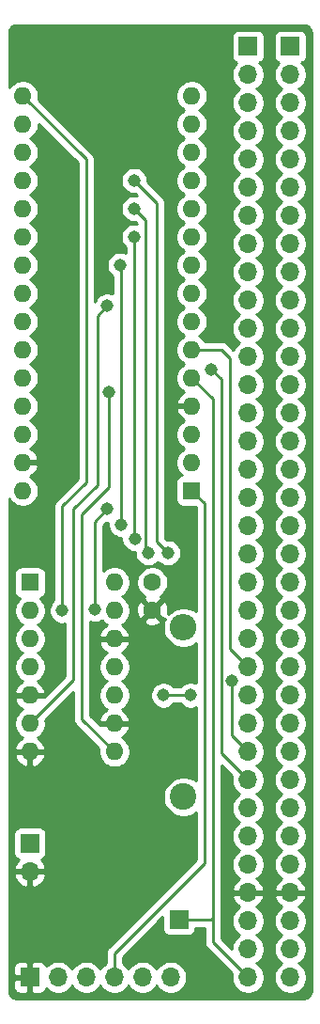
<source format=gbr>
%TF.GenerationSoftware,KiCad,Pcbnew,(5.1.6)-1*%
%TF.CreationDate,2021-03-12T09:15:54-05:00*%
%TF.ProjectId,BallySternArduino,42616c6c-7953-4746-9572-6e4172647569,rev?*%
%TF.SameCoordinates,Original*%
%TF.FileFunction,Copper,L2,Bot*%
%TF.FilePolarity,Positive*%
%FSLAX46Y46*%
G04 Gerber Fmt 4.6, Leading zero omitted, Abs format (unit mm)*
G04 Created by KiCad (PCBNEW (5.1.6)-1) date 2021-03-12 09:15:54*
%MOMM*%
%LPD*%
G01*
G04 APERTURE LIST*
%TA.AperFunction,ComponentPad*%
%ADD10R,1.700000X1.700000*%
%TD*%
%TA.AperFunction,ComponentPad*%
%ADD11C,1.600000*%
%TD*%
%TA.AperFunction,ComponentPad*%
%ADD12O,1.700000X1.700000*%
%TD*%
%TA.AperFunction,ComponentPad*%
%ADD13O,1.600000X1.600000*%
%TD*%
%TA.AperFunction,ComponentPad*%
%ADD14R,1.600000X1.600000*%
%TD*%
%TA.AperFunction,ComponentPad*%
%ADD15O,2.400000X2.400000*%
%TD*%
%TA.AperFunction,ComponentPad*%
%ADD16C,2.400000*%
%TD*%
%TA.AperFunction,ViaPad*%
%ADD17C,1.143000*%
%TD*%
%TA.AperFunction,Conductor*%
%ADD18C,0.254000*%
%TD*%
G04 APERTURE END LIST*
D10*
%TO.P,INTR1,1*%
%TO.N,/INTR*%
X37592000Y-107188000D03*
%TD*%
D11*
%TO.P,C2,2*%
%TO.N,GND*%
X35179000Y-79335000D03*
%TO.P,C2,1*%
%TO.N,+5V*%
X35179000Y-76835000D03*
%TD*%
D12*
%TO.P,WaveTrigger1,6*%
%TO.N,Net-(WaveTrigger1-Pad6)*%
X36830000Y-112395000D03*
%TO.P,WaveTrigger1,5*%
%TO.N,Net-(WaveTrigger1-Pad5)*%
X34290000Y-112395000D03*
%TO.P,WaveTrigger1,4*%
%TO.N,/WAVE_TX*%
X31750000Y-112395000D03*
%TO.P,WaveTrigger1,3*%
%TO.N,+5V*%
X29210000Y-112395000D03*
%TO.P,WaveTrigger1,2*%
%TO.N,Net-(WaveTrigger1-Pad2)*%
X26670000Y-112395000D03*
D10*
%TO.P,WaveTrigger1,1*%
%TO.N,GND*%
X24130000Y-112395000D03*
%TD*%
D13*
%TO.P,U1,14*%
%TO.N,+5V*%
X31750000Y-76835000D03*
%TO.P,U1,7*%
%TO.N,GND*%
X24130000Y-92075000D03*
%TO.P,U1,13*%
%TO.N,/MPU_SEL*%
X31750000Y-79375000D03*
%TO.P,U1,6*%
%TO.N,/A12*%
X24130000Y-89535000D03*
%TO.P,U1,12*%
%TO.N,GND*%
X31750000Y-81915000D03*
%TO.P,U1,5*%
X24130000Y-86995000D03*
%TO.P,U1,11*%
%TO.N,/~HLT*%
X31750000Y-84455000D03*
%TO.P,U1,4*%
%TO.N,/MPU_SEL*%
X24130000Y-84455000D03*
%TO.P,U1,10*%
X31750000Y-86995000D03*
%TO.P,U1,3*%
%TO.N,/A5*%
X24130000Y-81915000D03*
%TO.P,U1,9*%
%TO.N,GND*%
X31750000Y-89535000D03*
%TO.P,U1,2*%
%TO.N,/MPU_CTRL*%
X24130000Y-79375000D03*
%TO.P,U1,8*%
%TO.N,/A9*%
X31750000Y-92075000D03*
D14*
%TO.P,U1,1*%
%TO.N,/MPU_SEL*%
X24130000Y-76835000D03*
%TD*%
D15*
%TO.P,R1,2*%
%TO.N,/MPU_SEL*%
X37973000Y-80899000D03*
D16*
%TO.P,R1,1*%
%TO.N,+5V*%
X37973000Y-96139000D03*
%TD*%
D12*
%TO.P,MPU_SEL1,2*%
%TO.N,GND*%
X24130000Y-102870000D03*
D10*
%TO.P,MPU_SEL1,1*%
%TO.N,/MPU_SEL*%
X24130000Y-100330000D03*
%TD*%
D12*
%TO.P,J2,34*%
%TO.N,/INTR*%
X43815000Y-112395000D03*
%TO.P,J2,33*%
%TO.N,/A14*%
X43815000Y-109855000D03*
%TO.P,J2,32*%
%TO.N,/CB1*%
X43815000Y-107315000D03*
%TO.P,J2,31*%
%TO.N,GND*%
X43815000Y-104775000D03*
%TO.P,J2,30*%
%TO.N,+5V*%
X43815000Y-102235000D03*
%TO.P,J2,29*%
%TO.N,/KEY*%
X43815000Y-99695000D03*
%TO.P,J2,28*%
%TO.N,/EXT_MEM*%
X43815000Y-97155000D03*
%TO.P,J2,27*%
%TO.N,/02*%
X43815000Y-94615000D03*
%TO.P,J2,26*%
%TO.N,/VMA*%
X43815000Y-92075000D03*
%TO.P,J2,25*%
%TO.N,/~RES*%
X43815000Y-89535000D03*
%TO.P,J2,24*%
%TO.N,/~HLT*%
X43815000Y-86995000D03*
%TO.P,J2,23*%
%TO.N,/R_W*%
X43815000Y-84455000D03*
%TO.P,J2,22*%
%TO.N,/A0*%
X43815000Y-81915000D03*
%TO.P,J2,21*%
%TO.N,/A1*%
X43815000Y-79375000D03*
%TO.P,J2,20*%
%TO.N,/A2*%
X43815000Y-76835000D03*
%TO.P,J2,19*%
%TO.N,/A3*%
X43815000Y-74295000D03*
%TO.P,J2,18*%
%TO.N,/A4*%
X43815000Y-71755000D03*
%TO.P,J2,17*%
%TO.N,/A5*%
X43815000Y-69215000D03*
%TO.P,J2,16*%
%TO.N,/A6*%
X43815000Y-66675000D03*
%TO.P,J2,15*%
%TO.N,/A7*%
X43815000Y-64135000D03*
%TO.P,J2,14*%
%TO.N,/A8*%
X43815000Y-61595000D03*
%TO.P,J2,13*%
%TO.N,/A9*%
X43815000Y-59055000D03*
%TO.P,J2,12*%
%TO.N,/A10*%
X43815000Y-56515000D03*
%TO.P,J2,11*%
%TO.N,/A11*%
X43815000Y-53975000D03*
%TO.P,J2,10*%
%TO.N,/A12*%
X43815000Y-51435000D03*
%TO.P,J2,9*%
%TO.N,/A13*%
X43815000Y-48895000D03*
%TO.P,J2,8*%
%TO.N,/D0*%
X43815000Y-46355000D03*
%TO.P,J2,7*%
%TO.N,/D1*%
X43815000Y-43815000D03*
%TO.P,J2,6*%
%TO.N,/D2*%
X43815000Y-41275000D03*
%TO.P,J2,5*%
%TO.N,/D3*%
X43815000Y-38735000D03*
%TO.P,J2,4*%
%TO.N,/D4*%
X43815000Y-36195000D03*
%TO.P,J2,3*%
%TO.N,/D5*%
X43815000Y-33655000D03*
%TO.P,J2,2*%
%TO.N,/D6*%
X43815000Y-31115000D03*
D10*
%TO.P,J2,1*%
%TO.N,/D7*%
X43815000Y-28575000D03*
%TD*%
D12*
%TO.P,J1,34*%
%TO.N,/INTR*%
X47625000Y-112395000D03*
%TO.P,J1,33*%
%TO.N,/A14*%
X47625000Y-109855000D03*
%TO.P,J1,32*%
%TO.N,/CB1*%
X47625000Y-107315000D03*
%TO.P,J1,31*%
%TO.N,GND*%
X47625000Y-104775000D03*
%TO.P,J1,30*%
%TO.N,+5V*%
X47625000Y-102235000D03*
%TO.P,J1,29*%
%TO.N,/KEY*%
X47625000Y-99695000D03*
%TO.P,J1,28*%
%TO.N,/EXT_MEM*%
X47625000Y-97155000D03*
%TO.P,J1,27*%
%TO.N,/02*%
X47625000Y-94615000D03*
%TO.P,J1,26*%
%TO.N,/VMA*%
X47625000Y-92075000D03*
%TO.P,J1,25*%
%TO.N,/~RES*%
X47625000Y-89535000D03*
%TO.P,J1,24*%
%TO.N,/~HLT*%
X47625000Y-86995000D03*
%TO.P,J1,23*%
%TO.N,/R_W*%
X47625000Y-84455000D03*
%TO.P,J1,22*%
%TO.N,/A0*%
X47625000Y-81915000D03*
%TO.P,J1,21*%
%TO.N,/A1*%
X47625000Y-79375000D03*
%TO.P,J1,20*%
%TO.N,/A2*%
X47625000Y-76835000D03*
%TO.P,J1,19*%
%TO.N,/A3*%
X47625000Y-74295000D03*
%TO.P,J1,18*%
%TO.N,/A4*%
X47625000Y-71755000D03*
%TO.P,J1,17*%
%TO.N,/A5*%
X47625000Y-69215000D03*
%TO.P,J1,16*%
%TO.N,/A6*%
X47625000Y-66675000D03*
%TO.P,J1,15*%
%TO.N,/A7*%
X47625000Y-64135000D03*
%TO.P,J1,14*%
%TO.N,/A8*%
X47625000Y-61595000D03*
%TO.P,J1,13*%
%TO.N,/A9*%
X47625000Y-59055000D03*
%TO.P,J1,12*%
%TO.N,/A10*%
X47625000Y-56515000D03*
%TO.P,J1,11*%
%TO.N,/A11*%
X47625000Y-53975000D03*
%TO.P,J1,10*%
%TO.N,/A12*%
X47625000Y-51435000D03*
%TO.P,J1,9*%
%TO.N,/A13*%
X47625000Y-48895000D03*
%TO.P,J1,8*%
%TO.N,/D0*%
X47625000Y-46355000D03*
%TO.P,J1,7*%
%TO.N,/D1*%
X47625000Y-43815000D03*
%TO.P,J1,6*%
%TO.N,/D2*%
X47625000Y-41275000D03*
%TO.P,J1,5*%
%TO.N,/D3*%
X47625000Y-38735000D03*
%TO.P,J1,4*%
%TO.N,/D4*%
X47625000Y-36195000D03*
%TO.P,J1,3*%
%TO.N,/D5*%
X47625000Y-33655000D03*
%TO.P,J1,2*%
%TO.N,/D6*%
X47625000Y-31115000D03*
D10*
%TO.P,J1,1*%
%TO.N,/D7*%
X47625000Y-28575000D03*
%TD*%
D13*
%TO.P,ArduinoNanoV3,16*%
%TO.N,/MPU_CTRL*%
X23495000Y-33020000D03*
%TO.P,ArduinoNanoV3,15*%
%TO.N,/D7*%
X38735000Y-33020000D03*
%TO.P,ArduinoNanoV3,30*%
%TO.N,Net-(ArduinoNanoV3-Pad30)*%
X23495000Y-68580000D03*
%TO.P,ArduinoNanoV3,14*%
%TO.N,/D6*%
X38735000Y-35560000D03*
%TO.P,ArduinoNanoV3,29*%
%TO.N,GND*%
X23495000Y-66040000D03*
%TO.P,ArduinoNanoV3,13*%
%TO.N,/D5*%
X38735000Y-38100000D03*
%TO.P,ArduinoNanoV3,28*%
%TO.N,Net-(ArduinoNanoV3-Pad28)*%
X23495000Y-63500000D03*
%TO.P,ArduinoNanoV3,12*%
%TO.N,/D4*%
X38735000Y-40640000D03*
%TO.P,ArduinoNanoV3,27*%
%TO.N,+5V*%
X23495000Y-60960000D03*
%TO.P,ArduinoNanoV3,11*%
%TO.N,/D3*%
X38735000Y-43180000D03*
%TO.P,ArduinoNanoV3,26*%
%TO.N,Net-(ArduinoNanoV3-Pad26)*%
X23495000Y-58420000D03*
%TO.P,ArduinoNanoV3,10*%
%TO.N,/D2*%
X38735000Y-45720000D03*
%TO.P,ArduinoNanoV3,25*%
%TO.N,Net-(ArduinoNanoV3-Pad25)*%
X23495000Y-55880000D03*
%TO.P,ArduinoNanoV3,9*%
%TO.N,/D1*%
X38735000Y-48260000D03*
%TO.P,ArduinoNanoV3,24*%
%TO.N,/VMA*%
X23495000Y-53340000D03*
%TO.P,ArduinoNanoV3,8*%
%TO.N,/D0*%
X38735000Y-50800000D03*
%TO.P,ArduinoNanoV3,23*%
%TO.N,/A7*%
X23495000Y-50800000D03*
%TO.P,ArduinoNanoV3,7*%
%TO.N,/02*%
X38735000Y-53340000D03*
%TO.P,ArduinoNanoV3,22*%
%TO.N,/A4*%
X23495000Y-48260000D03*
%TO.P,ArduinoNanoV3,6*%
%TO.N,/R_W*%
X38735000Y-55880000D03*
%TO.P,ArduinoNanoV3,21*%
%TO.N,/A3*%
X23495000Y-45720000D03*
%TO.P,ArduinoNanoV3,5*%
%TO.N,/INTR*%
X38735000Y-58420000D03*
%TO.P,ArduinoNanoV3,20*%
%TO.N,/A1*%
X23495000Y-43180000D03*
%TO.P,ArduinoNanoV3,4*%
%TO.N,GND*%
X38735000Y-60960000D03*
%TO.P,ArduinoNanoV3,19*%
%TO.N,/A0*%
X23495000Y-40640000D03*
%TO.P,ArduinoNanoV3,3*%
%TO.N,Net-(ArduinoNanoV3-Pad3)*%
X38735000Y-63500000D03*
%TO.P,ArduinoNanoV3,18*%
%TO.N,Net-(ArduinoNanoV3-Pad18)*%
X23495000Y-38100000D03*
%TO.P,ArduinoNanoV3,2*%
%TO.N,Net-(ArduinoNanoV3-Pad2)*%
X38735000Y-66040000D03*
%TO.P,ArduinoNanoV3,17*%
%TO.N,Net-(ArduinoNanoV3-Pad17)*%
X23495000Y-35560000D03*
D14*
%TO.P,ArduinoNanoV3,1*%
%TO.N,/WAVE_TX*%
X38735000Y-68580000D03*
%TD*%
D17*
%TO.N,GND*%
X30861000Y-109220000D03*
X32639000Y-105791000D03*
%TO.N,/MPU_CTRL*%
X27051000Y-79375000D03*
%TO.N,GND*%
X36957000Y-57150000D03*
X25019000Y-72263000D03*
X35179000Y-81407000D03*
X36957000Y-54610000D03*
X23241000Y-27559000D03*
X40259000Y-112395000D03*
X24130000Y-107315000D03*
X45847000Y-104775000D03*
X41211500Y-27305000D03*
X26543000Y-83185000D03*
X26035000Y-80899000D03*
X36957000Y-60833000D03*
X36957000Y-67183000D03*
X38608000Y-90551000D03*
X38608000Y-84963000D03*
X42037000Y-103759000D03*
X42037000Y-106045000D03*
X42037000Y-108585000D03*
X45847000Y-106045000D03*
X45847000Y-103632000D03*
X30861000Y-107442000D03*
X30861000Y-105791000D03*
X32639000Y-103886000D03*
X34417000Y-103886000D03*
X36195000Y-103886000D03*
X34417000Y-105791000D03*
X32639000Y-107442000D03*
X25654000Y-107315000D03*
X24130000Y-108966000D03*
X25654000Y-108966000D03*
%TO.N,/VMA*%
X42354510Y-85725000D03*
%TO.N,/A4*%
X32258008Y-48260000D03*
X32385000Y-71628000D03*
%TO.N,/A3*%
X33528000Y-45720000D03*
X33591490Y-72897996D03*
%TO.N,/A1*%
X34798000Y-74168000D03*
X33528000Y-43180000D03*
%TO.N,/A0*%
X33527996Y-40640000D03*
X36575996Y-74168000D03*
%TO.N,/02*%
X40513000Y-57658000D03*
%TO.N,/~HLT*%
X36195000Y-86995000D03*
X38608000Y-86995004D03*
%TO.N,/A5*%
X29972000Y-79248012D03*
X31115000Y-70231000D03*
%TO.N,/A9*%
X31242000Y-59690000D03*
%TO.N,/A12*%
X31115000Y-51943010D03*
%TD*%
D18*
%TO.N,/MPU_CTRL*%
X27051000Y-69977000D02*
X27051000Y-79375000D01*
X29210000Y-67818000D02*
X27051000Y-69977000D01*
X23495000Y-33020000D02*
X29210000Y-38735000D01*
X29210000Y-38735000D02*
X29210000Y-67818000D01*
%TO.N,/VMA*%
X42354510Y-90614510D02*
X42354510Y-85725000D01*
X43815000Y-92075000D02*
X42354510Y-90614510D01*
%TO.N,/A4*%
X23964704Y-48260000D02*
X23495000Y-48260000D01*
X32258000Y-48260000D02*
X32258008Y-48260000D01*
X32385000Y-48386992D02*
X32385000Y-71628000D01*
X32258008Y-48260000D02*
X32385000Y-48386992D01*
%TO.N,/R_W*%
X42164000Y-56642000D02*
X41402000Y-55880000D01*
X43815000Y-84455000D02*
X42164000Y-82804000D01*
X41402000Y-55880000D02*
X38735000Y-55880000D01*
X42164000Y-82804000D02*
X42164000Y-56642000D01*
%TO.N,/A3*%
X33528000Y-72834506D02*
X33591490Y-72897996D01*
X33528000Y-45720000D02*
X33528000Y-72834506D01*
%TO.N,/INTR*%
X40640000Y-60325000D02*
X38735000Y-58420000D01*
X43815000Y-112395000D02*
X40640000Y-109220000D01*
X37592000Y-107188000D02*
X40513000Y-107188000D01*
X40513000Y-107188000D02*
X40640000Y-107061000D01*
X40640000Y-109220000D02*
X40640000Y-107061000D01*
X40640000Y-107061000D02*
X40640000Y-60325000D01*
%TO.N,/A1*%
X34544000Y-44196000D02*
X33528000Y-43180000D01*
X34798000Y-74168000D02*
X34544000Y-73914000D01*
X34544000Y-73914000D02*
X34544000Y-44196000D01*
%TO.N,/A0*%
X35560000Y-73152004D02*
X36575996Y-74168000D01*
X33527996Y-40640000D02*
X35560000Y-42672004D01*
X35560000Y-42672004D02*
X35560000Y-73152004D01*
%TO.N,/02*%
X41402000Y-92202000D02*
X41402000Y-58547000D01*
X43815000Y-94615000D02*
X41402000Y-92202000D01*
X41402000Y-58547000D02*
X40513000Y-57658000D01*
%TO.N,/~HLT*%
X36195000Y-86995000D02*
X38607996Y-86995000D01*
X38607996Y-86995000D02*
X38608000Y-86995004D01*
%TO.N,/A5*%
X29972000Y-71374000D02*
X31115000Y-70231000D01*
X29972000Y-79248012D02*
X29972000Y-71374000D01*
%TO.N,/A9*%
X31242000Y-68262500D02*
X31242000Y-59690000D01*
X28829000Y-70675500D02*
X31242000Y-68262500D01*
X31750000Y-92075000D02*
X28829000Y-89154000D01*
X28829000Y-89154000D02*
X28829000Y-70675500D01*
%TO.N,/A12*%
X28067000Y-85598000D02*
X24130000Y-89535000D01*
X28067000Y-70231000D02*
X28067000Y-85598000D01*
X30226000Y-68072000D02*
X28067000Y-70231000D01*
X31115000Y-51943010D02*
X30226000Y-52832010D01*
X30226000Y-52832010D02*
X30226000Y-68072000D01*
%TO.N,/WAVE_TX*%
X31750000Y-110236000D02*
X31750000Y-110490000D01*
X39878000Y-102108000D02*
X31750000Y-110236000D01*
X38735000Y-68580000D02*
X39878000Y-69723000D01*
X31750000Y-110490000D02*
X31750000Y-112395000D01*
X39878000Y-69723000D02*
X39878000Y-102108000D01*
%TD*%
%TO.N,GND*%
G36*
X49012869Y-26709722D02*
G01*
X49126246Y-26743953D01*
X49230819Y-26799555D01*
X49322596Y-26874407D01*
X49398091Y-26965664D01*
X49454419Y-27069844D01*
X49489440Y-27182976D01*
X49505000Y-27331022D01*
X49505001Y-113632711D01*
X49490278Y-113782869D01*
X49456047Y-113896246D01*
X49400446Y-114000817D01*
X49325594Y-114092595D01*
X49234335Y-114168091D01*
X49130160Y-114224419D01*
X49017024Y-114259440D01*
X48868979Y-114275000D01*
X22892279Y-114275000D01*
X22742131Y-114260278D01*
X22628754Y-114226047D01*
X22524183Y-114170446D01*
X22432405Y-114095594D01*
X22356909Y-114004335D01*
X22300581Y-113900160D01*
X22265560Y-113787024D01*
X22250000Y-113638979D01*
X22250000Y-113245000D01*
X22641928Y-113245000D01*
X22654188Y-113369482D01*
X22690498Y-113489180D01*
X22749463Y-113599494D01*
X22828815Y-113696185D01*
X22925506Y-113775537D01*
X23035820Y-113834502D01*
X23155518Y-113870812D01*
X23280000Y-113883072D01*
X23844250Y-113880000D01*
X24003000Y-113721250D01*
X24003000Y-112522000D01*
X22803750Y-112522000D01*
X22645000Y-112680750D01*
X22641928Y-113245000D01*
X22250000Y-113245000D01*
X22250000Y-111545000D01*
X22641928Y-111545000D01*
X22645000Y-112109250D01*
X22803750Y-112268000D01*
X24003000Y-112268000D01*
X24003000Y-111068750D01*
X24257000Y-111068750D01*
X24257000Y-112268000D01*
X24277000Y-112268000D01*
X24277000Y-112522000D01*
X24257000Y-112522000D01*
X24257000Y-113721250D01*
X24415750Y-113880000D01*
X24980000Y-113883072D01*
X25104482Y-113870812D01*
X25224180Y-113834502D01*
X25334494Y-113775537D01*
X25431185Y-113696185D01*
X25510537Y-113599494D01*
X25569502Y-113489180D01*
X25591513Y-113416620D01*
X25723368Y-113548475D01*
X25966589Y-113710990D01*
X26236842Y-113822932D01*
X26523740Y-113880000D01*
X26816260Y-113880000D01*
X27103158Y-113822932D01*
X27373411Y-113710990D01*
X27616632Y-113548475D01*
X27823475Y-113341632D01*
X27940000Y-113167240D01*
X28056525Y-113341632D01*
X28263368Y-113548475D01*
X28506589Y-113710990D01*
X28776842Y-113822932D01*
X29063740Y-113880000D01*
X29356260Y-113880000D01*
X29643158Y-113822932D01*
X29913411Y-113710990D01*
X30156632Y-113548475D01*
X30363475Y-113341632D01*
X30480000Y-113167240D01*
X30596525Y-113341632D01*
X30803368Y-113548475D01*
X31046589Y-113710990D01*
X31316842Y-113822932D01*
X31603740Y-113880000D01*
X31896260Y-113880000D01*
X32183158Y-113822932D01*
X32453411Y-113710990D01*
X32696632Y-113548475D01*
X32903475Y-113341632D01*
X33020000Y-113167240D01*
X33136525Y-113341632D01*
X33343368Y-113548475D01*
X33586589Y-113710990D01*
X33856842Y-113822932D01*
X34143740Y-113880000D01*
X34436260Y-113880000D01*
X34723158Y-113822932D01*
X34993411Y-113710990D01*
X35236632Y-113548475D01*
X35443475Y-113341632D01*
X35560000Y-113167240D01*
X35676525Y-113341632D01*
X35883368Y-113548475D01*
X36126589Y-113710990D01*
X36396842Y-113822932D01*
X36683740Y-113880000D01*
X36976260Y-113880000D01*
X37263158Y-113822932D01*
X37533411Y-113710990D01*
X37776632Y-113548475D01*
X37983475Y-113341632D01*
X38145990Y-113098411D01*
X38257932Y-112828158D01*
X38315000Y-112541260D01*
X38315000Y-112248740D01*
X38257932Y-111961842D01*
X38145990Y-111691589D01*
X37983475Y-111448368D01*
X37776632Y-111241525D01*
X37533411Y-111079010D01*
X37263158Y-110967068D01*
X36976260Y-110910000D01*
X36683740Y-110910000D01*
X36396842Y-110967068D01*
X36126589Y-111079010D01*
X35883368Y-111241525D01*
X35676525Y-111448368D01*
X35560000Y-111622760D01*
X35443475Y-111448368D01*
X35236632Y-111241525D01*
X34993411Y-111079010D01*
X34723158Y-110967068D01*
X34436260Y-110910000D01*
X34143740Y-110910000D01*
X33856842Y-110967068D01*
X33586589Y-111079010D01*
X33343368Y-111241525D01*
X33136525Y-111448368D01*
X33020000Y-111622760D01*
X32903475Y-111448368D01*
X32696632Y-111241525D01*
X32512000Y-111118158D01*
X32512000Y-110551630D01*
X36103928Y-106959702D01*
X36103928Y-108038000D01*
X36116188Y-108162482D01*
X36152498Y-108282180D01*
X36211463Y-108392494D01*
X36290815Y-108489185D01*
X36387506Y-108568537D01*
X36497820Y-108627502D01*
X36617518Y-108663812D01*
X36742000Y-108676072D01*
X38442000Y-108676072D01*
X38566482Y-108663812D01*
X38686180Y-108627502D01*
X38796494Y-108568537D01*
X38893185Y-108489185D01*
X38972537Y-108392494D01*
X39031502Y-108282180D01*
X39067812Y-108162482D01*
X39080072Y-108038000D01*
X39080072Y-107950000D01*
X39878001Y-107950000D01*
X39878000Y-109182576D01*
X39874314Y-109220000D01*
X39878000Y-109257423D01*
X39878000Y-109257425D01*
X39889026Y-109369377D01*
X39932598Y-109513014D01*
X39932599Y-109513015D01*
X40003355Y-109645392D01*
X40042983Y-109693678D01*
X40098578Y-109761422D01*
X40127654Y-109785284D01*
X42373321Y-112030952D01*
X42330000Y-112248740D01*
X42330000Y-112541260D01*
X42387068Y-112828158D01*
X42499010Y-113098411D01*
X42661525Y-113341632D01*
X42868368Y-113548475D01*
X43111589Y-113710990D01*
X43381842Y-113822932D01*
X43668740Y-113880000D01*
X43961260Y-113880000D01*
X44248158Y-113822932D01*
X44518411Y-113710990D01*
X44761632Y-113548475D01*
X44968475Y-113341632D01*
X45130990Y-113098411D01*
X45242932Y-112828158D01*
X45300000Y-112541260D01*
X45300000Y-112248740D01*
X45242932Y-111961842D01*
X45130990Y-111691589D01*
X44968475Y-111448368D01*
X44761632Y-111241525D01*
X44587240Y-111125000D01*
X44761632Y-111008475D01*
X44968475Y-110801632D01*
X45130990Y-110558411D01*
X45242932Y-110288158D01*
X45300000Y-110001260D01*
X45300000Y-109708740D01*
X45242932Y-109421842D01*
X45130990Y-109151589D01*
X44968475Y-108908368D01*
X44761632Y-108701525D01*
X44587240Y-108585000D01*
X44761632Y-108468475D01*
X44968475Y-108261632D01*
X45130990Y-108018411D01*
X45242932Y-107748158D01*
X45300000Y-107461260D01*
X45300000Y-107168740D01*
X46140000Y-107168740D01*
X46140000Y-107461260D01*
X46197068Y-107748158D01*
X46309010Y-108018411D01*
X46471525Y-108261632D01*
X46678368Y-108468475D01*
X46852760Y-108585000D01*
X46678368Y-108701525D01*
X46471525Y-108908368D01*
X46309010Y-109151589D01*
X46197068Y-109421842D01*
X46140000Y-109708740D01*
X46140000Y-110001260D01*
X46197068Y-110288158D01*
X46309010Y-110558411D01*
X46471525Y-110801632D01*
X46678368Y-111008475D01*
X46852760Y-111125000D01*
X46678368Y-111241525D01*
X46471525Y-111448368D01*
X46309010Y-111691589D01*
X46197068Y-111961842D01*
X46140000Y-112248740D01*
X46140000Y-112541260D01*
X46197068Y-112828158D01*
X46309010Y-113098411D01*
X46471525Y-113341632D01*
X46678368Y-113548475D01*
X46921589Y-113710990D01*
X47191842Y-113822932D01*
X47478740Y-113880000D01*
X47771260Y-113880000D01*
X48058158Y-113822932D01*
X48328411Y-113710990D01*
X48571632Y-113548475D01*
X48778475Y-113341632D01*
X48940990Y-113098411D01*
X49052932Y-112828158D01*
X49110000Y-112541260D01*
X49110000Y-112248740D01*
X49052932Y-111961842D01*
X48940990Y-111691589D01*
X48778475Y-111448368D01*
X48571632Y-111241525D01*
X48397240Y-111125000D01*
X48571632Y-111008475D01*
X48778475Y-110801632D01*
X48940990Y-110558411D01*
X49052932Y-110288158D01*
X49110000Y-110001260D01*
X49110000Y-109708740D01*
X49052932Y-109421842D01*
X48940990Y-109151589D01*
X48778475Y-108908368D01*
X48571632Y-108701525D01*
X48397240Y-108585000D01*
X48571632Y-108468475D01*
X48778475Y-108261632D01*
X48940990Y-108018411D01*
X49052932Y-107748158D01*
X49110000Y-107461260D01*
X49110000Y-107168740D01*
X49052932Y-106881842D01*
X48940990Y-106611589D01*
X48778475Y-106368368D01*
X48571632Y-106161525D01*
X48389466Y-106039805D01*
X48506355Y-105970178D01*
X48722588Y-105775269D01*
X48896641Y-105541920D01*
X49021825Y-105279099D01*
X49066476Y-105131890D01*
X48945155Y-104902000D01*
X47752000Y-104902000D01*
X47752000Y-104922000D01*
X47498000Y-104922000D01*
X47498000Y-104902000D01*
X46304845Y-104902000D01*
X46183524Y-105131890D01*
X46228175Y-105279099D01*
X46353359Y-105541920D01*
X46527412Y-105775269D01*
X46743645Y-105970178D01*
X46860534Y-106039805D01*
X46678368Y-106161525D01*
X46471525Y-106368368D01*
X46309010Y-106611589D01*
X46197068Y-106881842D01*
X46140000Y-107168740D01*
X45300000Y-107168740D01*
X45242932Y-106881842D01*
X45130990Y-106611589D01*
X44968475Y-106368368D01*
X44761632Y-106161525D01*
X44579466Y-106039805D01*
X44696355Y-105970178D01*
X44912588Y-105775269D01*
X45086641Y-105541920D01*
X45211825Y-105279099D01*
X45256476Y-105131890D01*
X45135155Y-104902000D01*
X43942000Y-104902000D01*
X43942000Y-104922000D01*
X43688000Y-104922000D01*
X43688000Y-104902000D01*
X42494845Y-104902000D01*
X42373524Y-105131890D01*
X42418175Y-105279099D01*
X42543359Y-105541920D01*
X42717412Y-105775269D01*
X42933645Y-105970178D01*
X43050534Y-106039805D01*
X42868368Y-106161525D01*
X42661525Y-106368368D01*
X42499010Y-106611589D01*
X42387068Y-106881842D01*
X42330000Y-107168740D01*
X42330000Y-107461260D01*
X42387068Y-107748158D01*
X42499010Y-108018411D01*
X42661525Y-108261632D01*
X42868368Y-108468475D01*
X43042760Y-108585000D01*
X42868368Y-108701525D01*
X42661525Y-108908368D01*
X42499010Y-109151589D01*
X42387068Y-109421842D01*
X42330000Y-109708740D01*
X42330000Y-109832370D01*
X41402000Y-108904370D01*
X41402000Y-107098424D01*
X41405686Y-107061001D01*
X41402000Y-107023574D01*
X41402000Y-93279630D01*
X42373321Y-94250952D01*
X42330000Y-94468740D01*
X42330000Y-94761260D01*
X42387068Y-95048158D01*
X42499010Y-95318411D01*
X42661525Y-95561632D01*
X42868368Y-95768475D01*
X43042760Y-95885000D01*
X42868368Y-96001525D01*
X42661525Y-96208368D01*
X42499010Y-96451589D01*
X42387068Y-96721842D01*
X42330000Y-97008740D01*
X42330000Y-97301260D01*
X42387068Y-97588158D01*
X42499010Y-97858411D01*
X42661525Y-98101632D01*
X42868368Y-98308475D01*
X43042760Y-98425000D01*
X42868368Y-98541525D01*
X42661525Y-98748368D01*
X42499010Y-98991589D01*
X42387068Y-99261842D01*
X42330000Y-99548740D01*
X42330000Y-99841260D01*
X42387068Y-100128158D01*
X42499010Y-100398411D01*
X42661525Y-100641632D01*
X42868368Y-100848475D01*
X43042760Y-100965000D01*
X42868368Y-101081525D01*
X42661525Y-101288368D01*
X42499010Y-101531589D01*
X42387068Y-101801842D01*
X42330000Y-102088740D01*
X42330000Y-102381260D01*
X42387068Y-102668158D01*
X42499010Y-102938411D01*
X42661525Y-103181632D01*
X42868368Y-103388475D01*
X43050534Y-103510195D01*
X42933645Y-103579822D01*
X42717412Y-103774731D01*
X42543359Y-104008080D01*
X42418175Y-104270901D01*
X42373524Y-104418110D01*
X42494845Y-104648000D01*
X43688000Y-104648000D01*
X43688000Y-104628000D01*
X43942000Y-104628000D01*
X43942000Y-104648000D01*
X45135155Y-104648000D01*
X45256476Y-104418110D01*
X45211825Y-104270901D01*
X45086641Y-104008080D01*
X44912588Y-103774731D01*
X44696355Y-103579822D01*
X44579466Y-103510195D01*
X44761632Y-103388475D01*
X44968475Y-103181632D01*
X45130990Y-102938411D01*
X45242932Y-102668158D01*
X45300000Y-102381260D01*
X45300000Y-102088740D01*
X45242932Y-101801842D01*
X45130990Y-101531589D01*
X44968475Y-101288368D01*
X44761632Y-101081525D01*
X44587240Y-100965000D01*
X44761632Y-100848475D01*
X44968475Y-100641632D01*
X45130990Y-100398411D01*
X45242932Y-100128158D01*
X45300000Y-99841260D01*
X45300000Y-99548740D01*
X45242932Y-99261842D01*
X45130990Y-98991589D01*
X44968475Y-98748368D01*
X44761632Y-98541525D01*
X44587240Y-98425000D01*
X44761632Y-98308475D01*
X44968475Y-98101632D01*
X45130990Y-97858411D01*
X45242932Y-97588158D01*
X45300000Y-97301260D01*
X45300000Y-97008740D01*
X45242932Y-96721842D01*
X45130990Y-96451589D01*
X44968475Y-96208368D01*
X44761632Y-96001525D01*
X44587240Y-95885000D01*
X44761632Y-95768475D01*
X44968475Y-95561632D01*
X45130990Y-95318411D01*
X45242932Y-95048158D01*
X45300000Y-94761260D01*
X45300000Y-94468740D01*
X45242932Y-94181842D01*
X45130990Y-93911589D01*
X44968475Y-93668368D01*
X44761632Y-93461525D01*
X44587240Y-93345000D01*
X44761632Y-93228475D01*
X44968475Y-93021632D01*
X45130990Y-92778411D01*
X45242932Y-92508158D01*
X45300000Y-92221260D01*
X45300000Y-91928740D01*
X45242932Y-91641842D01*
X45130990Y-91371589D01*
X44968475Y-91128368D01*
X44761632Y-90921525D01*
X44587240Y-90805000D01*
X44761632Y-90688475D01*
X44968475Y-90481632D01*
X45130990Y-90238411D01*
X45242932Y-89968158D01*
X45300000Y-89681260D01*
X45300000Y-89388740D01*
X45242932Y-89101842D01*
X45130990Y-88831589D01*
X44968475Y-88588368D01*
X44761632Y-88381525D01*
X44587240Y-88265000D01*
X44761632Y-88148475D01*
X44968475Y-87941632D01*
X45130990Y-87698411D01*
X45242932Y-87428158D01*
X45300000Y-87141260D01*
X45300000Y-86848740D01*
X45242932Y-86561842D01*
X45130990Y-86291589D01*
X44968475Y-86048368D01*
X44761632Y-85841525D01*
X44587240Y-85725000D01*
X44761632Y-85608475D01*
X44968475Y-85401632D01*
X45130990Y-85158411D01*
X45242932Y-84888158D01*
X45300000Y-84601260D01*
X45300000Y-84308740D01*
X45242932Y-84021842D01*
X45130990Y-83751589D01*
X44968475Y-83508368D01*
X44761632Y-83301525D01*
X44587240Y-83185000D01*
X44761632Y-83068475D01*
X44968475Y-82861632D01*
X45130990Y-82618411D01*
X45242932Y-82348158D01*
X45300000Y-82061260D01*
X45300000Y-81768740D01*
X45242932Y-81481842D01*
X45130990Y-81211589D01*
X44968475Y-80968368D01*
X44761632Y-80761525D01*
X44587240Y-80645000D01*
X44761632Y-80528475D01*
X44968475Y-80321632D01*
X45130990Y-80078411D01*
X45242932Y-79808158D01*
X45300000Y-79521260D01*
X45300000Y-79228740D01*
X45242932Y-78941842D01*
X45130990Y-78671589D01*
X44968475Y-78428368D01*
X44761632Y-78221525D01*
X44587240Y-78105000D01*
X44761632Y-77988475D01*
X44968475Y-77781632D01*
X45130990Y-77538411D01*
X45242932Y-77268158D01*
X45300000Y-76981260D01*
X45300000Y-76688740D01*
X45242932Y-76401842D01*
X45130990Y-76131589D01*
X44968475Y-75888368D01*
X44761632Y-75681525D01*
X44587240Y-75565000D01*
X44761632Y-75448475D01*
X44968475Y-75241632D01*
X45130990Y-74998411D01*
X45242932Y-74728158D01*
X45300000Y-74441260D01*
X45300000Y-74148740D01*
X45242932Y-73861842D01*
X45130990Y-73591589D01*
X44968475Y-73348368D01*
X44761632Y-73141525D01*
X44587240Y-73025000D01*
X44761632Y-72908475D01*
X44968475Y-72701632D01*
X45130990Y-72458411D01*
X45242932Y-72188158D01*
X45300000Y-71901260D01*
X45300000Y-71608740D01*
X45242932Y-71321842D01*
X45130990Y-71051589D01*
X44968475Y-70808368D01*
X44761632Y-70601525D01*
X44587240Y-70485000D01*
X44761632Y-70368475D01*
X44968475Y-70161632D01*
X45130990Y-69918411D01*
X45242932Y-69648158D01*
X45300000Y-69361260D01*
X45300000Y-69068740D01*
X45242932Y-68781842D01*
X45130990Y-68511589D01*
X44968475Y-68268368D01*
X44761632Y-68061525D01*
X44587240Y-67945000D01*
X44761632Y-67828475D01*
X44968475Y-67621632D01*
X45130990Y-67378411D01*
X45242932Y-67108158D01*
X45300000Y-66821260D01*
X45300000Y-66528740D01*
X45242932Y-66241842D01*
X45130990Y-65971589D01*
X44968475Y-65728368D01*
X44761632Y-65521525D01*
X44587240Y-65405000D01*
X44761632Y-65288475D01*
X44968475Y-65081632D01*
X45130990Y-64838411D01*
X45242932Y-64568158D01*
X45300000Y-64281260D01*
X45300000Y-63988740D01*
X45242932Y-63701842D01*
X45130990Y-63431589D01*
X44968475Y-63188368D01*
X44761632Y-62981525D01*
X44587240Y-62865000D01*
X44761632Y-62748475D01*
X44968475Y-62541632D01*
X45130990Y-62298411D01*
X45242932Y-62028158D01*
X45300000Y-61741260D01*
X45300000Y-61448740D01*
X45242932Y-61161842D01*
X45130990Y-60891589D01*
X44968475Y-60648368D01*
X44761632Y-60441525D01*
X44587240Y-60325000D01*
X44761632Y-60208475D01*
X44968475Y-60001632D01*
X45130990Y-59758411D01*
X45242932Y-59488158D01*
X45300000Y-59201260D01*
X45300000Y-58908740D01*
X45242932Y-58621842D01*
X45130990Y-58351589D01*
X44968475Y-58108368D01*
X44761632Y-57901525D01*
X44587240Y-57785000D01*
X44761632Y-57668475D01*
X44968475Y-57461632D01*
X45130990Y-57218411D01*
X45242932Y-56948158D01*
X45300000Y-56661260D01*
X45300000Y-56368740D01*
X45242932Y-56081842D01*
X45130990Y-55811589D01*
X44968475Y-55568368D01*
X44761632Y-55361525D01*
X44587240Y-55245000D01*
X44761632Y-55128475D01*
X44968475Y-54921632D01*
X45130990Y-54678411D01*
X45242932Y-54408158D01*
X45300000Y-54121260D01*
X45300000Y-53828740D01*
X45242932Y-53541842D01*
X45130990Y-53271589D01*
X44968475Y-53028368D01*
X44761632Y-52821525D01*
X44587240Y-52705000D01*
X44761632Y-52588475D01*
X44968475Y-52381632D01*
X45130990Y-52138411D01*
X45242932Y-51868158D01*
X45300000Y-51581260D01*
X45300000Y-51288740D01*
X45242932Y-51001842D01*
X45130990Y-50731589D01*
X44968475Y-50488368D01*
X44761632Y-50281525D01*
X44587240Y-50165000D01*
X44761632Y-50048475D01*
X44968475Y-49841632D01*
X45130990Y-49598411D01*
X45242932Y-49328158D01*
X45300000Y-49041260D01*
X45300000Y-48748740D01*
X45242932Y-48461842D01*
X45130990Y-48191589D01*
X44968475Y-47948368D01*
X44761632Y-47741525D01*
X44587240Y-47625000D01*
X44761632Y-47508475D01*
X44968475Y-47301632D01*
X45130990Y-47058411D01*
X45242932Y-46788158D01*
X45300000Y-46501260D01*
X45300000Y-46208740D01*
X45242932Y-45921842D01*
X45130990Y-45651589D01*
X44968475Y-45408368D01*
X44761632Y-45201525D01*
X44587240Y-45085000D01*
X44761632Y-44968475D01*
X44968475Y-44761632D01*
X45130990Y-44518411D01*
X45242932Y-44248158D01*
X45300000Y-43961260D01*
X45300000Y-43668740D01*
X45242932Y-43381842D01*
X45130990Y-43111589D01*
X44968475Y-42868368D01*
X44761632Y-42661525D01*
X44587240Y-42545000D01*
X44761632Y-42428475D01*
X44968475Y-42221632D01*
X45130990Y-41978411D01*
X45242932Y-41708158D01*
X45300000Y-41421260D01*
X45300000Y-41128740D01*
X45242932Y-40841842D01*
X45130990Y-40571589D01*
X44968475Y-40328368D01*
X44761632Y-40121525D01*
X44587240Y-40005000D01*
X44761632Y-39888475D01*
X44968475Y-39681632D01*
X45130990Y-39438411D01*
X45242932Y-39168158D01*
X45300000Y-38881260D01*
X45300000Y-38588740D01*
X45242932Y-38301842D01*
X45130990Y-38031589D01*
X44968475Y-37788368D01*
X44761632Y-37581525D01*
X44587240Y-37465000D01*
X44761632Y-37348475D01*
X44968475Y-37141632D01*
X45130990Y-36898411D01*
X45242932Y-36628158D01*
X45300000Y-36341260D01*
X45300000Y-36048740D01*
X45242932Y-35761842D01*
X45130990Y-35491589D01*
X44968475Y-35248368D01*
X44761632Y-35041525D01*
X44587240Y-34925000D01*
X44761632Y-34808475D01*
X44968475Y-34601632D01*
X45130990Y-34358411D01*
X45242932Y-34088158D01*
X45300000Y-33801260D01*
X45300000Y-33508740D01*
X45242932Y-33221842D01*
X45130990Y-32951589D01*
X44968475Y-32708368D01*
X44761632Y-32501525D01*
X44587240Y-32385000D01*
X44761632Y-32268475D01*
X44968475Y-32061632D01*
X45130990Y-31818411D01*
X45242932Y-31548158D01*
X45300000Y-31261260D01*
X45300000Y-30968740D01*
X45242932Y-30681842D01*
X45130990Y-30411589D01*
X44968475Y-30168368D01*
X44836620Y-30036513D01*
X44909180Y-30014502D01*
X45019494Y-29955537D01*
X45116185Y-29876185D01*
X45195537Y-29779494D01*
X45254502Y-29669180D01*
X45290812Y-29549482D01*
X45303072Y-29425000D01*
X45303072Y-27725000D01*
X46136928Y-27725000D01*
X46136928Y-29425000D01*
X46149188Y-29549482D01*
X46185498Y-29669180D01*
X46244463Y-29779494D01*
X46323815Y-29876185D01*
X46420506Y-29955537D01*
X46530820Y-30014502D01*
X46603380Y-30036513D01*
X46471525Y-30168368D01*
X46309010Y-30411589D01*
X46197068Y-30681842D01*
X46140000Y-30968740D01*
X46140000Y-31261260D01*
X46197068Y-31548158D01*
X46309010Y-31818411D01*
X46471525Y-32061632D01*
X46678368Y-32268475D01*
X46852760Y-32385000D01*
X46678368Y-32501525D01*
X46471525Y-32708368D01*
X46309010Y-32951589D01*
X46197068Y-33221842D01*
X46140000Y-33508740D01*
X46140000Y-33801260D01*
X46197068Y-34088158D01*
X46309010Y-34358411D01*
X46471525Y-34601632D01*
X46678368Y-34808475D01*
X46852760Y-34925000D01*
X46678368Y-35041525D01*
X46471525Y-35248368D01*
X46309010Y-35491589D01*
X46197068Y-35761842D01*
X46140000Y-36048740D01*
X46140000Y-36341260D01*
X46197068Y-36628158D01*
X46309010Y-36898411D01*
X46471525Y-37141632D01*
X46678368Y-37348475D01*
X46852760Y-37465000D01*
X46678368Y-37581525D01*
X46471525Y-37788368D01*
X46309010Y-38031589D01*
X46197068Y-38301842D01*
X46140000Y-38588740D01*
X46140000Y-38881260D01*
X46197068Y-39168158D01*
X46309010Y-39438411D01*
X46471525Y-39681632D01*
X46678368Y-39888475D01*
X46852760Y-40005000D01*
X46678368Y-40121525D01*
X46471525Y-40328368D01*
X46309010Y-40571589D01*
X46197068Y-40841842D01*
X46140000Y-41128740D01*
X46140000Y-41421260D01*
X46197068Y-41708158D01*
X46309010Y-41978411D01*
X46471525Y-42221632D01*
X46678368Y-42428475D01*
X46852760Y-42545000D01*
X46678368Y-42661525D01*
X46471525Y-42868368D01*
X46309010Y-43111589D01*
X46197068Y-43381842D01*
X46140000Y-43668740D01*
X46140000Y-43961260D01*
X46197068Y-44248158D01*
X46309010Y-44518411D01*
X46471525Y-44761632D01*
X46678368Y-44968475D01*
X46852760Y-45085000D01*
X46678368Y-45201525D01*
X46471525Y-45408368D01*
X46309010Y-45651589D01*
X46197068Y-45921842D01*
X46140000Y-46208740D01*
X46140000Y-46501260D01*
X46197068Y-46788158D01*
X46309010Y-47058411D01*
X46471525Y-47301632D01*
X46678368Y-47508475D01*
X46852760Y-47625000D01*
X46678368Y-47741525D01*
X46471525Y-47948368D01*
X46309010Y-48191589D01*
X46197068Y-48461842D01*
X46140000Y-48748740D01*
X46140000Y-49041260D01*
X46197068Y-49328158D01*
X46309010Y-49598411D01*
X46471525Y-49841632D01*
X46678368Y-50048475D01*
X46852760Y-50165000D01*
X46678368Y-50281525D01*
X46471525Y-50488368D01*
X46309010Y-50731589D01*
X46197068Y-51001842D01*
X46140000Y-51288740D01*
X46140000Y-51581260D01*
X46197068Y-51868158D01*
X46309010Y-52138411D01*
X46471525Y-52381632D01*
X46678368Y-52588475D01*
X46852760Y-52705000D01*
X46678368Y-52821525D01*
X46471525Y-53028368D01*
X46309010Y-53271589D01*
X46197068Y-53541842D01*
X46140000Y-53828740D01*
X46140000Y-54121260D01*
X46197068Y-54408158D01*
X46309010Y-54678411D01*
X46471525Y-54921632D01*
X46678368Y-55128475D01*
X46852760Y-55245000D01*
X46678368Y-55361525D01*
X46471525Y-55568368D01*
X46309010Y-55811589D01*
X46197068Y-56081842D01*
X46140000Y-56368740D01*
X46140000Y-56661260D01*
X46197068Y-56948158D01*
X46309010Y-57218411D01*
X46471525Y-57461632D01*
X46678368Y-57668475D01*
X46852760Y-57785000D01*
X46678368Y-57901525D01*
X46471525Y-58108368D01*
X46309010Y-58351589D01*
X46197068Y-58621842D01*
X46140000Y-58908740D01*
X46140000Y-59201260D01*
X46197068Y-59488158D01*
X46309010Y-59758411D01*
X46471525Y-60001632D01*
X46678368Y-60208475D01*
X46852760Y-60325000D01*
X46678368Y-60441525D01*
X46471525Y-60648368D01*
X46309010Y-60891589D01*
X46197068Y-61161842D01*
X46140000Y-61448740D01*
X46140000Y-61741260D01*
X46197068Y-62028158D01*
X46309010Y-62298411D01*
X46471525Y-62541632D01*
X46678368Y-62748475D01*
X46852760Y-62865000D01*
X46678368Y-62981525D01*
X46471525Y-63188368D01*
X46309010Y-63431589D01*
X46197068Y-63701842D01*
X46140000Y-63988740D01*
X46140000Y-64281260D01*
X46197068Y-64568158D01*
X46309010Y-64838411D01*
X46471525Y-65081632D01*
X46678368Y-65288475D01*
X46852760Y-65405000D01*
X46678368Y-65521525D01*
X46471525Y-65728368D01*
X46309010Y-65971589D01*
X46197068Y-66241842D01*
X46140000Y-66528740D01*
X46140000Y-66821260D01*
X46197068Y-67108158D01*
X46309010Y-67378411D01*
X46471525Y-67621632D01*
X46678368Y-67828475D01*
X46852760Y-67945000D01*
X46678368Y-68061525D01*
X46471525Y-68268368D01*
X46309010Y-68511589D01*
X46197068Y-68781842D01*
X46140000Y-69068740D01*
X46140000Y-69361260D01*
X46197068Y-69648158D01*
X46309010Y-69918411D01*
X46471525Y-70161632D01*
X46678368Y-70368475D01*
X46852760Y-70485000D01*
X46678368Y-70601525D01*
X46471525Y-70808368D01*
X46309010Y-71051589D01*
X46197068Y-71321842D01*
X46140000Y-71608740D01*
X46140000Y-71901260D01*
X46197068Y-72188158D01*
X46309010Y-72458411D01*
X46471525Y-72701632D01*
X46678368Y-72908475D01*
X46852760Y-73025000D01*
X46678368Y-73141525D01*
X46471525Y-73348368D01*
X46309010Y-73591589D01*
X46197068Y-73861842D01*
X46140000Y-74148740D01*
X46140000Y-74441260D01*
X46197068Y-74728158D01*
X46309010Y-74998411D01*
X46471525Y-75241632D01*
X46678368Y-75448475D01*
X46852760Y-75565000D01*
X46678368Y-75681525D01*
X46471525Y-75888368D01*
X46309010Y-76131589D01*
X46197068Y-76401842D01*
X46140000Y-76688740D01*
X46140000Y-76981260D01*
X46197068Y-77268158D01*
X46309010Y-77538411D01*
X46471525Y-77781632D01*
X46678368Y-77988475D01*
X46852760Y-78105000D01*
X46678368Y-78221525D01*
X46471525Y-78428368D01*
X46309010Y-78671589D01*
X46197068Y-78941842D01*
X46140000Y-79228740D01*
X46140000Y-79521260D01*
X46197068Y-79808158D01*
X46309010Y-80078411D01*
X46471525Y-80321632D01*
X46678368Y-80528475D01*
X46852760Y-80645000D01*
X46678368Y-80761525D01*
X46471525Y-80968368D01*
X46309010Y-81211589D01*
X46197068Y-81481842D01*
X46140000Y-81768740D01*
X46140000Y-82061260D01*
X46197068Y-82348158D01*
X46309010Y-82618411D01*
X46471525Y-82861632D01*
X46678368Y-83068475D01*
X46852760Y-83185000D01*
X46678368Y-83301525D01*
X46471525Y-83508368D01*
X46309010Y-83751589D01*
X46197068Y-84021842D01*
X46140000Y-84308740D01*
X46140000Y-84601260D01*
X46197068Y-84888158D01*
X46309010Y-85158411D01*
X46471525Y-85401632D01*
X46678368Y-85608475D01*
X46852760Y-85725000D01*
X46678368Y-85841525D01*
X46471525Y-86048368D01*
X46309010Y-86291589D01*
X46197068Y-86561842D01*
X46140000Y-86848740D01*
X46140000Y-87141260D01*
X46197068Y-87428158D01*
X46309010Y-87698411D01*
X46471525Y-87941632D01*
X46678368Y-88148475D01*
X46852760Y-88265000D01*
X46678368Y-88381525D01*
X46471525Y-88588368D01*
X46309010Y-88831589D01*
X46197068Y-89101842D01*
X46140000Y-89388740D01*
X46140000Y-89681260D01*
X46197068Y-89968158D01*
X46309010Y-90238411D01*
X46471525Y-90481632D01*
X46678368Y-90688475D01*
X46852760Y-90805000D01*
X46678368Y-90921525D01*
X46471525Y-91128368D01*
X46309010Y-91371589D01*
X46197068Y-91641842D01*
X46140000Y-91928740D01*
X46140000Y-92221260D01*
X46197068Y-92508158D01*
X46309010Y-92778411D01*
X46471525Y-93021632D01*
X46678368Y-93228475D01*
X46852760Y-93345000D01*
X46678368Y-93461525D01*
X46471525Y-93668368D01*
X46309010Y-93911589D01*
X46197068Y-94181842D01*
X46140000Y-94468740D01*
X46140000Y-94761260D01*
X46197068Y-95048158D01*
X46309010Y-95318411D01*
X46471525Y-95561632D01*
X46678368Y-95768475D01*
X46852760Y-95885000D01*
X46678368Y-96001525D01*
X46471525Y-96208368D01*
X46309010Y-96451589D01*
X46197068Y-96721842D01*
X46140000Y-97008740D01*
X46140000Y-97301260D01*
X46197068Y-97588158D01*
X46309010Y-97858411D01*
X46471525Y-98101632D01*
X46678368Y-98308475D01*
X46852760Y-98425000D01*
X46678368Y-98541525D01*
X46471525Y-98748368D01*
X46309010Y-98991589D01*
X46197068Y-99261842D01*
X46140000Y-99548740D01*
X46140000Y-99841260D01*
X46197068Y-100128158D01*
X46309010Y-100398411D01*
X46471525Y-100641632D01*
X46678368Y-100848475D01*
X46852760Y-100965000D01*
X46678368Y-101081525D01*
X46471525Y-101288368D01*
X46309010Y-101531589D01*
X46197068Y-101801842D01*
X46140000Y-102088740D01*
X46140000Y-102381260D01*
X46197068Y-102668158D01*
X46309010Y-102938411D01*
X46471525Y-103181632D01*
X46678368Y-103388475D01*
X46860534Y-103510195D01*
X46743645Y-103579822D01*
X46527412Y-103774731D01*
X46353359Y-104008080D01*
X46228175Y-104270901D01*
X46183524Y-104418110D01*
X46304845Y-104648000D01*
X47498000Y-104648000D01*
X47498000Y-104628000D01*
X47752000Y-104628000D01*
X47752000Y-104648000D01*
X48945155Y-104648000D01*
X49066476Y-104418110D01*
X49021825Y-104270901D01*
X48896641Y-104008080D01*
X48722588Y-103774731D01*
X48506355Y-103579822D01*
X48389466Y-103510195D01*
X48571632Y-103388475D01*
X48778475Y-103181632D01*
X48940990Y-102938411D01*
X49052932Y-102668158D01*
X49110000Y-102381260D01*
X49110000Y-102088740D01*
X49052932Y-101801842D01*
X48940990Y-101531589D01*
X48778475Y-101288368D01*
X48571632Y-101081525D01*
X48397240Y-100965000D01*
X48571632Y-100848475D01*
X48778475Y-100641632D01*
X48940990Y-100398411D01*
X49052932Y-100128158D01*
X49110000Y-99841260D01*
X49110000Y-99548740D01*
X49052932Y-99261842D01*
X48940990Y-98991589D01*
X48778475Y-98748368D01*
X48571632Y-98541525D01*
X48397240Y-98425000D01*
X48571632Y-98308475D01*
X48778475Y-98101632D01*
X48940990Y-97858411D01*
X49052932Y-97588158D01*
X49110000Y-97301260D01*
X49110000Y-97008740D01*
X49052932Y-96721842D01*
X48940990Y-96451589D01*
X48778475Y-96208368D01*
X48571632Y-96001525D01*
X48397240Y-95885000D01*
X48571632Y-95768475D01*
X48778475Y-95561632D01*
X48940990Y-95318411D01*
X49052932Y-95048158D01*
X49110000Y-94761260D01*
X49110000Y-94468740D01*
X49052932Y-94181842D01*
X48940990Y-93911589D01*
X48778475Y-93668368D01*
X48571632Y-93461525D01*
X48397240Y-93345000D01*
X48571632Y-93228475D01*
X48778475Y-93021632D01*
X48940990Y-92778411D01*
X49052932Y-92508158D01*
X49110000Y-92221260D01*
X49110000Y-91928740D01*
X49052932Y-91641842D01*
X48940990Y-91371589D01*
X48778475Y-91128368D01*
X48571632Y-90921525D01*
X48397240Y-90805000D01*
X48571632Y-90688475D01*
X48778475Y-90481632D01*
X48940990Y-90238411D01*
X49052932Y-89968158D01*
X49110000Y-89681260D01*
X49110000Y-89388740D01*
X49052932Y-89101842D01*
X48940990Y-88831589D01*
X48778475Y-88588368D01*
X48571632Y-88381525D01*
X48397240Y-88265000D01*
X48571632Y-88148475D01*
X48778475Y-87941632D01*
X48940990Y-87698411D01*
X49052932Y-87428158D01*
X49110000Y-87141260D01*
X49110000Y-86848740D01*
X49052932Y-86561842D01*
X48940990Y-86291589D01*
X48778475Y-86048368D01*
X48571632Y-85841525D01*
X48397240Y-85725000D01*
X48571632Y-85608475D01*
X48778475Y-85401632D01*
X48940990Y-85158411D01*
X49052932Y-84888158D01*
X49110000Y-84601260D01*
X49110000Y-84308740D01*
X49052932Y-84021842D01*
X48940990Y-83751589D01*
X48778475Y-83508368D01*
X48571632Y-83301525D01*
X48397240Y-83185000D01*
X48571632Y-83068475D01*
X48778475Y-82861632D01*
X48940990Y-82618411D01*
X49052932Y-82348158D01*
X49110000Y-82061260D01*
X49110000Y-81768740D01*
X49052932Y-81481842D01*
X48940990Y-81211589D01*
X48778475Y-80968368D01*
X48571632Y-80761525D01*
X48397240Y-80645000D01*
X48571632Y-80528475D01*
X48778475Y-80321632D01*
X48940990Y-80078411D01*
X49052932Y-79808158D01*
X49110000Y-79521260D01*
X49110000Y-79228740D01*
X49052932Y-78941842D01*
X48940990Y-78671589D01*
X48778475Y-78428368D01*
X48571632Y-78221525D01*
X48397240Y-78105000D01*
X48571632Y-77988475D01*
X48778475Y-77781632D01*
X48940990Y-77538411D01*
X49052932Y-77268158D01*
X49110000Y-76981260D01*
X49110000Y-76688740D01*
X49052932Y-76401842D01*
X48940990Y-76131589D01*
X48778475Y-75888368D01*
X48571632Y-75681525D01*
X48397240Y-75565000D01*
X48571632Y-75448475D01*
X48778475Y-75241632D01*
X48940990Y-74998411D01*
X49052932Y-74728158D01*
X49110000Y-74441260D01*
X49110000Y-74148740D01*
X49052932Y-73861842D01*
X48940990Y-73591589D01*
X48778475Y-73348368D01*
X48571632Y-73141525D01*
X48397240Y-73025000D01*
X48571632Y-72908475D01*
X48778475Y-72701632D01*
X48940990Y-72458411D01*
X49052932Y-72188158D01*
X49110000Y-71901260D01*
X49110000Y-71608740D01*
X49052932Y-71321842D01*
X48940990Y-71051589D01*
X48778475Y-70808368D01*
X48571632Y-70601525D01*
X48397240Y-70485000D01*
X48571632Y-70368475D01*
X48778475Y-70161632D01*
X48940990Y-69918411D01*
X49052932Y-69648158D01*
X49110000Y-69361260D01*
X49110000Y-69068740D01*
X49052932Y-68781842D01*
X48940990Y-68511589D01*
X48778475Y-68268368D01*
X48571632Y-68061525D01*
X48397240Y-67945000D01*
X48571632Y-67828475D01*
X48778475Y-67621632D01*
X48940990Y-67378411D01*
X49052932Y-67108158D01*
X49110000Y-66821260D01*
X49110000Y-66528740D01*
X49052932Y-66241842D01*
X48940990Y-65971589D01*
X48778475Y-65728368D01*
X48571632Y-65521525D01*
X48397240Y-65405000D01*
X48571632Y-65288475D01*
X48778475Y-65081632D01*
X48940990Y-64838411D01*
X49052932Y-64568158D01*
X49110000Y-64281260D01*
X49110000Y-63988740D01*
X49052932Y-63701842D01*
X48940990Y-63431589D01*
X48778475Y-63188368D01*
X48571632Y-62981525D01*
X48397240Y-62865000D01*
X48571632Y-62748475D01*
X48778475Y-62541632D01*
X48940990Y-62298411D01*
X49052932Y-62028158D01*
X49110000Y-61741260D01*
X49110000Y-61448740D01*
X49052932Y-61161842D01*
X48940990Y-60891589D01*
X48778475Y-60648368D01*
X48571632Y-60441525D01*
X48397240Y-60325000D01*
X48571632Y-60208475D01*
X48778475Y-60001632D01*
X48940990Y-59758411D01*
X49052932Y-59488158D01*
X49110000Y-59201260D01*
X49110000Y-58908740D01*
X49052932Y-58621842D01*
X48940990Y-58351589D01*
X48778475Y-58108368D01*
X48571632Y-57901525D01*
X48397240Y-57785000D01*
X48571632Y-57668475D01*
X48778475Y-57461632D01*
X48940990Y-57218411D01*
X49052932Y-56948158D01*
X49110000Y-56661260D01*
X49110000Y-56368740D01*
X49052932Y-56081842D01*
X48940990Y-55811589D01*
X48778475Y-55568368D01*
X48571632Y-55361525D01*
X48397240Y-55245000D01*
X48571632Y-55128475D01*
X48778475Y-54921632D01*
X48940990Y-54678411D01*
X49052932Y-54408158D01*
X49110000Y-54121260D01*
X49110000Y-53828740D01*
X49052932Y-53541842D01*
X48940990Y-53271589D01*
X48778475Y-53028368D01*
X48571632Y-52821525D01*
X48397240Y-52705000D01*
X48571632Y-52588475D01*
X48778475Y-52381632D01*
X48940990Y-52138411D01*
X49052932Y-51868158D01*
X49110000Y-51581260D01*
X49110000Y-51288740D01*
X49052932Y-51001842D01*
X48940990Y-50731589D01*
X48778475Y-50488368D01*
X48571632Y-50281525D01*
X48397240Y-50165000D01*
X48571632Y-50048475D01*
X48778475Y-49841632D01*
X48940990Y-49598411D01*
X49052932Y-49328158D01*
X49110000Y-49041260D01*
X49110000Y-48748740D01*
X49052932Y-48461842D01*
X48940990Y-48191589D01*
X48778475Y-47948368D01*
X48571632Y-47741525D01*
X48397240Y-47625000D01*
X48571632Y-47508475D01*
X48778475Y-47301632D01*
X48940990Y-47058411D01*
X49052932Y-46788158D01*
X49110000Y-46501260D01*
X49110000Y-46208740D01*
X49052932Y-45921842D01*
X48940990Y-45651589D01*
X48778475Y-45408368D01*
X48571632Y-45201525D01*
X48397240Y-45085000D01*
X48571632Y-44968475D01*
X48778475Y-44761632D01*
X48940990Y-44518411D01*
X49052932Y-44248158D01*
X49110000Y-43961260D01*
X49110000Y-43668740D01*
X49052932Y-43381842D01*
X48940990Y-43111589D01*
X48778475Y-42868368D01*
X48571632Y-42661525D01*
X48397240Y-42545000D01*
X48571632Y-42428475D01*
X48778475Y-42221632D01*
X48940990Y-41978411D01*
X49052932Y-41708158D01*
X49110000Y-41421260D01*
X49110000Y-41128740D01*
X49052932Y-40841842D01*
X48940990Y-40571589D01*
X48778475Y-40328368D01*
X48571632Y-40121525D01*
X48397240Y-40005000D01*
X48571632Y-39888475D01*
X48778475Y-39681632D01*
X48940990Y-39438411D01*
X49052932Y-39168158D01*
X49110000Y-38881260D01*
X49110000Y-38588740D01*
X49052932Y-38301842D01*
X48940990Y-38031589D01*
X48778475Y-37788368D01*
X48571632Y-37581525D01*
X48397240Y-37465000D01*
X48571632Y-37348475D01*
X48778475Y-37141632D01*
X48940990Y-36898411D01*
X49052932Y-36628158D01*
X49110000Y-36341260D01*
X49110000Y-36048740D01*
X49052932Y-35761842D01*
X48940990Y-35491589D01*
X48778475Y-35248368D01*
X48571632Y-35041525D01*
X48397240Y-34925000D01*
X48571632Y-34808475D01*
X48778475Y-34601632D01*
X48940990Y-34358411D01*
X49052932Y-34088158D01*
X49110000Y-33801260D01*
X49110000Y-33508740D01*
X49052932Y-33221842D01*
X48940990Y-32951589D01*
X48778475Y-32708368D01*
X48571632Y-32501525D01*
X48397240Y-32385000D01*
X48571632Y-32268475D01*
X48778475Y-32061632D01*
X48940990Y-31818411D01*
X49052932Y-31548158D01*
X49110000Y-31261260D01*
X49110000Y-30968740D01*
X49052932Y-30681842D01*
X48940990Y-30411589D01*
X48778475Y-30168368D01*
X48646620Y-30036513D01*
X48719180Y-30014502D01*
X48829494Y-29955537D01*
X48926185Y-29876185D01*
X49005537Y-29779494D01*
X49064502Y-29669180D01*
X49100812Y-29549482D01*
X49113072Y-29425000D01*
X49113072Y-27725000D01*
X49100812Y-27600518D01*
X49064502Y-27480820D01*
X49005537Y-27370506D01*
X48926185Y-27273815D01*
X48829494Y-27194463D01*
X48719180Y-27135498D01*
X48599482Y-27099188D01*
X48475000Y-27086928D01*
X46775000Y-27086928D01*
X46650518Y-27099188D01*
X46530820Y-27135498D01*
X46420506Y-27194463D01*
X46323815Y-27273815D01*
X46244463Y-27370506D01*
X46185498Y-27480820D01*
X46149188Y-27600518D01*
X46136928Y-27725000D01*
X45303072Y-27725000D01*
X45290812Y-27600518D01*
X45254502Y-27480820D01*
X45195537Y-27370506D01*
X45116185Y-27273815D01*
X45019494Y-27194463D01*
X44909180Y-27135498D01*
X44789482Y-27099188D01*
X44665000Y-27086928D01*
X42965000Y-27086928D01*
X42840518Y-27099188D01*
X42720820Y-27135498D01*
X42610506Y-27194463D01*
X42513815Y-27273815D01*
X42434463Y-27370506D01*
X42375498Y-27480820D01*
X42339188Y-27600518D01*
X42326928Y-27725000D01*
X42326928Y-29425000D01*
X42339188Y-29549482D01*
X42375498Y-29669180D01*
X42434463Y-29779494D01*
X42513815Y-29876185D01*
X42610506Y-29955537D01*
X42720820Y-30014502D01*
X42793380Y-30036513D01*
X42661525Y-30168368D01*
X42499010Y-30411589D01*
X42387068Y-30681842D01*
X42330000Y-30968740D01*
X42330000Y-31261260D01*
X42387068Y-31548158D01*
X42499010Y-31818411D01*
X42661525Y-32061632D01*
X42868368Y-32268475D01*
X43042760Y-32385000D01*
X42868368Y-32501525D01*
X42661525Y-32708368D01*
X42499010Y-32951589D01*
X42387068Y-33221842D01*
X42330000Y-33508740D01*
X42330000Y-33801260D01*
X42387068Y-34088158D01*
X42499010Y-34358411D01*
X42661525Y-34601632D01*
X42868368Y-34808475D01*
X43042760Y-34925000D01*
X42868368Y-35041525D01*
X42661525Y-35248368D01*
X42499010Y-35491589D01*
X42387068Y-35761842D01*
X42330000Y-36048740D01*
X42330000Y-36341260D01*
X42387068Y-36628158D01*
X42499010Y-36898411D01*
X42661525Y-37141632D01*
X42868368Y-37348475D01*
X43042760Y-37465000D01*
X42868368Y-37581525D01*
X42661525Y-37788368D01*
X42499010Y-38031589D01*
X42387068Y-38301842D01*
X42330000Y-38588740D01*
X42330000Y-38881260D01*
X42387068Y-39168158D01*
X42499010Y-39438411D01*
X42661525Y-39681632D01*
X42868368Y-39888475D01*
X43042760Y-40005000D01*
X42868368Y-40121525D01*
X42661525Y-40328368D01*
X42499010Y-40571589D01*
X42387068Y-40841842D01*
X42330000Y-41128740D01*
X42330000Y-41421260D01*
X42387068Y-41708158D01*
X42499010Y-41978411D01*
X42661525Y-42221632D01*
X42868368Y-42428475D01*
X43042760Y-42545000D01*
X42868368Y-42661525D01*
X42661525Y-42868368D01*
X42499010Y-43111589D01*
X42387068Y-43381842D01*
X42330000Y-43668740D01*
X42330000Y-43961260D01*
X42387068Y-44248158D01*
X42499010Y-44518411D01*
X42661525Y-44761632D01*
X42868368Y-44968475D01*
X43042760Y-45085000D01*
X42868368Y-45201525D01*
X42661525Y-45408368D01*
X42499010Y-45651589D01*
X42387068Y-45921842D01*
X42330000Y-46208740D01*
X42330000Y-46501260D01*
X42387068Y-46788158D01*
X42499010Y-47058411D01*
X42661525Y-47301632D01*
X42868368Y-47508475D01*
X43042760Y-47625000D01*
X42868368Y-47741525D01*
X42661525Y-47948368D01*
X42499010Y-48191589D01*
X42387068Y-48461842D01*
X42330000Y-48748740D01*
X42330000Y-49041260D01*
X42387068Y-49328158D01*
X42499010Y-49598411D01*
X42661525Y-49841632D01*
X42868368Y-50048475D01*
X43042760Y-50165000D01*
X42868368Y-50281525D01*
X42661525Y-50488368D01*
X42499010Y-50731589D01*
X42387068Y-51001842D01*
X42330000Y-51288740D01*
X42330000Y-51581260D01*
X42387068Y-51868158D01*
X42499010Y-52138411D01*
X42661525Y-52381632D01*
X42868368Y-52588475D01*
X43042760Y-52705000D01*
X42868368Y-52821525D01*
X42661525Y-53028368D01*
X42499010Y-53271589D01*
X42387068Y-53541842D01*
X42330000Y-53828740D01*
X42330000Y-54121260D01*
X42387068Y-54408158D01*
X42499010Y-54678411D01*
X42661525Y-54921632D01*
X42868368Y-55128475D01*
X43042760Y-55245000D01*
X42868368Y-55361525D01*
X42661525Y-55568368D01*
X42499010Y-55811589D01*
X42473297Y-55873666D01*
X41967284Y-55367653D01*
X41943422Y-55338578D01*
X41827392Y-55243355D01*
X41695015Y-55172598D01*
X41551378Y-55129026D01*
X41439426Y-55118000D01*
X41439423Y-55118000D01*
X41402000Y-55114314D01*
X41364577Y-55118000D01*
X39951707Y-55118000D01*
X39849637Y-54965241D01*
X39649759Y-54765363D01*
X39417241Y-54610000D01*
X39649759Y-54454637D01*
X39849637Y-54254759D01*
X40006680Y-54019727D01*
X40114853Y-53758574D01*
X40170000Y-53481335D01*
X40170000Y-53198665D01*
X40114853Y-52921426D01*
X40006680Y-52660273D01*
X39849637Y-52425241D01*
X39649759Y-52225363D01*
X39417241Y-52070000D01*
X39649759Y-51914637D01*
X39849637Y-51714759D01*
X40006680Y-51479727D01*
X40114853Y-51218574D01*
X40170000Y-50941335D01*
X40170000Y-50658665D01*
X40114853Y-50381426D01*
X40006680Y-50120273D01*
X39849637Y-49885241D01*
X39649759Y-49685363D01*
X39417241Y-49530000D01*
X39649759Y-49374637D01*
X39849637Y-49174759D01*
X40006680Y-48939727D01*
X40114853Y-48678574D01*
X40170000Y-48401335D01*
X40170000Y-48118665D01*
X40114853Y-47841426D01*
X40006680Y-47580273D01*
X39849637Y-47345241D01*
X39649759Y-47145363D01*
X39417241Y-46990000D01*
X39649759Y-46834637D01*
X39849637Y-46634759D01*
X40006680Y-46399727D01*
X40114853Y-46138574D01*
X40170000Y-45861335D01*
X40170000Y-45578665D01*
X40114853Y-45301426D01*
X40006680Y-45040273D01*
X39849637Y-44805241D01*
X39649759Y-44605363D01*
X39417241Y-44450000D01*
X39649759Y-44294637D01*
X39849637Y-44094759D01*
X40006680Y-43859727D01*
X40114853Y-43598574D01*
X40170000Y-43321335D01*
X40170000Y-43038665D01*
X40114853Y-42761426D01*
X40006680Y-42500273D01*
X39849637Y-42265241D01*
X39649759Y-42065363D01*
X39417241Y-41910000D01*
X39649759Y-41754637D01*
X39849637Y-41554759D01*
X40006680Y-41319727D01*
X40114853Y-41058574D01*
X40170000Y-40781335D01*
X40170000Y-40498665D01*
X40114853Y-40221426D01*
X40006680Y-39960273D01*
X39849637Y-39725241D01*
X39649759Y-39525363D01*
X39417241Y-39370000D01*
X39649759Y-39214637D01*
X39849637Y-39014759D01*
X40006680Y-38779727D01*
X40114853Y-38518574D01*
X40170000Y-38241335D01*
X40170000Y-37958665D01*
X40114853Y-37681426D01*
X40006680Y-37420273D01*
X39849637Y-37185241D01*
X39649759Y-36985363D01*
X39417241Y-36830000D01*
X39649759Y-36674637D01*
X39849637Y-36474759D01*
X40006680Y-36239727D01*
X40114853Y-35978574D01*
X40170000Y-35701335D01*
X40170000Y-35418665D01*
X40114853Y-35141426D01*
X40006680Y-34880273D01*
X39849637Y-34645241D01*
X39649759Y-34445363D01*
X39417241Y-34290000D01*
X39649759Y-34134637D01*
X39849637Y-33934759D01*
X40006680Y-33699727D01*
X40114853Y-33438574D01*
X40170000Y-33161335D01*
X40170000Y-32878665D01*
X40114853Y-32601426D01*
X40006680Y-32340273D01*
X39849637Y-32105241D01*
X39649759Y-31905363D01*
X39414727Y-31748320D01*
X39153574Y-31640147D01*
X38876335Y-31585000D01*
X38593665Y-31585000D01*
X38316426Y-31640147D01*
X38055273Y-31748320D01*
X37820241Y-31905363D01*
X37620363Y-32105241D01*
X37463320Y-32340273D01*
X37355147Y-32601426D01*
X37300000Y-32878665D01*
X37300000Y-33161335D01*
X37355147Y-33438574D01*
X37463320Y-33699727D01*
X37620363Y-33934759D01*
X37820241Y-34134637D01*
X38052759Y-34290000D01*
X37820241Y-34445363D01*
X37620363Y-34645241D01*
X37463320Y-34880273D01*
X37355147Y-35141426D01*
X37300000Y-35418665D01*
X37300000Y-35701335D01*
X37355147Y-35978574D01*
X37463320Y-36239727D01*
X37620363Y-36474759D01*
X37820241Y-36674637D01*
X38052759Y-36830000D01*
X37820241Y-36985363D01*
X37620363Y-37185241D01*
X37463320Y-37420273D01*
X37355147Y-37681426D01*
X37300000Y-37958665D01*
X37300000Y-38241335D01*
X37355147Y-38518574D01*
X37463320Y-38779727D01*
X37620363Y-39014759D01*
X37820241Y-39214637D01*
X38052759Y-39370000D01*
X37820241Y-39525363D01*
X37620363Y-39725241D01*
X37463320Y-39960273D01*
X37355147Y-40221426D01*
X37300000Y-40498665D01*
X37300000Y-40781335D01*
X37355147Y-41058574D01*
X37463320Y-41319727D01*
X37620363Y-41554759D01*
X37820241Y-41754637D01*
X38052759Y-41910000D01*
X37820241Y-42065363D01*
X37620363Y-42265241D01*
X37463320Y-42500273D01*
X37355147Y-42761426D01*
X37300000Y-43038665D01*
X37300000Y-43321335D01*
X37355147Y-43598574D01*
X37463320Y-43859727D01*
X37620363Y-44094759D01*
X37820241Y-44294637D01*
X38052759Y-44450000D01*
X37820241Y-44605363D01*
X37620363Y-44805241D01*
X37463320Y-45040273D01*
X37355147Y-45301426D01*
X37300000Y-45578665D01*
X37300000Y-45861335D01*
X37355147Y-46138574D01*
X37463320Y-46399727D01*
X37620363Y-46634759D01*
X37820241Y-46834637D01*
X38052759Y-46990000D01*
X37820241Y-47145363D01*
X37620363Y-47345241D01*
X37463320Y-47580273D01*
X37355147Y-47841426D01*
X37300000Y-48118665D01*
X37300000Y-48401335D01*
X37355147Y-48678574D01*
X37463320Y-48939727D01*
X37620363Y-49174759D01*
X37820241Y-49374637D01*
X38052759Y-49530000D01*
X37820241Y-49685363D01*
X37620363Y-49885241D01*
X37463320Y-50120273D01*
X37355147Y-50381426D01*
X37300000Y-50658665D01*
X37300000Y-50941335D01*
X37355147Y-51218574D01*
X37463320Y-51479727D01*
X37620363Y-51714759D01*
X37820241Y-51914637D01*
X38052759Y-52070000D01*
X37820241Y-52225363D01*
X37620363Y-52425241D01*
X37463320Y-52660273D01*
X37355147Y-52921426D01*
X37300000Y-53198665D01*
X37300000Y-53481335D01*
X37355147Y-53758574D01*
X37463320Y-54019727D01*
X37620363Y-54254759D01*
X37820241Y-54454637D01*
X38052759Y-54610000D01*
X37820241Y-54765363D01*
X37620363Y-54965241D01*
X37463320Y-55200273D01*
X37355147Y-55461426D01*
X37300000Y-55738665D01*
X37300000Y-56021335D01*
X37355147Y-56298574D01*
X37463320Y-56559727D01*
X37620363Y-56794759D01*
X37820241Y-56994637D01*
X38052759Y-57150000D01*
X37820241Y-57305363D01*
X37620363Y-57505241D01*
X37463320Y-57740273D01*
X37355147Y-58001426D01*
X37300000Y-58278665D01*
X37300000Y-58561335D01*
X37355147Y-58838574D01*
X37463320Y-59099727D01*
X37620363Y-59334759D01*
X37820241Y-59534637D01*
X38055273Y-59691680D01*
X38065865Y-59696067D01*
X37879869Y-59807615D01*
X37671481Y-59996586D01*
X37503963Y-60222580D01*
X37383754Y-60476913D01*
X37343096Y-60610961D01*
X37465085Y-60833000D01*
X38608000Y-60833000D01*
X38608000Y-60813000D01*
X38862000Y-60813000D01*
X38862000Y-60833000D01*
X38882000Y-60833000D01*
X38882000Y-61087000D01*
X38862000Y-61087000D01*
X38862000Y-61107000D01*
X38608000Y-61107000D01*
X38608000Y-61087000D01*
X37465085Y-61087000D01*
X37343096Y-61309039D01*
X37383754Y-61443087D01*
X37503963Y-61697420D01*
X37671481Y-61923414D01*
X37879869Y-62112385D01*
X38065865Y-62223933D01*
X38055273Y-62228320D01*
X37820241Y-62385363D01*
X37620363Y-62585241D01*
X37463320Y-62820273D01*
X37355147Y-63081426D01*
X37300000Y-63358665D01*
X37300000Y-63641335D01*
X37355147Y-63918574D01*
X37463320Y-64179727D01*
X37620363Y-64414759D01*
X37820241Y-64614637D01*
X38052759Y-64770000D01*
X37820241Y-64925363D01*
X37620363Y-65125241D01*
X37463320Y-65360273D01*
X37355147Y-65621426D01*
X37300000Y-65898665D01*
X37300000Y-66181335D01*
X37355147Y-66458574D01*
X37463320Y-66719727D01*
X37620363Y-66954759D01*
X37818961Y-67153357D01*
X37810518Y-67154188D01*
X37690820Y-67190498D01*
X37580506Y-67249463D01*
X37483815Y-67328815D01*
X37404463Y-67425506D01*
X37345498Y-67535820D01*
X37309188Y-67655518D01*
X37296928Y-67780000D01*
X37296928Y-69380000D01*
X37309188Y-69504482D01*
X37345498Y-69624180D01*
X37404463Y-69734494D01*
X37483815Y-69831185D01*
X37580506Y-69910537D01*
X37690820Y-69969502D01*
X37810518Y-70005812D01*
X37935000Y-70018072D01*
X39095441Y-70018072D01*
X39116000Y-70038631D01*
X39116000Y-79455792D01*
X38842199Y-79272844D01*
X38508250Y-79134518D01*
X38153732Y-79064000D01*
X37792268Y-79064000D01*
X37437750Y-79134518D01*
X37103801Y-79272844D01*
X36803256Y-79473662D01*
X36563552Y-79713366D01*
X36605300Y-79546816D01*
X36619217Y-79264488D01*
X36577787Y-78984870D01*
X36482603Y-78718708D01*
X36415671Y-78593486D01*
X36171702Y-78521903D01*
X35358605Y-79335000D01*
X36171702Y-80148097D01*
X36315296Y-80105965D01*
X36208518Y-80363750D01*
X36138000Y-80718268D01*
X36138000Y-81079732D01*
X36208518Y-81434250D01*
X36346844Y-81768199D01*
X36547662Y-82068744D01*
X36803256Y-82324338D01*
X37103801Y-82525156D01*
X37437750Y-82663482D01*
X37792268Y-82734000D01*
X38153732Y-82734000D01*
X38508250Y-82663482D01*
X38842199Y-82525156D01*
X39116000Y-82342208D01*
X39116000Y-85899518D01*
X38959923Y-85834869D01*
X38726830Y-85788504D01*
X38489170Y-85788504D01*
X38256077Y-85834869D01*
X38036508Y-85925817D01*
X37838901Y-86057854D01*
X37670850Y-86225905D01*
X37666109Y-86233000D01*
X37136893Y-86233000D01*
X37132150Y-86225901D01*
X36964099Y-86057850D01*
X36766492Y-85925813D01*
X36546923Y-85834865D01*
X36313830Y-85788500D01*
X36076170Y-85788500D01*
X35843077Y-85834865D01*
X35623508Y-85925813D01*
X35425901Y-86057850D01*
X35257850Y-86225901D01*
X35125813Y-86423508D01*
X35034865Y-86643077D01*
X34988500Y-86876170D01*
X34988500Y-87113830D01*
X35034865Y-87346923D01*
X35125813Y-87566492D01*
X35257850Y-87764099D01*
X35425901Y-87932150D01*
X35623508Y-88064187D01*
X35843077Y-88155135D01*
X36076170Y-88201500D01*
X36313830Y-88201500D01*
X36546923Y-88155135D01*
X36766492Y-88064187D01*
X36964099Y-87932150D01*
X37132150Y-87764099D01*
X37136893Y-87757000D01*
X37666104Y-87757000D01*
X37670850Y-87764103D01*
X37838901Y-87932154D01*
X38036508Y-88064191D01*
X38256077Y-88155139D01*
X38489170Y-88201504D01*
X38726830Y-88201504D01*
X38959923Y-88155139D01*
X39116001Y-88090490D01*
X39116001Y-94695793D01*
X38842199Y-94512844D01*
X38508250Y-94374518D01*
X38153732Y-94304000D01*
X37792268Y-94304000D01*
X37437750Y-94374518D01*
X37103801Y-94512844D01*
X36803256Y-94713662D01*
X36547662Y-94969256D01*
X36346844Y-95269801D01*
X36208518Y-95603750D01*
X36138000Y-95958268D01*
X36138000Y-96319732D01*
X36208518Y-96674250D01*
X36346844Y-97008199D01*
X36547662Y-97308744D01*
X36803256Y-97564338D01*
X37103801Y-97765156D01*
X37437750Y-97903482D01*
X37792268Y-97974000D01*
X38153732Y-97974000D01*
X38508250Y-97903482D01*
X38842199Y-97765156D01*
X39116001Y-97582207D01*
X39116001Y-101792368D01*
X31237654Y-109670716D01*
X31208578Y-109694578D01*
X31184175Y-109724314D01*
X31113355Y-109810608D01*
X31090507Y-109853355D01*
X31042598Y-109942986D01*
X30999026Y-110086623D01*
X30988000Y-110198574D01*
X30984314Y-110236000D01*
X30988000Y-110273423D01*
X30988000Y-111118158D01*
X30803368Y-111241525D01*
X30596525Y-111448368D01*
X30480000Y-111622760D01*
X30363475Y-111448368D01*
X30156632Y-111241525D01*
X29913411Y-111079010D01*
X29643158Y-110967068D01*
X29356260Y-110910000D01*
X29063740Y-110910000D01*
X28776842Y-110967068D01*
X28506589Y-111079010D01*
X28263368Y-111241525D01*
X28056525Y-111448368D01*
X27940000Y-111622760D01*
X27823475Y-111448368D01*
X27616632Y-111241525D01*
X27373411Y-111079010D01*
X27103158Y-110967068D01*
X26816260Y-110910000D01*
X26523740Y-110910000D01*
X26236842Y-110967068D01*
X25966589Y-111079010D01*
X25723368Y-111241525D01*
X25591513Y-111373380D01*
X25569502Y-111300820D01*
X25510537Y-111190506D01*
X25431185Y-111093815D01*
X25334494Y-111014463D01*
X25224180Y-110955498D01*
X25104482Y-110919188D01*
X24980000Y-110906928D01*
X24415750Y-110910000D01*
X24257000Y-111068750D01*
X24003000Y-111068750D01*
X23844250Y-110910000D01*
X23280000Y-110906928D01*
X23155518Y-110919188D01*
X23035820Y-110955498D01*
X22925506Y-111014463D01*
X22828815Y-111093815D01*
X22749463Y-111190506D01*
X22690498Y-111300820D01*
X22654188Y-111420518D01*
X22641928Y-111545000D01*
X22250000Y-111545000D01*
X22250000Y-103226890D01*
X22688524Y-103226890D01*
X22733175Y-103374099D01*
X22858359Y-103636920D01*
X23032412Y-103870269D01*
X23248645Y-104065178D01*
X23498748Y-104214157D01*
X23773109Y-104311481D01*
X24003000Y-104190814D01*
X24003000Y-102997000D01*
X24257000Y-102997000D01*
X24257000Y-104190814D01*
X24486891Y-104311481D01*
X24761252Y-104214157D01*
X25011355Y-104065178D01*
X25227588Y-103870269D01*
X25401641Y-103636920D01*
X25526825Y-103374099D01*
X25571476Y-103226890D01*
X25450155Y-102997000D01*
X24257000Y-102997000D01*
X24003000Y-102997000D01*
X22809845Y-102997000D01*
X22688524Y-103226890D01*
X22250000Y-103226890D01*
X22250000Y-99480000D01*
X22641928Y-99480000D01*
X22641928Y-101180000D01*
X22654188Y-101304482D01*
X22690498Y-101424180D01*
X22749463Y-101534494D01*
X22828815Y-101631185D01*
X22925506Y-101710537D01*
X23035820Y-101769502D01*
X23116466Y-101793966D01*
X23032412Y-101869731D01*
X22858359Y-102103080D01*
X22733175Y-102365901D01*
X22688524Y-102513110D01*
X22809845Y-102743000D01*
X24003000Y-102743000D01*
X24003000Y-102723000D01*
X24257000Y-102723000D01*
X24257000Y-102743000D01*
X25450155Y-102743000D01*
X25571476Y-102513110D01*
X25526825Y-102365901D01*
X25401641Y-102103080D01*
X25227588Y-101869731D01*
X25143534Y-101793966D01*
X25224180Y-101769502D01*
X25334494Y-101710537D01*
X25431185Y-101631185D01*
X25510537Y-101534494D01*
X25569502Y-101424180D01*
X25605812Y-101304482D01*
X25618072Y-101180000D01*
X25618072Y-99480000D01*
X25605812Y-99355518D01*
X25569502Y-99235820D01*
X25510537Y-99125506D01*
X25431185Y-99028815D01*
X25334494Y-98949463D01*
X25224180Y-98890498D01*
X25104482Y-98854188D01*
X24980000Y-98841928D01*
X23280000Y-98841928D01*
X23155518Y-98854188D01*
X23035820Y-98890498D01*
X22925506Y-98949463D01*
X22828815Y-99028815D01*
X22749463Y-99125506D01*
X22690498Y-99235820D01*
X22654188Y-99355518D01*
X22641928Y-99480000D01*
X22250000Y-99480000D01*
X22250000Y-92424039D01*
X22738096Y-92424039D01*
X22778754Y-92558087D01*
X22898963Y-92812420D01*
X23066481Y-93038414D01*
X23274869Y-93227385D01*
X23516119Y-93372070D01*
X23780960Y-93466909D01*
X24003000Y-93345624D01*
X24003000Y-92202000D01*
X24257000Y-92202000D01*
X24257000Y-93345624D01*
X24479040Y-93466909D01*
X24743881Y-93372070D01*
X24985131Y-93227385D01*
X25193519Y-93038414D01*
X25361037Y-92812420D01*
X25481246Y-92558087D01*
X25521904Y-92424039D01*
X25399915Y-92202000D01*
X24257000Y-92202000D01*
X24003000Y-92202000D01*
X22860085Y-92202000D01*
X22738096Y-92424039D01*
X22250000Y-92424039D01*
X22250000Y-76035000D01*
X22691928Y-76035000D01*
X22691928Y-77635000D01*
X22704188Y-77759482D01*
X22740498Y-77879180D01*
X22799463Y-77989494D01*
X22878815Y-78086185D01*
X22975506Y-78165537D01*
X23085820Y-78224502D01*
X23205518Y-78260812D01*
X23213961Y-78261643D01*
X23015363Y-78460241D01*
X22858320Y-78695273D01*
X22750147Y-78956426D01*
X22695000Y-79233665D01*
X22695000Y-79516335D01*
X22750147Y-79793574D01*
X22858320Y-80054727D01*
X23015363Y-80289759D01*
X23215241Y-80489637D01*
X23447759Y-80645000D01*
X23215241Y-80800363D01*
X23015363Y-81000241D01*
X22858320Y-81235273D01*
X22750147Y-81496426D01*
X22695000Y-81773665D01*
X22695000Y-82056335D01*
X22750147Y-82333574D01*
X22858320Y-82594727D01*
X23015363Y-82829759D01*
X23215241Y-83029637D01*
X23447759Y-83185000D01*
X23215241Y-83340363D01*
X23015363Y-83540241D01*
X22858320Y-83775273D01*
X22750147Y-84036426D01*
X22695000Y-84313665D01*
X22695000Y-84596335D01*
X22750147Y-84873574D01*
X22858320Y-85134727D01*
X23015363Y-85369759D01*
X23215241Y-85569637D01*
X23450273Y-85726680D01*
X23460865Y-85731067D01*
X23274869Y-85842615D01*
X23066481Y-86031586D01*
X22898963Y-86257580D01*
X22778754Y-86511913D01*
X22738096Y-86645961D01*
X22860085Y-86868000D01*
X24003000Y-86868000D01*
X24003000Y-86848000D01*
X24257000Y-86848000D01*
X24257000Y-86868000D01*
X25399915Y-86868000D01*
X25521904Y-86645961D01*
X25481246Y-86511913D01*
X25361037Y-86257580D01*
X25193519Y-86031586D01*
X24985131Y-85842615D01*
X24799135Y-85731067D01*
X24809727Y-85726680D01*
X25044759Y-85569637D01*
X25244637Y-85369759D01*
X25401680Y-85134727D01*
X25509853Y-84873574D01*
X25565000Y-84596335D01*
X25565000Y-84313665D01*
X25509853Y-84036426D01*
X25401680Y-83775273D01*
X25244637Y-83540241D01*
X25044759Y-83340363D01*
X24812241Y-83185000D01*
X25044759Y-83029637D01*
X25244637Y-82829759D01*
X25401680Y-82594727D01*
X25509853Y-82333574D01*
X25565000Y-82056335D01*
X25565000Y-81773665D01*
X25509853Y-81496426D01*
X25401680Y-81235273D01*
X25244637Y-81000241D01*
X25044759Y-80800363D01*
X24812241Y-80645000D01*
X25044759Y-80489637D01*
X25244637Y-80289759D01*
X25401680Y-80054727D01*
X25509853Y-79793574D01*
X25565000Y-79516335D01*
X25565000Y-79233665D01*
X25509853Y-78956426D01*
X25401680Y-78695273D01*
X25244637Y-78460241D01*
X25046039Y-78261643D01*
X25054482Y-78260812D01*
X25174180Y-78224502D01*
X25284494Y-78165537D01*
X25381185Y-78086185D01*
X25460537Y-77989494D01*
X25519502Y-77879180D01*
X25555812Y-77759482D01*
X25568072Y-77635000D01*
X25568072Y-76035000D01*
X25555812Y-75910518D01*
X25519502Y-75790820D01*
X25460537Y-75680506D01*
X25381185Y-75583815D01*
X25284494Y-75504463D01*
X25174180Y-75445498D01*
X25054482Y-75409188D01*
X24930000Y-75396928D01*
X23330000Y-75396928D01*
X23205518Y-75409188D01*
X23085820Y-75445498D01*
X22975506Y-75504463D01*
X22878815Y-75583815D01*
X22799463Y-75680506D01*
X22740498Y-75790820D01*
X22704188Y-75910518D01*
X22691928Y-76035000D01*
X22250000Y-76035000D01*
X22250000Y-69299657D01*
X22380363Y-69494759D01*
X22580241Y-69694637D01*
X22815273Y-69851680D01*
X23076426Y-69959853D01*
X23353665Y-70015000D01*
X23636335Y-70015000D01*
X23913574Y-69959853D01*
X24174727Y-69851680D01*
X24409759Y-69694637D01*
X24609637Y-69494759D01*
X24766680Y-69259727D01*
X24874853Y-68998574D01*
X24930000Y-68721335D01*
X24930000Y-68438665D01*
X24874853Y-68161426D01*
X24766680Y-67900273D01*
X24609637Y-67665241D01*
X24409759Y-67465363D01*
X24174727Y-67308320D01*
X24164135Y-67303933D01*
X24350131Y-67192385D01*
X24558519Y-67003414D01*
X24726037Y-66777420D01*
X24846246Y-66523087D01*
X24886904Y-66389039D01*
X24764915Y-66167000D01*
X23622000Y-66167000D01*
X23622000Y-66187000D01*
X23368000Y-66187000D01*
X23368000Y-66167000D01*
X23348000Y-66167000D01*
X23348000Y-65913000D01*
X23368000Y-65913000D01*
X23368000Y-65893000D01*
X23622000Y-65893000D01*
X23622000Y-65913000D01*
X24764915Y-65913000D01*
X24886904Y-65690961D01*
X24846246Y-65556913D01*
X24726037Y-65302580D01*
X24558519Y-65076586D01*
X24350131Y-64887615D01*
X24164135Y-64776067D01*
X24174727Y-64771680D01*
X24409759Y-64614637D01*
X24609637Y-64414759D01*
X24766680Y-64179727D01*
X24874853Y-63918574D01*
X24930000Y-63641335D01*
X24930000Y-63358665D01*
X24874853Y-63081426D01*
X24766680Y-62820273D01*
X24609637Y-62585241D01*
X24409759Y-62385363D01*
X24177241Y-62230000D01*
X24409759Y-62074637D01*
X24609637Y-61874759D01*
X24766680Y-61639727D01*
X24874853Y-61378574D01*
X24930000Y-61101335D01*
X24930000Y-60818665D01*
X24874853Y-60541426D01*
X24766680Y-60280273D01*
X24609637Y-60045241D01*
X24409759Y-59845363D01*
X24177241Y-59690000D01*
X24409759Y-59534637D01*
X24609637Y-59334759D01*
X24766680Y-59099727D01*
X24874853Y-58838574D01*
X24930000Y-58561335D01*
X24930000Y-58278665D01*
X24874853Y-58001426D01*
X24766680Y-57740273D01*
X24609637Y-57505241D01*
X24409759Y-57305363D01*
X24177241Y-57150000D01*
X24409759Y-56994637D01*
X24609637Y-56794759D01*
X24766680Y-56559727D01*
X24874853Y-56298574D01*
X24930000Y-56021335D01*
X24930000Y-55738665D01*
X24874853Y-55461426D01*
X24766680Y-55200273D01*
X24609637Y-54965241D01*
X24409759Y-54765363D01*
X24177241Y-54610000D01*
X24409759Y-54454637D01*
X24609637Y-54254759D01*
X24766680Y-54019727D01*
X24874853Y-53758574D01*
X24930000Y-53481335D01*
X24930000Y-53198665D01*
X24874853Y-52921426D01*
X24766680Y-52660273D01*
X24609637Y-52425241D01*
X24409759Y-52225363D01*
X24177241Y-52070000D01*
X24409759Y-51914637D01*
X24609637Y-51714759D01*
X24766680Y-51479727D01*
X24874853Y-51218574D01*
X24930000Y-50941335D01*
X24930000Y-50658665D01*
X24874853Y-50381426D01*
X24766680Y-50120273D01*
X24609637Y-49885241D01*
X24409759Y-49685363D01*
X24177241Y-49530000D01*
X24409759Y-49374637D01*
X24609637Y-49174759D01*
X24766680Y-48939727D01*
X24874853Y-48678574D01*
X24930000Y-48401335D01*
X24930000Y-48118665D01*
X24874853Y-47841426D01*
X24766680Y-47580273D01*
X24609637Y-47345241D01*
X24409759Y-47145363D01*
X24177241Y-46990000D01*
X24409759Y-46834637D01*
X24609637Y-46634759D01*
X24766680Y-46399727D01*
X24874853Y-46138574D01*
X24930000Y-45861335D01*
X24930000Y-45578665D01*
X24874853Y-45301426D01*
X24766680Y-45040273D01*
X24609637Y-44805241D01*
X24409759Y-44605363D01*
X24177241Y-44450000D01*
X24409759Y-44294637D01*
X24609637Y-44094759D01*
X24766680Y-43859727D01*
X24874853Y-43598574D01*
X24930000Y-43321335D01*
X24930000Y-43038665D01*
X24874853Y-42761426D01*
X24766680Y-42500273D01*
X24609637Y-42265241D01*
X24409759Y-42065363D01*
X24177241Y-41910000D01*
X24409759Y-41754637D01*
X24609637Y-41554759D01*
X24766680Y-41319727D01*
X24874853Y-41058574D01*
X24930000Y-40781335D01*
X24930000Y-40498665D01*
X24874853Y-40221426D01*
X24766680Y-39960273D01*
X24609637Y-39725241D01*
X24409759Y-39525363D01*
X24177241Y-39370000D01*
X24409759Y-39214637D01*
X24609637Y-39014759D01*
X24766680Y-38779727D01*
X24874853Y-38518574D01*
X24930000Y-38241335D01*
X24930000Y-37958665D01*
X24874853Y-37681426D01*
X24766680Y-37420273D01*
X24609637Y-37185241D01*
X24409759Y-36985363D01*
X24177241Y-36830000D01*
X24409759Y-36674637D01*
X24609637Y-36474759D01*
X24766680Y-36239727D01*
X24874853Y-35978574D01*
X24930000Y-35701335D01*
X24930000Y-35532630D01*
X28448000Y-39050630D01*
X28448001Y-67502368D01*
X26538654Y-69411716D01*
X26509578Y-69435578D01*
X26485175Y-69465314D01*
X26414355Y-69551608D01*
X26402588Y-69573623D01*
X26343598Y-69683986D01*
X26300026Y-69827623D01*
X26289000Y-69939574D01*
X26285314Y-69977000D01*
X26289000Y-70014423D01*
X26289001Y-78433106D01*
X26281901Y-78437850D01*
X26113850Y-78605901D01*
X25981813Y-78803508D01*
X25890865Y-79023077D01*
X25844500Y-79256170D01*
X25844500Y-79493830D01*
X25890865Y-79726923D01*
X25981813Y-79946492D01*
X26113850Y-80144099D01*
X26281901Y-80312150D01*
X26479508Y-80444187D01*
X26699077Y-80535135D01*
X26932170Y-80581500D01*
X27169830Y-80581500D01*
X27305001Y-80554613D01*
X27305001Y-85282368D01*
X25423125Y-87164245D01*
X25399915Y-87122000D01*
X24257000Y-87122000D01*
X24257000Y-87142000D01*
X24003000Y-87142000D01*
X24003000Y-87122000D01*
X22860085Y-87122000D01*
X22738096Y-87344039D01*
X22778754Y-87478087D01*
X22898963Y-87732420D01*
X23066481Y-87958414D01*
X23274869Y-88147385D01*
X23460865Y-88258933D01*
X23450273Y-88263320D01*
X23215241Y-88420363D01*
X23015363Y-88620241D01*
X22858320Y-88855273D01*
X22750147Y-89116426D01*
X22695000Y-89393665D01*
X22695000Y-89676335D01*
X22750147Y-89953574D01*
X22858320Y-90214727D01*
X23015363Y-90449759D01*
X23215241Y-90649637D01*
X23450273Y-90806680D01*
X23460865Y-90811067D01*
X23274869Y-90922615D01*
X23066481Y-91111586D01*
X22898963Y-91337580D01*
X22778754Y-91591913D01*
X22738096Y-91725961D01*
X22860085Y-91948000D01*
X24003000Y-91948000D01*
X24003000Y-91928000D01*
X24257000Y-91928000D01*
X24257000Y-91948000D01*
X25399915Y-91948000D01*
X25521904Y-91725961D01*
X25481246Y-91591913D01*
X25361037Y-91337580D01*
X25193519Y-91111586D01*
X24985131Y-90922615D01*
X24799135Y-90811067D01*
X24809727Y-90806680D01*
X25044759Y-90649637D01*
X25244637Y-90449759D01*
X25401680Y-90214727D01*
X25509853Y-89953574D01*
X25565000Y-89676335D01*
X25565000Y-89393665D01*
X25529157Y-89213473D01*
X28067000Y-86675631D01*
X28067000Y-89116577D01*
X28063314Y-89154000D01*
X28067000Y-89191423D01*
X28067000Y-89191425D01*
X28078026Y-89303377D01*
X28121598Y-89447014D01*
X28121599Y-89447015D01*
X28192355Y-89579392D01*
X28231983Y-89627678D01*
X28287578Y-89695422D01*
X28316654Y-89719284D01*
X30350843Y-91753473D01*
X30315000Y-91933665D01*
X30315000Y-92216335D01*
X30370147Y-92493574D01*
X30478320Y-92754727D01*
X30635363Y-92989759D01*
X30835241Y-93189637D01*
X31070273Y-93346680D01*
X31331426Y-93454853D01*
X31608665Y-93510000D01*
X31891335Y-93510000D01*
X32168574Y-93454853D01*
X32429727Y-93346680D01*
X32664759Y-93189637D01*
X32864637Y-92989759D01*
X33021680Y-92754727D01*
X33129853Y-92493574D01*
X33185000Y-92216335D01*
X33185000Y-91933665D01*
X33129853Y-91656426D01*
X33021680Y-91395273D01*
X32864637Y-91160241D01*
X32664759Y-90960363D01*
X32429727Y-90803320D01*
X32419135Y-90798933D01*
X32605131Y-90687385D01*
X32813519Y-90498414D01*
X32981037Y-90272420D01*
X33101246Y-90018087D01*
X33141904Y-89884039D01*
X33019915Y-89662000D01*
X31877000Y-89662000D01*
X31877000Y-89682000D01*
X31623000Y-89682000D01*
X31623000Y-89662000D01*
X30480085Y-89662000D01*
X30456875Y-89704245D01*
X29591000Y-88838370D01*
X29591000Y-84313665D01*
X30315000Y-84313665D01*
X30315000Y-84596335D01*
X30370147Y-84873574D01*
X30478320Y-85134727D01*
X30635363Y-85369759D01*
X30835241Y-85569637D01*
X31067759Y-85725000D01*
X30835241Y-85880363D01*
X30635363Y-86080241D01*
X30478320Y-86315273D01*
X30370147Y-86576426D01*
X30315000Y-86853665D01*
X30315000Y-87136335D01*
X30370147Y-87413574D01*
X30478320Y-87674727D01*
X30635363Y-87909759D01*
X30835241Y-88109637D01*
X31070273Y-88266680D01*
X31080865Y-88271067D01*
X30894869Y-88382615D01*
X30686481Y-88571586D01*
X30518963Y-88797580D01*
X30398754Y-89051913D01*
X30358096Y-89185961D01*
X30480085Y-89408000D01*
X31623000Y-89408000D01*
X31623000Y-89388000D01*
X31877000Y-89388000D01*
X31877000Y-89408000D01*
X33019915Y-89408000D01*
X33141904Y-89185961D01*
X33101246Y-89051913D01*
X32981037Y-88797580D01*
X32813519Y-88571586D01*
X32605131Y-88382615D01*
X32419135Y-88271067D01*
X32429727Y-88266680D01*
X32664759Y-88109637D01*
X32864637Y-87909759D01*
X33021680Y-87674727D01*
X33129853Y-87413574D01*
X33185000Y-87136335D01*
X33185000Y-86853665D01*
X33129853Y-86576426D01*
X33021680Y-86315273D01*
X32864637Y-86080241D01*
X32664759Y-85880363D01*
X32432241Y-85725000D01*
X32664759Y-85569637D01*
X32864637Y-85369759D01*
X33021680Y-85134727D01*
X33129853Y-84873574D01*
X33185000Y-84596335D01*
X33185000Y-84313665D01*
X33129853Y-84036426D01*
X33021680Y-83775273D01*
X32864637Y-83540241D01*
X32664759Y-83340363D01*
X32429727Y-83183320D01*
X32419135Y-83178933D01*
X32605131Y-83067385D01*
X32813519Y-82878414D01*
X32981037Y-82652420D01*
X33101246Y-82398087D01*
X33141904Y-82264039D01*
X33019915Y-82042000D01*
X31877000Y-82042000D01*
X31877000Y-82062000D01*
X31623000Y-82062000D01*
X31623000Y-82042000D01*
X30480085Y-82042000D01*
X30358096Y-82264039D01*
X30398754Y-82398087D01*
X30518963Y-82652420D01*
X30686481Y-82878414D01*
X30894869Y-83067385D01*
X31080865Y-83178933D01*
X31070273Y-83183320D01*
X30835241Y-83340363D01*
X30635363Y-83540241D01*
X30478320Y-83775273D01*
X30370147Y-84036426D01*
X30315000Y-84313665D01*
X29591000Y-84313665D01*
X29591000Y-80396103D01*
X29620077Y-80408147D01*
X29853170Y-80454512D01*
X30090830Y-80454512D01*
X30323923Y-80408147D01*
X30543492Y-80317199D01*
X30619682Y-80266290D01*
X30635363Y-80289759D01*
X30835241Y-80489637D01*
X31070273Y-80646680D01*
X31080865Y-80651067D01*
X30894869Y-80762615D01*
X30686481Y-80951586D01*
X30518963Y-81177580D01*
X30398754Y-81431913D01*
X30358096Y-81565961D01*
X30480085Y-81788000D01*
X31623000Y-81788000D01*
X31623000Y-81768000D01*
X31877000Y-81768000D01*
X31877000Y-81788000D01*
X33019915Y-81788000D01*
X33141904Y-81565961D01*
X33101246Y-81431913D01*
X32981037Y-81177580D01*
X32813519Y-80951586D01*
X32605131Y-80762615D01*
X32419135Y-80651067D01*
X32429727Y-80646680D01*
X32664759Y-80489637D01*
X32826694Y-80327702D01*
X34365903Y-80327702D01*
X34437486Y-80571671D01*
X34692996Y-80692571D01*
X34967184Y-80761300D01*
X35249512Y-80775217D01*
X35529130Y-80733787D01*
X35795292Y-80638603D01*
X35920514Y-80571671D01*
X35992097Y-80327702D01*
X35179000Y-79514605D01*
X34365903Y-80327702D01*
X32826694Y-80327702D01*
X32864637Y-80289759D01*
X33021680Y-80054727D01*
X33129853Y-79793574D01*
X33185000Y-79516335D01*
X33185000Y-79405512D01*
X33738783Y-79405512D01*
X33780213Y-79685130D01*
X33875397Y-79951292D01*
X33942329Y-80076514D01*
X34186298Y-80148097D01*
X34999395Y-79335000D01*
X34186298Y-78521903D01*
X33942329Y-78593486D01*
X33821429Y-78848996D01*
X33752700Y-79123184D01*
X33738783Y-79405512D01*
X33185000Y-79405512D01*
X33185000Y-79233665D01*
X33129853Y-78956426D01*
X33021680Y-78695273D01*
X32864637Y-78460241D01*
X32664759Y-78260363D01*
X32432241Y-78105000D01*
X32664759Y-77949637D01*
X32864637Y-77749759D01*
X33021680Y-77514727D01*
X33129853Y-77253574D01*
X33185000Y-76976335D01*
X33185000Y-76693665D01*
X33744000Y-76693665D01*
X33744000Y-76976335D01*
X33799147Y-77253574D01*
X33907320Y-77514727D01*
X34064363Y-77749759D01*
X34264241Y-77949637D01*
X34464869Y-78083692D01*
X34437486Y-78098329D01*
X34365903Y-78342298D01*
X35179000Y-79155395D01*
X35992097Y-78342298D01*
X35920514Y-78098329D01*
X35891659Y-78084676D01*
X36093759Y-77949637D01*
X36293637Y-77749759D01*
X36450680Y-77514727D01*
X36558853Y-77253574D01*
X36614000Y-76976335D01*
X36614000Y-76693665D01*
X36558853Y-76416426D01*
X36450680Y-76155273D01*
X36293637Y-75920241D01*
X36093759Y-75720363D01*
X35858727Y-75563320D01*
X35597574Y-75455147D01*
X35320335Y-75400000D01*
X35037665Y-75400000D01*
X34760426Y-75455147D01*
X34499273Y-75563320D01*
X34264241Y-75720363D01*
X34064363Y-75920241D01*
X33907320Y-76155273D01*
X33799147Y-76416426D01*
X33744000Y-76693665D01*
X33185000Y-76693665D01*
X33129853Y-76416426D01*
X33021680Y-76155273D01*
X32864637Y-75920241D01*
X32664759Y-75720363D01*
X32429727Y-75563320D01*
X32168574Y-75455147D01*
X31891335Y-75400000D01*
X31608665Y-75400000D01*
X31331426Y-75455147D01*
X31070273Y-75563320D01*
X30835241Y-75720363D01*
X30734000Y-75821604D01*
X30734000Y-71689630D01*
X30987796Y-71435834D01*
X30996170Y-71437500D01*
X31192756Y-71437500D01*
X31178500Y-71509170D01*
X31178500Y-71746830D01*
X31224865Y-71979923D01*
X31315813Y-72199492D01*
X31447850Y-72397099D01*
X31615901Y-72565150D01*
X31813508Y-72697187D01*
X32033077Y-72788135D01*
X32266170Y-72834500D01*
X32384990Y-72834500D01*
X32384990Y-73016826D01*
X32431355Y-73249919D01*
X32522303Y-73469488D01*
X32654340Y-73667095D01*
X32822391Y-73835146D01*
X33019998Y-73967183D01*
X33239567Y-74058131D01*
X33472660Y-74104496D01*
X33591500Y-74104496D01*
X33591500Y-74286830D01*
X33637865Y-74519923D01*
X33728813Y-74739492D01*
X33860850Y-74937099D01*
X34028901Y-75105150D01*
X34226508Y-75237187D01*
X34446077Y-75328135D01*
X34679170Y-75374500D01*
X34916830Y-75374500D01*
X35149923Y-75328135D01*
X35369492Y-75237187D01*
X35567099Y-75105150D01*
X35686998Y-74985251D01*
X35806897Y-75105150D01*
X36004504Y-75237187D01*
X36224073Y-75328135D01*
X36457166Y-75374500D01*
X36694826Y-75374500D01*
X36927919Y-75328135D01*
X37147488Y-75237187D01*
X37345095Y-75105150D01*
X37513146Y-74937099D01*
X37645183Y-74739492D01*
X37736131Y-74519923D01*
X37782496Y-74286830D01*
X37782496Y-74049170D01*
X37736131Y-73816077D01*
X37645183Y-73596508D01*
X37513146Y-73398901D01*
X37345095Y-73230850D01*
X37147488Y-73098813D01*
X36927919Y-73007865D01*
X36694826Y-72961500D01*
X36457166Y-72961500D01*
X36448792Y-72963166D01*
X36322000Y-72836374D01*
X36322000Y-42709427D01*
X36325686Y-42672004D01*
X36317707Y-42590990D01*
X36310974Y-42522626D01*
X36267402Y-42378989D01*
X36234465Y-42317368D01*
X36196645Y-42246611D01*
X36161857Y-42204223D01*
X36101422Y-42130582D01*
X36072347Y-42106721D01*
X34732830Y-40767204D01*
X34734496Y-40758830D01*
X34734496Y-40521170D01*
X34688131Y-40288077D01*
X34597183Y-40068508D01*
X34465146Y-39870901D01*
X34297095Y-39702850D01*
X34099488Y-39570813D01*
X33879919Y-39479865D01*
X33646826Y-39433500D01*
X33409166Y-39433500D01*
X33176073Y-39479865D01*
X32956504Y-39570813D01*
X32758897Y-39702850D01*
X32590846Y-39870901D01*
X32458809Y-40068508D01*
X32367861Y-40288077D01*
X32321496Y-40521170D01*
X32321496Y-40758830D01*
X32367861Y-40991923D01*
X32458809Y-41211492D01*
X32590846Y-41409099D01*
X32758897Y-41577150D01*
X32956504Y-41709187D01*
X33176073Y-41800135D01*
X33409166Y-41846500D01*
X33646826Y-41846500D01*
X33655200Y-41844834D01*
X33817892Y-42007526D01*
X33646830Y-41973500D01*
X33409170Y-41973500D01*
X33176077Y-42019865D01*
X32956508Y-42110813D01*
X32758901Y-42242850D01*
X32590850Y-42410901D01*
X32458813Y-42608508D01*
X32367865Y-42828077D01*
X32321500Y-43061170D01*
X32321500Y-43298830D01*
X32367865Y-43531923D01*
X32458813Y-43751492D01*
X32590850Y-43949099D01*
X32758901Y-44117150D01*
X32956508Y-44249187D01*
X33176077Y-44340135D01*
X33409170Y-44386500D01*
X33646830Y-44386500D01*
X33655204Y-44384834D01*
X33782001Y-44511632D01*
X33782001Y-44540387D01*
X33646830Y-44513500D01*
X33409170Y-44513500D01*
X33176077Y-44559865D01*
X32956508Y-44650813D01*
X32758901Y-44782850D01*
X32590850Y-44950901D01*
X32458813Y-45148508D01*
X32367865Y-45368077D01*
X32321500Y-45601170D01*
X32321500Y-45838830D01*
X32367865Y-46071923D01*
X32458813Y-46291492D01*
X32590850Y-46489099D01*
X32758901Y-46657150D01*
X32766000Y-46661893D01*
X32766000Y-47164511D01*
X32609931Y-47099865D01*
X32376838Y-47053500D01*
X32139178Y-47053500D01*
X31906085Y-47099865D01*
X31686516Y-47190813D01*
X31488909Y-47322850D01*
X31320858Y-47490901D01*
X31188821Y-47688508D01*
X31097873Y-47908077D01*
X31051508Y-48141170D01*
X31051508Y-48378830D01*
X31097873Y-48611923D01*
X31188821Y-48831492D01*
X31320858Y-49029099D01*
X31488909Y-49197150D01*
X31623000Y-49286747D01*
X31623000Y-50847524D01*
X31466923Y-50782875D01*
X31233830Y-50736510D01*
X30996170Y-50736510D01*
X30763077Y-50782875D01*
X30543508Y-50873823D01*
X30345901Y-51005860D01*
X30177850Y-51173911D01*
X30045813Y-51371518D01*
X29972000Y-51549719D01*
X29972000Y-38772423D01*
X29975686Y-38735000D01*
X29972000Y-38697574D01*
X29960974Y-38585622D01*
X29917402Y-38441985D01*
X29846646Y-38309609D01*
X29846645Y-38309607D01*
X29790615Y-38241335D01*
X29751422Y-38193578D01*
X29722347Y-38169717D01*
X24894157Y-33341527D01*
X24930000Y-33161335D01*
X24930000Y-32878665D01*
X24874853Y-32601426D01*
X24766680Y-32340273D01*
X24609637Y-32105241D01*
X24409759Y-31905363D01*
X24174727Y-31748320D01*
X23913574Y-31640147D01*
X23636335Y-31585000D01*
X23353665Y-31585000D01*
X23076426Y-31640147D01*
X22815273Y-31748320D01*
X22580241Y-31905363D01*
X22380363Y-32105241D01*
X22250000Y-32300343D01*
X22250000Y-27337279D01*
X22264722Y-27187131D01*
X22298953Y-27073754D01*
X22354555Y-26969181D01*
X22429407Y-26877404D01*
X22520664Y-26801909D01*
X22624844Y-26745581D01*
X22737976Y-26710560D01*
X22886022Y-26695000D01*
X48862721Y-26695000D01*
X49012869Y-26709722D01*
G37*
X49012869Y-26709722D02*
X49126246Y-26743953D01*
X49230819Y-26799555D01*
X49322596Y-26874407D01*
X49398091Y-26965664D01*
X49454419Y-27069844D01*
X49489440Y-27182976D01*
X49505000Y-27331022D01*
X49505001Y-113632711D01*
X49490278Y-113782869D01*
X49456047Y-113896246D01*
X49400446Y-114000817D01*
X49325594Y-114092595D01*
X49234335Y-114168091D01*
X49130160Y-114224419D01*
X49017024Y-114259440D01*
X48868979Y-114275000D01*
X22892279Y-114275000D01*
X22742131Y-114260278D01*
X22628754Y-114226047D01*
X22524183Y-114170446D01*
X22432405Y-114095594D01*
X22356909Y-114004335D01*
X22300581Y-113900160D01*
X22265560Y-113787024D01*
X22250000Y-113638979D01*
X22250000Y-113245000D01*
X22641928Y-113245000D01*
X22654188Y-113369482D01*
X22690498Y-113489180D01*
X22749463Y-113599494D01*
X22828815Y-113696185D01*
X22925506Y-113775537D01*
X23035820Y-113834502D01*
X23155518Y-113870812D01*
X23280000Y-113883072D01*
X23844250Y-113880000D01*
X24003000Y-113721250D01*
X24003000Y-112522000D01*
X22803750Y-112522000D01*
X22645000Y-112680750D01*
X22641928Y-113245000D01*
X22250000Y-113245000D01*
X22250000Y-111545000D01*
X22641928Y-111545000D01*
X22645000Y-112109250D01*
X22803750Y-112268000D01*
X24003000Y-112268000D01*
X24003000Y-111068750D01*
X24257000Y-111068750D01*
X24257000Y-112268000D01*
X24277000Y-112268000D01*
X24277000Y-112522000D01*
X24257000Y-112522000D01*
X24257000Y-113721250D01*
X24415750Y-113880000D01*
X24980000Y-113883072D01*
X25104482Y-113870812D01*
X25224180Y-113834502D01*
X25334494Y-113775537D01*
X25431185Y-113696185D01*
X25510537Y-113599494D01*
X25569502Y-113489180D01*
X25591513Y-113416620D01*
X25723368Y-113548475D01*
X25966589Y-113710990D01*
X26236842Y-113822932D01*
X26523740Y-113880000D01*
X26816260Y-113880000D01*
X27103158Y-113822932D01*
X27373411Y-113710990D01*
X27616632Y-113548475D01*
X27823475Y-113341632D01*
X27940000Y-113167240D01*
X28056525Y-113341632D01*
X28263368Y-113548475D01*
X28506589Y-113710990D01*
X28776842Y-113822932D01*
X29063740Y-113880000D01*
X29356260Y-113880000D01*
X29643158Y-113822932D01*
X29913411Y-113710990D01*
X30156632Y-113548475D01*
X30363475Y-113341632D01*
X30480000Y-113167240D01*
X30596525Y-113341632D01*
X30803368Y-113548475D01*
X31046589Y-113710990D01*
X31316842Y-113822932D01*
X31603740Y-113880000D01*
X31896260Y-113880000D01*
X32183158Y-113822932D01*
X32453411Y-113710990D01*
X32696632Y-113548475D01*
X32903475Y-113341632D01*
X33020000Y-113167240D01*
X33136525Y-113341632D01*
X33343368Y-113548475D01*
X33586589Y-113710990D01*
X33856842Y-113822932D01*
X34143740Y-113880000D01*
X34436260Y-113880000D01*
X34723158Y-113822932D01*
X34993411Y-113710990D01*
X35236632Y-113548475D01*
X35443475Y-113341632D01*
X35560000Y-113167240D01*
X35676525Y-113341632D01*
X35883368Y-113548475D01*
X36126589Y-113710990D01*
X36396842Y-113822932D01*
X36683740Y-113880000D01*
X36976260Y-113880000D01*
X37263158Y-113822932D01*
X37533411Y-113710990D01*
X37776632Y-113548475D01*
X37983475Y-113341632D01*
X38145990Y-113098411D01*
X38257932Y-112828158D01*
X38315000Y-112541260D01*
X38315000Y-112248740D01*
X38257932Y-111961842D01*
X38145990Y-111691589D01*
X37983475Y-111448368D01*
X37776632Y-111241525D01*
X37533411Y-111079010D01*
X37263158Y-110967068D01*
X36976260Y-110910000D01*
X36683740Y-110910000D01*
X36396842Y-110967068D01*
X36126589Y-111079010D01*
X35883368Y-111241525D01*
X35676525Y-111448368D01*
X35560000Y-111622760D01*
X35443475Y-111448368D01*
X35236632Y-111241525D01*
X34993411Y-111079010D01*
X34723158Y-110967068D01*
X34436260Y-110910000D01*
X34143740Y-110910000D01*
X33856842Y-110967068D01*
X33586589Y-111079010D01*
X33343368Y-111241525D01*
X33136525Y-111448368D01*
X33020000Y-111622760D01*
X32903475Y-111448368D01*
X32696632Y-111241525D01*
X32512000Y-111118158D01*
X32512000Y-110551630D01*
X36103928Y-106959702D01*
X36103928Y-108038000D01*
X36116188Y-108162482D01*
X36152498Y-108282180D01*
X36211463Y-108392494D01*
X36290815Y-108489185D01*
X36387506Y-108568537D01*
X36497820Y-108627502D01*
X36617518Y-108663812D01*
X36742000Y-108676072D01*
X38442000Y-108676072D01*
X38566482Y-108663812D01*
X38686180Y-108627502D01*
X38796494Y-108568537D01*
X38893185Y-108489185D01*
X38972537Y-108392494D01*
X39031502Y-108282180D01*
X39067812Y-108162482D01*
X39080072Y-108038000D01*
X39080072Y-107950000D01*
X39878001Y-107950000D01*
X39878000Y-109182576D01*
X39874314Y-109220000D01*
X39878000Y-109257423D01*
X39878000Y-109257425D01*
X39889026Y-109369377D01*
X39932598Y-109513014D01*
X39932599Y-109513015D01*
X40003355Y-109645392D01*
X40042983Y-109693678D01*
X40098578Y-109761422D01*
X40127654Y-109785284D01*
X42373321Y-112030952D01*
X42330000Y-112248740D01*
X42330000Y-112541260D01*
X42387068Y-112828158D01*
X42499010Y-113098411D01*
X42661525Y-113341632D01*
X42868368Y-113548475D01*
X43111589Y-113710990D01*
X43381842Y-113822932D01*
X43668740Y-113880000D01*
X43961260Y-113880000D01*
X44248158Y-113822932D01*
X44518411Y-113710990D01*
X44761632Y-113548475D01*
X44968475Y-113341632D01*
X45130990Y-113098411D01*
X45242932Y-112828158D01*
X45300000Y-112541260D01*
X45300000Y-112248740D01*
X45242932Y-111961842D01*
X45130990Y-111691589D01*
X44968475Y-111448368D01*
X44761632Y-111241525D01*
X44587240Y-111125000D01*
X44761632Y-111008475D01*
X44968475Y-110801632D01*
X45130990Y-110558411D01*
X45242932Y-110288158D01*
X45300000Y-110001260D01*
X45300000Y-109708740D01*
X45242932Y-109421842D01*
X45130990Y-109151589D01*
X44968475Y-108908368D01*
X44761632Y-108701525D01*
X44587240Y-108585000D01*
X44761632Y-108468475D01*
X44968475Y-108261632D01*
X45130990Y-108018411D01*
X45242932Y-107748158D01*
X45300000Y-107461260D01*
X45300000Y-107168740D01*
X46140000Y-107168740D01*
X46140000Y-107461260D01*
X46197068Y-107748158D01*
X46309010Y-108018411D01*
X46471525Y-108261632D01*
X46678368Y-108468475D01*
X46852760Y-108585000D01*
X46678368Y-108701525D01*
X46471525Y-108908368D01*
X46309010Y-109151589D01*
X46197068Y-109421842D01*
X46140000Y-109708740D01*
X46140000Y-110001260D01*
X46197068Y-110288158D01*
X46309010Y-110558411D01*
X46471525Y-110801632D01*
X46678368Y-111008475D01*
X46852760Y-111125000D01*
X46678368Y-111241525D01*
X46471525Y-111448368D01*
X46309010Y-111691589D01*
X46197068Y-111961842D01*
X46140000Y-112248740D01*
X46140000Y-112541260D01*
X46197068Y-112828158D01*
X46309010Y-113098411D01*
X46471525Y-113341632D01*
X46678368Y-113548475D01*
X46921589Y-113710990D01*
X47191842Y-113822932D01*
X47478740Y-113880000D01*
X47771260Y-113880000D01*
X48058158Y-113822932D01*
X48328411Y-113710990D01*
X48571632Y-113548475D01*
X48778475Y-113341632D01*
X48940990Y-113098411D01*
X49052932Y-112828158D01*
X49110000Y-112541260D01*
X49110000Y-112248740D01*
X49052932Y-111961842D01*
X48940990Y-111691589D01*
X48778475Y-111448368D01*
X48571632Y-111241525D01*
X48397240Y-111125000D01*
X48571632Y-111008475D01*
X48778475Y-110801632D01*
X48940990Y-110558411D01*
X49052932Y-110288158D01*
X49110000Y-110001260D01*
X49110000Y-109708740D01*
X49052932Y-109421842D01*
X48940990Y-109151589D01*
X48778475Y-108908368D01*
X48571632Y-108701525D01*
X48397240Y-108585000D01*
X48571632Y-108468475D01*
X48778475Y-108261632D01*
X48940990Y-108018411D01*
X49052932Y-107748158D01*
X49110000Y-107461260D01*
X49110000Y-107168740D01*
X49052932Y-106881842D01*
X48940990Y-106611589D01*
X48778475Y-106368368D01*
X48571632Y-106161525D01*
X48389466Y-106039805D01*
X48506355Y-105970178D01*
X48722588Y-105775269D01*
X48896641Y-105541920D01*
X49021825Y-105279099D01*
X49066476Y-105131890D01*
X48945155Y-104902000D01*
X47752000Y-104902000D01*
X47752000Y-104922000D01*
X47498000Y-104922000D01*
X47498000Y-104902000D01*
X46304845Y-104902000D01*
X46183524Y-105131890D01*
X46228175Y-105279099D01*
X46353359Y-105541920D01*
X46527412Y-105775269D01*
X46743645Y-105970178D01*
X46860534Y-106039805D01*
X46678368Y-106161525D01*
X46471525Y-106368368D01*
X46309010Y-106611589D01*
X46197068Y-106881842D01*
X46140000Y-107168740D01*
X45300000Y-107168740D01*
X45242932Y-106881842D01*
X45130990Y-106611589D01*
X44968475Y-106368368D01*
X44761632Y-106161525D01*
X44579466Y-106039805D01*
X44696355Y-105970178D01*
X44912588Y-105775269D01*
X45086641Y-105541920D01*
X45211825Y-105279099D01*
X45256476Y-105131890D01*
X45135155Y-104902000D01*
X43942000Y-104902000D01*
X43942000Y-104922000D01*
X43688000Y-104922000D01*
X43688000Y-104902000D01*
X42494845Y-104902000D01*
X42373524Y-105131890D01*
X42418175Y-105279099D01*
X42543359Y-105541920D01*
X42717412Y-105775269D01*
X42933645Y-105970178D01*
X43050534Y-106039805D01*
X42868368Y-106161525D01*
X42661525Y-106368368D01*
X42499010Y-106611589D01*
X42387068Y-106881842D01*
X42330000Y-107168740D01*
X42330000Y-107461260D01*
X42387068Y-107748158D01*
X42499010Y-108018411D01*
X42661525Y-108261632D01*
X42868368Y-108468475D01*
X43042760Y-108585000D01*
X42868368Y-108701525D01*
X42661525Y-108908368D01*
X42499010Y-109151589D01*
X42387068Y-109421842D01*
X42330000Y-109708740D01*
X42330000Y-109832370D01*
X41402000Y-108904370D01*
X41402000Y-107098424D01*
X41405686Y-107061001D01*
X41402000Y-107023574D01*
X41402000Y-93279630D01*
X42373321Y-94250952D01*
X42330000Y-94468740D01*
X42330000Y-94761260D01*
X42387068Y-95048158D01*
X42499010Y-95318411D01*
X42661525Y-95561632D01*
X42868368Y-95768475D01*
X43042760Y-95885000D01*
X42868368Y-96001525D01*
X42661525Y-96208368D01*
X42499010Y-96451589D01*
X42387068Y-96721842D01*
X42330000Y-97008740D01*
X42330000Y-97301260D01*
X42387068Y-97588158D01*
X42499010Y-97858411D01*
X42661525Y-98101632D01*
X42868368Y-98308475D01*
X43042760Y-98425000D01*
X42868368Y-98541525D01*
X42661525Y-98748368D01*
X42499010Y-98991589D01*
X42387068Y-99261842D01*
X42330000Y-99548740D01*
X42330000Y-99841260D01*
X42387068Y-100128158D01*
X42499010Y-100398411D01*
X42661525Y-100641632D01*
X42868368Y-100848475D01*
X43042760Y-100965000D01*
X42868368Y-101081525D01*
X42661525Y-101288368D01*
X42499010Y-101531589D01*
X42387068Y-101801842D01*
X42330000Y-102088740D01*
X42330000Y-102381260D01*
X42387068Y-102668158D01*
X42499010Y-102938411D01*
X42661525Y-103181632D01*
X42868368Y-103388475D01*
X43050534Y-103510195D01*
X42933645Y-103579822D01*
X42717412Y-103774731D01*
X42543359Y-104008080D01*
X42418175Y-104270901D01*
X42373524Y-104418110D01*
X42494845Y-104648000D01*
X43688000Y-104648000D01*
X43688000Y-104628000D01*
X43942000Y-104628000D01*
X43942000Y-104648000D01*
X45135155Y-104648000D01*
X45256476Y-104418110D01*
X45211825Y-104270901D01*
X45086641Y-104008080D01*
X44912588Y-103774731D01*
X44696355Y-103579822D01*
X44579466Y-103510195D01*
X44761632Y-103388475D01*
X44968475Y-103181632D01*
X45130990Y-102938411D01*
X45242932Y-102668158D01*
X45300000Y-102381260D01*
X45300000Y-102088740D01*
X45242932Y-101801842D01*
X45130990Y-101531589D01*
X44968475Y-101288368D01*
X44761632Y-101081525D01*
X44587240Y-100965000D01*
X44761632Y-100848475D01*
X44968475Y-100641632D01*
X45130990Y-100398411D01*
X45242932Y-100128158D01*
X45300000Y-99841260D01*
X45300000Y-99548740D01*
X45242932Y-99261842D01*
X45130990Y-98991589D01*
X44968475Y-98748368D01*
X44761632Y-98541525D01*
X44587240Y-98425000D01*
X44761632Y-98308475D01*
X44968475Y-98101632D01*
X45130990Y-97858411D01*
X45242932Y-97588158D01*
X45300000Y-97301260D01*
X45300000Y-97008740D01*
X45242932Y-96721842D01*
X45130990Y-96451589D01*
X44968475Y-96208368D01*
X44761632Y-96001525D01*
X44587240Y-95885000D01*
X44761632Y-95768475D01*
X44968475Y-95561632D01*
X45130990Y-95318411D01*
X45242932Y-95048158D01*
X45300000Y-94761260D01*
X45300000Y-94468740D01*
X45242932Y-94181842D01*
X45130990Y-93911589D01*
X44968475Y-93668368D01*
X44761632Y-93461525D01*
X44587240Y-93345000D01*
X44761632Y-93228475D01*
X44968475Y-93021632D01*
X45130990Y-92778411D01*
X45242932Y-92508158D01*
X45300000Y-92221260D01*
X45300000Y-91928740D01*
X45242932Y-91641842D01*
X45130990Y-91371589D01*
X44968475Y-91128368D01*
X44761632Y-90921525D01*
X44587240Y-90805000D01*
X44761632Y-90688475D01*
X44968475Y-90481632D01*
X45130990Y-90238411D01*
X45242932Y-89968158D01*
X45300000Y-89681260D01*
X45300000Y-89388740D01*
X45242932Y-89101842D01*
X45130990Y-88831589D01*
X44968475Y-88588368D01*
X44761632Y-88381525D01*
X44587240Y-88265000D01*
X44761632Y-88148475D01*
X44968475Y-87941632D01*
X45130990Y-87698411D01*
X45242932Y-87428158D01*
X45300000Y-87141260D01*
X45300000Y-86848740D01*
X45242932Y-86561842D01*
X45130990Y-86291589D01*
X44968475Y-86048368D01*
X44761632Y-85841525D01*
X44587240Y-85725000D01*
X44761632Y-85608475D01*
X44968475Y-85401632D01*
X45130990Y-85158411D01*
X45242932Y-84888158D01*
X45300000Y-84601260D01*
X45300000Y-84308740D01*
X45242932Y-84021842D01*
X45130990Y-83751589D01*
X44968475Y-83508368D01*
X44761632Y-83301525D01*
X44587240Y-83185000D01*
X44761632Y-83068475D01*
X44968475Y-82861632D01*
X45130990Y-82618411D01*
X45242932Y-82348158D01*
X45300000Y-82061260D01*
X45300000Y-81768740D01*
X45242932Y-81481842D01*
X45130990Y-81211589D01*
X44968475Y-80968368D01*
X44761632Y-80761525D01*
X44587240Y-80645000D01*
X44761632Y-80528475D01*
X44968475Y-80321632D01*
X45130990Y-80078411D01*
X45242932Y-79808158D01*
X45300000Y-79521260D01*
X45300000Y-79228740D01*
X45242932Y-78941842D01*
X45130990Y-78671589D01*
X44968475Y-78428368D01*
X44761632Y-78221525D01*
X44587240Y-78105000D01*
X44761632Y-77988475D01*
X44968475Y-77781632D01*
X45130990Y-77538411D01*
X45242932Y-77268158D01*
X45300000Y-76981260D01*
X45300000Y-76688740D01*
X45242932Y-76401842D01*
X45130990Y-76131589D01*
X44968475Y-75888368D01*
X44761632Y-75681525D01*
X44587240Y-75565000D01*
X44761632Y-75448475D01*
X44968475Y-75241632D01*
X45130990Y-74998411D01*
X45242932Y-74728158D01*
X45300000Y-74441260D01*
X45300000Y-74148740D01*
X45242932Y-73861842D01*
X45130990Y-73591589D01*
X44968475Y-73348368D01*
X44761632Y-73141525D01*
X44587240Y-73025000D01*
X44761632Y-72908475D01*
X44968475Y-72701632D01*
X45130990Y-72458411D01*
X45242932Y-72188158D01*
X45300000Y-71901260D01*
X45300000Y-71608740D01*
X45242932Y-71321842D01*
X45130990Y-71051589D01*
X44968475Y-70808368D01*
X44761632Y-70601525D01*
X44587240Y-70485000D01*
X44761632Y-70368475D01*
X44968475Y-70161632D01*
X45130990Y-69918411D01*
X45242932Y-69648158D01*
X45300000Y-69361260D01*
X45300000Y-69068740D01*
X45242932Y-68781842D01*
X45130990Y-68511589D01*
X44968475Y-68268368D01*
X44761632Y-68061525D01*
X44587240Y-67945000D01*
X44761632Y-67828475D01*
X44968475Y-67621632D01*
X45130990Y-67378411D01*
X45242932Y-67108158D01*
X45300000Y-66821260D01*
X45300000Y-66528740D01*
X45242932Y-66241842D01*
X45130990Y-65971589D01*
X44968475Y-65728368D01*
X44761632Y-65521525D01*
X44587240Y-65405000D01*
X44761632Y-65288475D01*
X44968475Y-65081632D01*
X45130990Y-64838411D01*
X45242932Y-64568158D01*
X45300000Y-64281260D01*
X45300000Y-63988740D01*
X45242932Y-63701842D01*
X45130990Y-63431589D01*
X44968475Y-63188368D01*
X44761632Y-62981525D01*
X44587240Y-62865000D01*
X44761632Y-62748475D01*
X44968475Y-62541632D01*
X45130990Y-62298411D01*
X45242932Y-62028158D01*
X45300000Y-61741260D01*
X45300000Y-61448740D01*
X45242932Y-61161842D01*
X45130990Y-60891589D01*
X44968475Y-60648368D01*
X44761632Y-60441525D01*
X44587240Y-60325000D01*
X44761632Y-60208475D01*
X44968475Y-60001632D01*
X45130990Y-59758411D01*
X45242932Y-59488158D01*
X45300000Y-59201260D01*
X45300000Y-58908740D01*
X45242932Y-58621842D01*
X45130990Y-58351589D01*
X44968475Y-58108368D01*
X44761632Y-57901525D01*
X44587240Y-57785000D01*
X44761632Y-57668475D01*
X44968475Y-57461632D01*
X45130990Y-57218411D01*
X45242932Y-56948158D01*
X45300000Y-56661260D01*
X45300000Y-56368740D01*
X45242932Y-56081842D01*
X45130990Y-55811589D01*
X44968475Y-55568368D01*
X44761632Y-55361525D01*
X44587240Y-55245000D01*
X44761632Y-55128475D01*
X44968475Y-54921632D01*
X45130990Y-54678411D01*
X45242932Y-54408158D01*
X45300000Y-54121260D01*
X45300000Y-53828740D01*
X45242932Y-53541842D01*
X45130990Y-53271589D01*
X44968475Y-53028368D01*
X44761632Y-52821525D01*
X44587240Y-52705000D01*
X44761632Y-52588475D01*
X44968475Y-52381632D01*
X45130990Y-52138411D01*
X45242932Y-51868158D01*
X45300000Y-51581260D01*
X45300000Y-51288740D01*
X45242932Y-51001842D01*
X45130990Y-50731589D01*
X44968475Y-50488368D01*
X44761632Y-50281525D01*
X44587240Y-50165000D01*
X44761632Y-50048475D01*
X44968475Y-49841632D01*
X45130990Y-49598411D01*
X45242932Y-49328158D01*
X45300000Y-49041260D01*
X45300000Y-48748740D01*
X45242932Y-48461842D01*
X45130990Y-48191589D01*
X44968475Y-47948368D01*
X44761632Y-47741525D01*
X44587240Y-47625000D01*
X44761632Y-47508475D01*
X44968475Y-47301632D01*
X45130990Y-47058411D01*
X45242932Y-46788158D01*
X45300000Y-46501260D01*
X45300000Y-46208740D01*
X45242932Y-45921842D01*
X45130990Y-45651589D01*
X44968475Y-45408368D01*
X44761632Y-45201525D01*
X44587240Y-45085000D01*
X44761632Y-44968475D01*
X44968475Y-44761632D01*
X45130990Y-44518411D01*
X45242932Y-44248158D01*
X45300000Y-43961260D01*
X45300000Y-43668740D01*
X45242932Y-43381842D01*
X45130990Y-43111589D01*
X44968475Y-42868368D01*
X44761632Y-42661525D01*
X44587240Y-42545000D01*
X44761632Y-42428475D01*
X44968475Y-42221632D01*
X45130990Y-41978411D01*
X45242932Y-41708158D01*
X45300000Y-41421260D01*
X45300000Y-41128740D01*
X45242932Y-40841842D01*
X45130990Y-40571589D01*
X44968475Y-40328368D01*
X44761632Y-40121525D01*
X44587240Y-40005000D01*
X44761632Y-39888475D01*
X44968475Y-39681632D01*
X45130990Y-39438411D01*
X45242932Y-39168158D01*
X45300000Y-38881260D01*
X45300000Y-38588740D01*
X45242932Y-38301842D01*
X45130990Y-38031589D01*
X44968475Y-37788368D01*
X44761632Y-37581525D01*
X44587240Y-37465000D01*
X44761632Y-37348475D01*
X44968475Y-37141632D01*
X45130990Y-36898411D01*
X45242932Y-36628158D01*
X45300000Y-36341260D01*
X45300000Y-36048740D01*
X45242932Y-35761842D01*
X45130990Y-35491589D01*
X44968475Y-35248368D01*
X44761632Y-35041525D01*
X44587240Y-34925000D01*
X44761632Y-34808475D01*
X44968475Y-34601632D01*
X45130990Y-34358411D01*
X45242932Y-34088158D01*
X45300000Y-33801260D01*
X45300000Y-33508740D01*
X45242932Y-33221842D01*
X45130990Y-32951589D01*
X44968475Y-32708368D01*
X44761632Y-32501525D01*
X44587240Y-32385000D01*
X44761632Y-32268475D01*
X44968475Y-32061632D01*
X45130990Y-31818411D01*
X45242932Y-31548158D01*
X45300000Y-31261260D01*
X45300000Y-30968740D01*
X45242932Y-30681842D01*
X45130990Y-30411589D01*
X44968475Y-30168368D01*
X44836620Y-30036513D01*
X44909180Y-30014502D01*
X45019494Y-29955537D01*
X45116185Y-29876185D01*
X45195537Y-29779494D01*
X45254502Y-29669180D01*
X45290812Y-29549482D01*
X45303072Y-29425000D01*
X45303072Y-27725000D01*
X46136928Y-27725000D01*
X46136928Y-29425000D01*
X46149188Y-29549482D01*
X46185498Y-29669180D01*
X46244463Y-29779494D01*
X46323815Y-29876185D01*
X46420506Y-29955537D01*
X46530820Y-30014502D01*
X46603380Y-30036513D01*
X46471525Y-30168368D01*
X46309010Y-30411589D01*
X46197068Y-30681842D01*
X46140000Y-30968740D01*
X46140000Y-31261260D01*
X46197068Y-31548158D01*
X46309010Y-31818411D01*
X46471525Y-32061632D01*
X46678368Y-32268475D01*
X46852760Y-32385000D01*
X46678368Y-32501525D01*
X46471525Y-32708368D01*
X46309010Y-32951589D01*
X46197068Y-33221842D01*
X46140000Y-33508740D01*
X46140000Y-33801260D01*
X46197068Y-34088158D01*
X46309010Y-34358411D01*
X46471525Y-34601632D01*
X46678368Y-34808475D01*
X46852760Y-34925000D01*
X46678368Y-35041525D01*
X46471525Y-35248368D01*
X46309010Y-35491589D01*
X46197068Y-35761842D01*
X46140000Y-36048740D01*
X46140000Y-36341260D01*
X46197068Y-36628158D01*
X46309010Y-36898411D01*
X46471525Y-37141632D01*
X46678368Y-37348475D01*
X46852760Y-37465000D01*
X46678368Y-37581525D01*
X46471525Y-37788368D01*
X46309010Y-38031589D01*
X46197068Y-38301842D01*
X46140000Y-38588740D01*
X46140000Y-38881260D01*
X46197068Y-39168158D01*
X46309010Y-39438411D01*
X46471525Y-39681632D01*
X46678368Y-39888475D01*
X46852760Y-40005000D01*
X46678368Y-40121525D01*
X46471525Y-40328368D01*
X46309010Y-40571589D01*
X46197068Y-40841842D01*
X46140000Y-41128740D01*
X46140000Y-41421260D01*
X46197068Y-41708158D01*
X46309010Y-41978411D01*
X46471525Y-42221632D01*
X46678368Y-42428475D01*
X46852760Y-42545000D01*
X46678368Y-42661525D01*
X46471525Y-42868368D01*
X46309010Y-43111589D01*
X46197068Y-43381842D01*
X46140000Y-43668740D01*
X46140000Y-43961260D01*
X46197068Y-44248158D01*
X46309010Y-44518411D01*
X46471525Y-44761632D01*
X46678368Y-44968475D01*
X46852760Y-45085000D01*
X46678368Y-45201525D01*
X46471525Y-45408368D01*
X46309010Y-45651589D01*
X46197068Y-45921842D01*
X46140000Y-46208740D01*
X46140000Y-46501260D01*
X46197068Y-46788158D01*
X46309010Y-47058411D01*
X46471525Y-47301632D01*
X46678368Y-47508475D01*
X46852760Y-47625000D01*
X46678368Y-47741525D01*
X46471525Y-47948368D01*
X46309010Y-48191589D01*
X46197068Y-48461842D01*
X46140000Y-48748740D01*
X46140000Y-49041260D01*
X46197068Y-49328158D01*
X46309010Y-49598411D01*
X46471525Y-49841632D01*
X46678368Y-50048475D01*
X46852760Y-50165000D01*
X46678368Y-50281525D01*
X46471525Y-50488368D01*
X46309010Y-50731589D01*
X46197068Y-51001842D01*
X46140000Y-51288740D01*
X46140000Y-51581260D01*
X46197068Y-51868158D01*
X46309010Y-52138411D01*
X46471525Y-52381632D01*
X46678368Y-52588475D01*
X46852760Y-52705000D01*
X46678368Y-52821525D01*
X46471525Y-53028368D01*
X46309010Y-53271589D01*
X46197068Y-53541842D01*
X46140000Y-53828740D01*
X46140000Y-54121260D01*
X46197068Y-54408158D01*
X46309010Y-54678411D01*
X46471525Y-54921632D01*
X46678368Y-55128475D01*
X46852760Y-55245000D01*
X46678368Y-55361525D01*
X46471525Y-55568368D01*
X46309010Y-55811589D01*
X46197068Y-56081842D01*
X46140000Y-56368740D01*
X46140000Y-56661260D01*
X46197068Y-56948158D01*
X46309010Y-57218411D01*
X46471525Y-57461632D01*
X46678368Y-57668475D01*
X46852760Y-57785000D01*
X46678368Y-57901525D01*
X46471525Y-58108368D01*
X46309010Y-58351589D01*
X46197068Y-58621842D01*
X46140000Y-58908740D01*
X46140000Y-59201260D01*
X46197068Y-59488158D01*
X46309010Y-59758411D01*
X46471525Y-60001632D01*
X46678368Y-60208475D01*
X46852760Y-60325000D01*
X46678368Y-60441525D01*
X46471525Y-60648368D01*
X46309010Y-60891589D01*
X46197068Y-61161842D01*
X46140000Y-61448740D01*
X46140000Y-61741260D01*
X46197068Y-62028158D01*
X46309010Y-62298411D01*
X46471525Y-62541632D01*
X46678368Y-62748475D01*
X46852760Y-62865000D01*
X46678368Y-62981525D01*
X46471525Y-63188368D01*
X46309010Y-63431589D01*
X46197068Y-63701842D01*
X46140000Y-63988740D01*
X46140000Y-64281260D01*
X46197068Y-64568158D01*
X46309010Y-64838411D01*
X46471525Y-65081632D01*
X46678368Y-65288475D01*
X46852760Y-65405000D01*
X46678368Y-65521525D01*
X46471525Y-65728368D01*
X46309010Y-65971589D01*
X46197068Y-66241842D01*
X46140000Y-66528740D01*
X46140000Y-66821260D01*
X46197068Y-67108158D01*
X46309010Y-67378411D01*
X46471525Y-67621632D01*
X46678368Y-67828475D01*
X46852760Y-67945000D01*
X46678368Y-68061525D01*
X46471525Y-68268368D01*
X46309010Y-68511589D01*
X46197068Y-68781842D01*
X46140000Y-69068740D01*
X46140000Y-69361260D01*
X46197068Y-69648158D01*
X46309010Y-69918411D01*
X46471525Y-70161632D01*
X46678368Y-70368475D01*
X46852760Y-70485000D01*
X46678368Y-70601525D01*
X46471525Y-70808368D01*
X46309010Y-71051589D01*
X46197068Y-71321842D01*
X46140000Y-71608740D01*
X46140000Y-71901260D01*
X46197068Y-72188158D01*
X46309010Y-72458411D01*
X46471525Y-72701632D01*
X46678368Y-72908475D01*
X46852760Y-73025000D01*
X46678368Y-73141525D01*
X46471525Y-73348368D01*
X46309010Y-73591589D01*
X46197068Y-73861842D01*
X46140000Y-74148740D01*
X46140000Y-74441260D01*
X46197068Y-74728158D01*
X46309010Y-74998411D01*
X46471525Y-75241632D01*
X46678368Y-75448475D01*
X46852760Y-75565000D01*
X46678368Y-75681525D01*
X46471525Y-75888368D01*
X46309010Y-76131589D01*
X46197068Y-76401842D01*
X46140000Y-76688740D01*
X46140000Y-76981260D01*
X46197068Y-77268158D01*
X46309010Y-77538411D01*
X46471525Y-77781632D01*
X46678368Y-77988475D01*
X46852760Y-78105000D01*
X46678368Y-78221525D01*
X46471525Y-78428368D01*
X46309010Y-78671589D01*
X46197068Y-78941842D01*
X46140000Y-79228740D01*
X46140000Y-79521260D01*
X46197068Y-79808158D01*
X46309010Y-80078411D01*
X46471525Y-80321632D01*
X46678368Y-80528475D01*
X46852760Y-80645000D01*
X46678368Y-80761525D01*
X46471525Y-80968368D01*
X46309010Y-81211589D01*
X46197068Y-81481842D01*
X46140000Y-81768740D01*
X46140000Y-82061260D01*
X46197068Y-82348158D01*
X46309010Y-82618411D01*
X46471525Y-82861632D01*
X46678368Y-83068475D01*
X46852760Y-83185000D01*
X46678368Y-83301525D01*
X46471525Y-83508368D01*
X46309010Y-83751589D01*
X46197068Y-84021842D01*
X46140000Y-84308740D01*
X46140000Y-84601260D01*
X46197068Y-84888158D01*
X46309010Y-85158411D01*
X46471525Y-85401632D01*
X46678368Y-85608475D01*
X46852760Y-85725000D01*
X46678368Y-85841525D01*
X46471525Y-86048368D01*
X46309010Y-86291589D01*
X46197068Y-86561842D01*
X46140000Y-86848740D01*
X46140000Y-87141260D01*
X46197068Y-87428158D01*
X46309010Y-87698411D01*
X46471525Y-87941632D01*
X46678368Y-88148475D01*
X46852760Y-88265000D01*
X46678368Y-88381525D01*
X46471525Y-88588368D01*
X46309010Y-88831589D01*
X46197068Y-89101842D01*
X46140000Y-89388740D01*
X46140000Y-89681260D01*
X46197068Y-89968158D01*
X46309010Y-90238411D01*
X46471525Y-90481632D01*
X46678368Y-90688475D01*
X46852760Y-90805000D01*
X46678368Y-90921525D01*
X46471525Y-91128368D01*
X46309010Y-91371589D01*
X46197068Y-91641842D01*
X46140000Y-91928740D01*
X46140000Y-92221260D01*
X46197068Y-92508158D01*
X46309010Y-92778411D01*
X46471525Y-93021632D01*
X46678368Y-93228475D01*
X46852760Y-93345000D01*
X46678368Y-93461525D01*
X46471525Y-93668368D01*
X46309010Y-93911589D01*
X46197068Y-94181842D01*
X46140000Y-94468740D01*
X46140000Y-94761260D01*
X46197068Y-95048158D01*
X46309010Y-95318411D01*
X46471525Y-95561632D01*
X46678368Y-95768475D01*
X46852760Y-95885000D01*
X46678368Y-96001525D01*
X46471525Y-96208368D01*
X46309010Y-96451589D01*
X46197068Y-96721842D01*
X46140000Y-97008740D01*
X46140000Y-97301260D01*
X46197068Y-97588158D01*
X46309010Y-97858411D01*
X46471525Y-98101632D01*
X46678368Y-98308475D01*
X46852760Y-98425000D01*
X46678368Y-98541525D01*
X46471525Y-98748368D01*
X46309010Y-98991589D01*
X46197068Y-99261842D01*
X46140000Y-99548740D01*
X46140000Y-99841260D01*
X46197068Y-100128158D01*
X46309010Y-100398411D01*
X46471525Y-100641632D01*
X46678368Y-100848475D01*
X46852760Y-100965000D01*
X46678368Y-101081525D01*
X46471525Y-101288368D01*
X46309010Y-101531589D01*
X46197068Y-101801842D01*
X46140000Y-102088740D01*
X46140000Y-102381260D01*
X46197068Y-102668158D01*
X46309010Y-102938411D01*
X46471525Y-103181632D01*
X46678368Y-103388475D01*
X46860534Y-103510195D01*
X46743645Y-103579822D01*
X46527412Y-103774731D01*
X46353359Y-104008080D01*
X46228175Y-104270901D01*
X46183524Y-104418110D01*
X46304845Y-104648000D01*
X47498000Y-104648000D01*
X47498000Y-104628000D01*
X47752000Y-104628000D01*
X47752000Y-104648000D01*
X48945155Y-104648000D01*
X49066476Y-104418110D01*
X49021825Y-104270901D01*
X48896641Y-104008080D01*
X48722588Y-103774731D01*
X48506355Y-103579822D01*
X48389466Y-103510195D01*
X48571632Y-103388475D01*
X48778475Y-103181632D01*
X48940990Y-102938411D01*
X49052932Y-102668158D01*
X49110000Y-102381260D01*
X49110000Y-102088740D01*
X49052932Y-101801842D01*
X48940990Y-101531589D01*
X48778475Y-101288368D01*
X48571632Y-101081525D01*
X48397240Y-100965000D01*
X48571632Y-100848475D01*
X48778475Y-100641632D01*
X48940990Y-100398411D01*
X49052932Y-100128158D01*
X49110000Y-99841260D01*
X49110000Y-99548740D01*
X49052932Y-99261842D01*
X48940990Y-98991589D01*
X48778475Y-98748368D01*
X48571632Y-98541525D01*
X48397240Y-98425000D01*
X48571632Y-98308475D01*
X48778475Y-98101632D01*
X48940990Y-97858411D01*
X49052932Y-97588158D01*
X49110000Y-97301260D01*
X49110000Y-97008740D01*
X49052932Y-96721842D01*
X48940990Y-96451589D01*
X48778475Y-96208368D01*
X48571632Y-96001525D01*
X48397240Y-95885000D01*
X48571632Y-95768475D01*
X48778475Y-95561632D01*
X48940990Y-95318411D01*
X49052932Y-95048158D01*
X49110000Y-94761260D01*
X49110000Y-94468740D01*
X49052932Y-94181842D01*
X48940990Y-93911589D01*
X48778475Y-93668368D01*
X48571632Y-93461525D01*
X48397240Y-93345000D01*
X48571632Y-93228475D01*
X48778475Y-93021632D01*
X48940990Y-92778411D01*
X49052932Y-92508158D01*
X49110000Y-92221260D01*
X49110000Y-91928740D01*
X49052932Y-91641842D01*
X48940990Y-91371589D01*
X48778475Y-91128368D01*
X48571632Y-90921525D01*
X48397240Y-90805000D01*
X48571632Y-90688475D01*
X48778475Y-90481632D01*
X48940990Y-90238411D01*
X49052932Y-89968158D01*
X49110000Y-89681260D01*
X49110000Y-89388740D01*
X49052932Y-89101842D01*
X48940990Y-88831589D01*
X48778475Y-88588368D01*
X48571632Y-88381525D01*
X48397240Y-88265000D01*
X48571632Y-88148475D01*
X48778475Y-87941632D01*
X48940990Y-87698411D01*
X49052932Y-87428158D01*
X49110000Y-87141260D01*
X49110000Y-86848740D01*
X49052932Y-86561842D01*
X48940990Y-86291589D01*
X48778475Y-86048368D01*
X48571632Y-85841525D01*
X48397240Y-85725000D01*
X48571632Y-85608475D01*
X48778475Y-85401632D01*
X48940990Y-85158411D01*
X49052932Y-84888158D01*
X49110000Y-84601260D01*
X49110000Y-84308740D01*
X49052932Y-84021842D01*
X48940990Y-83751589D01*
X48778475Y-83508368D01*
X48571632Y-83301525D01*
X48397240Y-83185000D01*
X48571632Y-83068475D01*
X48778475Y-82861632D01*
X48940990Y-82618411D01*
X49052932Y-82348158D01*
X49110000Y-82061260D01*
X49110000Y-81768740D01*
X49052932Y-81481842D01*
X48940990Y-81211589D01*
X48778475Y-80968368D01*
X48571632Y-80761525D01*
X48397240Y-80645000D01*
X48571632Y-80528475D01*
X48778475Y-80321632D01*
X48940990Y-80078411D01*
X49052932Y-79808158D01*
X49110000Y-79521260D01*
X49110000Y-79228740D01*
X49052932Y-78941842D01*
X48940990Y-78671589D01*
X48778475Y-78428368D01*
X48571632Y-78221525D01*
X48397240Y-78105000D01*
X48571632Y-77988475D01*
X48778475Y-77781632D01*
X48940990Y-77538411D01*
X49052932Y-77268158D01*
X49110000Y-76981260D01*
X49110000Y-76688740D01*
X49052932Y-76401842D01*
X48940990Y-76131589D01*
X48778475Y-75888368D01*
X48571632Y-75681525D01*
X48397240Y-75565000D01*
X48571632Y-75448475D01*
X48778475Y-75241632D01*
X48940990Y-74998411D01*
X49052932Y-74728158D01*
X49110000Y-74441260D01*
X49110000Y-74148740D01*
X49052932Y-73861842D01*
X48940990Y-73591589D01*
X48778475Y-73348368D01*
X48571632Y-73141525D01*
X48397240Y-73025000D01*
X48571632Y-72908475D01*
X48778475Y-72701632D01*
X48940990Y-72458411D01*
X49052932Y-72188158D01*
X49110000Y-71901260D01*
X49110000Y-71608740D01*
X49052932Y-71321842D01*
X48940990Y-71051589D01*
X48778475Y-70808368D01*
X48571632Y-70601525D01*
X48397240Y-70485000D01*
X48571632Y-70368475D01*
X48778475Y-70161632D01*
X48940990Y-69918411D01*
X49052932Y-69648158D01*
X49110000Y-69361260D01*
X49110000Y-69068740D01*
X49052932Y-68781842D01*
X48940990Y-68511589D01*
X48778475Y-68268368D01*
X48571632Y-68061525D01*
X48397240Y-67945000D01*
X48571632Y-67828475D01*
X48778475Y-67621632D01*
X48940990Y-67378411D01*
X49052932Y-67108158D01*
X49110000Y-66821260D01*
X49110000Y-66528740D01*
X49052932Y-66241842D01*
X48940990Y-65971589D01*
X48778475Y-65728368D01*
X48571632Y-65521525D01*
X48397240Y-65405000D01*
X48571632Y-65288475D01*
X48778475Y-65081632D01*
X48940990Y-64838411D01*
X49052932Y-64568158D01*
X49110000Y-64281260D01*
X49110000Y-63988740D01*
X49052932Y-63701842D01*
X48940990Y-63431589D01*
X48778475Y-63188368D01*
X48571632Y-62981525D01*
X48397240Y-62865000D01*
X48571632Y-62748475D01*
X48778475Y-62541632D01*
X48940990Y-62298411D01*
X49052932Y-62028158D01*
X49110000Y-61741260D01*
X49110000Y-61448740D01*
X49052932Y-61161842D01*
X48940990Y-60891589D01*
X48778475Y-60648368D01*
X48571632Y-60441525D01*
X48397240Y-60325000D01*
X48571632Y-60208475D01*
X48778475Y-60001632D01*
X48940990Y-59758411D01*
X49052932Y-59488158D01*
X49110000Y-59201260D01*
X49110000Y-58908740D01*
X49052932Y-58621842D01*
X48940990Y-58351589D01*
X48778475Y-58108368D01*
X48571632Y-57901525D01*
X48397240Y-57785000D01*
X48571632Y-57668475D01*
X48778475Y-57461632D01*
X48940990Y-57218411D01*
X49052932Y-56948158D01*
X49110000Y-56661260D01*
X49110000Y-56368740D01*
X49052932Y-56081842D01*
X48940990Y-55811589D01*
X48778475Y-55568368D01*
X48571632Y-55361525D01*
X48397240Y-55245000D01*
X48571632Y-55128475D01*
X48778475Y-54921632D01*
X48940990Y-54678411D01*
X49052932Y-54408158D01*
X49110000Y-54121260D01*
X49110000Y-53828740D01*
X49052932Y-53541842D01*
X48940990Y-53271589D01*
X48778475Y-53028368D01*
X48571632Y-52821525D01*
X48397240Y-52705000D01*
X48571632Y-52588475D01*
X48778475Y-52381632D01*
X48940990Y-52138411D01*
X49052932Y-51868158D01*
X49110000Y-51581260D01*
X49110000Y-51288740D01*
X49052932Y-51001842D01*
X48940990Y-50731589D01*
X48778475Y-50488368D01*
X48571632Y-50281525D01*
X48397240Y-50165000D01*
X48571632Y-50048475D01*
X48778475Y-49841632D01*
X48940990Y-49598411D01*
X49052932Y-49328158D01*
X49110000Y-49041260D01*
X49110000Y-48748740D01*
X49052932Y-48461842D01*
X48940990Y-48191589D01*
X48778475Y-47948368D01*
X48571632Y-47741525D01*
X48397240Y-47625000D01*
X48571632Y-47508475D01*
X48778475Y-47301632D01*
X48940990Y-47058411D01*
X49052932Y-46788158D01*
X49110000Y-46501260D01*
X49110000Y-46208740D01*
X49052932Y-45921842D01*
X48940990Y-45651589D01*
X48778475Y-45408368D01*
X48571632Y-45201525D01*
X48397240Y-45085000D01*
X48571632Y-44968475D01*
X48778475Y-44761632D01*
X48940990Y-44518411D01*
X49052932Y-44248158D01*
X49110000Y-43961260D01*
X49110000Y-43668740D01*
X49052932Y-43381842D01*
X48940990Y-43111589D01*
X48778475Y-42868368D01*
X48571632Y-42661525D01*
X48397240Y-42545000D01*
X48571632Y-42428475D01*
X48778475Y-42221632D01*
X48940990Y-41978411D01*
X49052932Y-41708158D01*
X49110000Y-41421260D01*
X49110000Y-41128740D01*
X49052932Y-40841842D01*
X48940990Y-40571589D01*
X48778475Y-40328368D01*
X48571632Y-40121525D01*
X48397240Y-40005000D01*
X48571632Y-39888475D01*
X48778475Y-39681632D01*
X48940990Y-39438411D01*
X49052932Y-39168158D01*
X49110000Y-38881260D01*
X49110000Y-38588740D01*
X49052932Y-38301842D01*
X48940990Y-38031589D01*
X48778475Y-37788368D01*
X48571632Y-37581525D01*
X48397240Y-37465000D01*
X48571632Y-37348475D01*
X48778475Y-37141632D01*
X48940990Y-36898411D01*
X49052932Y-36628158D01*
X49110000Y-36341260D01*
X49110000Y-36048740D01*
X49052932Y-35761842D01*
X48940990Y-35491589D01*
X48778475Y-35248368D01*
X48571632Y-35041525D01*
X48397240Y-34925000D01*
X48571632Y-34808475D01*
X48778475Y-34601632D01*
X48940990Y-34358411D01*
X49052932Y-34088158D01*
X49110000Y-33801260D01*
X49110000Y-33508740D01*
X49052932Y-33221842D01*
X48940990Y-32951589D01*
X48778475Y-32708368D01*
X48571632Y-32501525D01*
X48397240Y-32385000D01*
X48571632Y-32268475D01*
X48778475Y-32061632D01*
X48940990Y-31818411D01*
X49052932Y-31548158D01*
X49110000Y-31261260D01*
X49110000Y-30968740D01*
X49052932Y-30681842D01*
X48940990Y-30411589D01*
X48778475Y-30168368D01*
X48646620Y-30036513D01*
X48719180Y-30014502D01*
X48829494Y-29955537D01*
X48926185Y-29876185D01*
X49005537Y-29779494D01*
X49064502Y-29669180D01*
X49100812Y-29549482D01*
X49113072Y-29425000D01*
X49113072Y-27725000D01*
X49100812Y-27600518D01*
X49064502Y-27480820D01*
X49005537Y-27370506D01*
X48926185Y-27273815D01*
X48829494Y-27194463D01*
X48719180Y-27135498D01*
X48599482Y-27099188D01*
X48475000Y-27086928D01*
X46775000Y-27086928D01*
X46650518Y-27099188D01*
X46530820Y-27135498D01*
X46420506Y-27194463D01*
X46323815Y-27273815D01*
X46244463Y-27370506D01*
X46185498Y-27480820D01*
X46149188Y-27600518D01*
X46136928Y-27725000D01*
X45303072Y-27725000D01*
X45290812Y-27600518D01*
X45254502Y-27480820D01*
X45195537Y-27370506D01*
X45116185Y-27273815D01*
X45019494Y-27194463D01*
X44909180Y-27135498D01*
X44789482Y-27099188D01*
X44665000Y-27086928D01*
X42965000Y-27086928D01*
X42840518Y-27099188D01*
X42720820Y-27135498D01*
X42610506Y-27194463D01*
X42513815Y-27273815D01*
X42434463Y-27370506D01*
X42375498Y-27480820D01*
X42339188Y-27600518D01*
X42326928Y-27725000D01*
X42326928Y-29425000D01*
X42339188Y-29549482D01*
X42375498Y-29669180D01*
X42434463Y-29779494D01*
X42513815Y-29876185D01*
X42610506Y-29955537D01*
X42720820Y-30014502D01*
X42793380Y-30036513D01*
X42661525Y-30168368D01*
X42499010Y-30411589D01*
X42387068Y-30681842D01*
X42330000Y-30968740D01*
X42330000Y-31261260D01*
X42387068Y-31548158D01*
X42499010Y-31818411D01*
X42661525Y-32061632D01*
X42868368Y-32268475D01*
X43042760Y-32385000D01*
X42868368Y-32501525D01*
X42661525Y-32708368D01*
X42499010Y-32951589D01*
X42387068Y-33221842D01*
X42330000Y-33508740D01*
X42330000Y-33801260D01*
X42387068Y-34088158D01*
X42499010Y-34358411D01*
X42661525Y-34601632D01*
X42868368Y-34808475D01*
X43042760Y-34925000D01*
X42868368Y-35041525D01*
X42661525Y-35248368D01*
X42499010Y-35491589D01*
X42387068Y-35761842D01*
X42330000Y-36048740D01*
X42330000Y-36341260D01*
X42387068Y-36628158D01*
X42499010Y-36898411D01*
X42661525Y-37141632D01*
X42868368Y-37348475D01*
X43042760Y-37465000D01*
X42868368Y-37581525D01*
X42661525Y-37788368D01*
X42499010Y-38031589D01*
X42387068Y-38301842D01*
X42330000Y-38588740D01*
X42330000Y-38881260D01*
X42387068Y-39168158D01*
X42499010Y-39438411D01*
X42661525Y-39681632D01*
X42868368Y-39888475D01*
X43042760Y-40005000D01*
X42868368Y-40121525D01*
X42661525Y-40328368D01*
X42499010Y-40571589D01*
X42387068Y-40841842D01*
X42330000Y-41128740D01*
X42330000Y-41421260D01*
X42387068Y-41708158D01*
X42499010Y-41978411D01*
X42661525Y-42221632D01*
X42868368Y-42428475D01*
X43042760Y-42545000D01*
X42868368Y-42661525D01*
X42661525Y-42868368D01*
X42499010Y-43111589D01*
X42387068Y-43381842D01*
X42330000Y-43668740D01*
X42330000Y-43961260D01*
X42387068Y-44248158D01*
X42499010Y-44518411D01*
X42661525Y-44761632D01*
X42868368Y-44968475D01*
X43042760Y-45085000D01*
X42868368Y-45201525D01*
X42661525Y-45408368D01*
X42499010Y-45651589D01*
X42387068Y-45921842D01*
X42330000Y-46208740D01*
X42330000Y-46501260D01*
X42387068Y-46788158D01*
X42499010Y-47058411D01*
X42661525Y-47301632D01*
X42868368Y-47508475D01*
X43042760Y-47625000D01*
X42868368Y-47741525D01*
X42661525Y-47948368D01*
X42499010Y-48191589D01*
X42387068Y-48461842D01*
X42330000Y-48748740D01*
X42330000Y-49041260D01*
X42387068Y-49328158D01*
X42499010Y-49598411D01*
X42661525Y-49841632D01*
X42868368Y-50048475D01*
X43042760Y-50165000D01*
X42868368Y-50281525D01*
X42661525Y-50488368D01*
X42499010Y-50731589D01*
X42387068Y-51001842D01*
X42330000Y-51288740D01*
X42330000Y-51581260D01*
X42387068Y-51868158D01*
X42499010Y-52138411D01*
X42661525Y-52381632D01*
X42868368Y-52588475D01*
X43042760Y-52705000D01*
X42868368Y-52821525D01*
X42661525Y-53028368D01*
X42499010Y-53271589D01*
X42387068Y-53541842D01*
X42330000Y-53828740D01*
X42330000Y-54121260D01*
X42387068Y-54408158D01*
X42499010Y-54678411D01*
X42661525Y-54921632D01*
X42868368Y-55128475D01*
X43042760Y-55245000D01*
X42868368Y-55361525D01*
X42661525Y-55568368D01*
X42499010Y-55811589D01*
X42473297Y-55873666D01*
X41967284Y-55367653D01*
X41943422Y-55338578D01*
X41827392Y-55243355D01*
X41695015Y-55172598D01*
X41551378Y-55129026D01*
X41439426Y-55118000D01*
X41439423Y-55118000D01*
X41402000Y-55114314D01*
X41364577Y-55118000D01*
X39951707Y-55118000D01*
X39849637Y-54965241D01*
X39649759Y-54765363D01*
X39417241Y-54610000D01*
X39649759Y-54454637D01*
X39849637Y-54254759D01*
X40006680Y-54019727D01*
X40114853Y-53758574D01*
X40170000Y-53481335D01*
X40170000Y-53198665D01*
X40114853Y-52921426D01*
X40006680Y-52660273D01*
X39849637Y-52425241D01*
X39649759Y-52225363D01*
X39417241Y-52070000D01*
X39649759Y-51914637D01*
X39849637Y-51714759D01*
X40006680Y-51479727D01*
X40114853Y-51218574D01*
X40170000Y-50941335D01*
X40170000Y-50658665D01*
X40114853Y-50381426D01*
X40006680Y-50120273D01*
X39849637Y-49885241D01*
X39649759Y-49685363D01*
X39417241Y-49530000D01*
X39649759Y-49374637D01*
X39849637Y-49174759D01*
X40006680Y-48939727D01*
X40114853Y-48678574D01*
X40170000Y-48401335D01*
X40170000Y-48118665D01*
X40114853Y-47841426D01*
X40006680Y-47580273D01*
X39849637Y-47345241D01*
X39649759Y-47145363D01*
X39417241Y-46990000D01*
X39649759Y-46834637D01*
X39849637Y-46634759D01*
X40006680Y-46399727D01*
X40114853Y-46138574D01*
X40170000Y-45861335D01*
X40170000Y-45578665D01*
X40114853Y-45301426D01*
X40006680Y-45040273D01*
X39849637Y-44805241D01*
X39649759Y-44605363D01*
X39417241Y-44450000D01*
X39649759Y-44294637D01*
X39849637Y-44094759D01*
X40006680Y-43859727D01*
X40114853Y-43598574D01*
X40170000Y-43321335D01*
X40170000Y-43038665D01*
X40114853Y-42761426D01*
X40006680Y-42500273D01*
X39849637Y-42265241D01*
X39649759Y-42065363D01*
X39417241Y-41910000D01*
X39649759Y-41754637D01*
X39849637Y-41554759D01*
X40006680Y-41319727D01*
X40114853Y-41058574D01*
X40170000Y-40781335D01*
X40170000Y-40498665D01*
X40114853Y-40221426D01*
X40006680Y-39960273D01*
X39849637Y-39725241D01*
X39649759Y-39525363D01*
X39417241Y-39370000D01*
X39649759Y-39214637D01*
X39849637Y-39014759D01*
X40006680Y-38779727D01*
X40114853Y-38518574D01*
X40170000Y-38241335D01*
X40170000Y-37958665D01*
X40114853Y-37681426D01*
X40006680Y-37420273D01*
X39849637Y-37185241D01*
X39649759Y-36985363D01*
X39417241Y-36830000D01*
X39649759Y-36674637D01*
X39849637Y-36474759D01*
X40006680Y-36239727D01*
X40114853Y-35978574D01*
X40170000Y-35701335D01*
X40170000Y-35418665D01*
X40114853Y-35141426D01*
X40006680Y-34880273D01*
X39849637Y-34645241D01*
X39649759Y-34445363D01*
X39417241Y-34290000D01*
X39649759Y-34134637D01*
X39849637Y-33934759D01*
X40006680Y-33699727D01*
X40114853Y-33438574D01*
X40170000Y-33161335D01*
X40170000Y-32878665D01*
X40114853Y-32601426D01*
X40006680Y-32340273D01*
X39849637Y-32105241D01*
X39649759Y-31905363D01*
X39414727Y-31748320D01*
X39153574Y-31640147D01*
X38876335Y-31585000D01*
X38593665Y-31585000D01*
X38316426Y-31640147D01*
X38055273Y-31748320D01*
X37820241Y-31905363D01*
X37620363Y-32105241D01*
X37463320Y-32340273D01*
X37355147Y-32601426D01*
X37300000Y-32878665D01*
X37300000Y-33161335D01*
X37355147Y-33438574D01*
X37463320Y-33699727D01*
X37620363Y-33934759D01*
X37820241Y-34134637D01*
X38052759Y-34290000D01*
X37820241Y-34445363D01*
X37620363Y-34645241D01*
X37463320Y-34880273D01*
X37355147Y-35141426D01*
X37300000Y-35418665D01*
X37300000Y-35701335D01*
X37355147Y-35978574D01*
X37463320Y-36239727D01*
X37620363Y-36474759D01*
X37820241Y-36674637D01*
X38052759Y-36830000D01*
X37820241Y-36985363D01*
X37620363Y-37185241D01*
X37463320Y-37420273D01*
X37355147Y-37681426D01*
X37300000Y-37958665D01*
X37300000Y-38241335D01*
X37355147Y-38518574D01*
X37463320Y-38779727D01*
X37620363Y-39014759D01*
X37820241Y-39214637D01*
X38052759Y-39370000D01*
X37820241Y-39525363D01*
X37620363Y-39725241D01*
X37463320Y-39960273D01*
X37355147Y-40221426D01*
X37300000Y-40498665D01*
X37300000Y-40781335D01*
X37355147Y-41058574D01*
X37463320Y-41319727D01*
X37620363Y-41554759D01*
X37820241Y-41754637D01*
X38052759Y-41910000D01*
X37820241Y-42065363D01*
X37620363Y-42265241D01*
X37463320Y-42500273D01*
X37355147Y-42761426D01*
X37300000Y-43038665D01*
X37300000Y-43321335D01*
X37355147Y-43598574D01*
X37463320Y-43859727D01*
X37620363Y-44094759D01*
X37820241Y-44294637D01*
X38052759Y-44450000D01*
X37820241Y-44605363D01*
X37620363Y-44805241D01*
X37463320Y-45040273D01*
X37355147Y-45301426D01*
X37300000Y-45578665D01*
X37300000Y-45861335D01*
X37355147Y-46138574D01*
X37463320Y-46399727D01*
X37620363Y-46634759D01*
X37820241Y-46834637D01*
X38052759Y-46990000D01*
X37820241Y-47145363D01*
X37620363Y-47345241D01*
X37463320Y-47580273D01*
X37355147Y-47841426D01*
X37300000Y-48118665D01*
X37300000Y-48401335D01*
X37355147Y-48678574D01*
X37463320Y-48939727D01*
X37620363Y-49174759D01*
X37820241Y-49374637D01*
X38052759Y-49530000D01*
X37820241Y-49685363D01*
X37620363Y-49885241D01*
X37463320Y-50120273D01*
X37355147Y-50381426D01*
X37300000Y-50658665D01*
X37300000Y-50941335D01*
X37355147Y-51218574D01*
X37463320Y-51479727D01*
X37620363Y-51714759D01*
X37820241Y-51914637D01*
X38052759Y-52070000D01*
X37820241Y-52225363D01*
X37620363Y-52425241D01*
X37463320Y-52660273D01*
X37355147Y-52921426D01*
X37300000Y-53198665D01*
X37300000Y-53481335D01*
X37355147Y-53758574D01*
X37463320Y-54019727D01*
X37620363Y-54254759D01*
X37820241Y-54454637D01*
X38052759Y-54610000D01*
X37820241Y-54765363D01*
X37620363Y-54965241D01*
X37463320Y-55200273D01*
X37355147Y-55461426D01*
X37300000Y-55738665D01*
X37300000Y-56021335D01*
X37355147Y-56298574D01*
X37463320Y-56559727D01*
X37620363Y-56794759D01*
X37820241Y-56994637D01*
X38052759Y-57150000D01*
X37820241Y-57305363D01*
X37620363Y-57505241D01*
X37463320Y-57740273D01*
X37355147Y-58001426D01*
X37300000Y-58278665D01*
X37300000Y-58561335D01*
X37355147Y-58838574D01*
X37463320Y-59099727D01*
X37620363Y-59334759D01*
X37820241Y-59534637D01*
X38055273Y-59691680D01*
X38065865Y-59696067D01*
X37879869Y-59807615D01*
X37671481Y-59996586D01*
X37503963Y-60222580D01*
X37383754Y-60476913D01*
X37343096Y-60610961D01*
X37465085Y-60833000D01*
X38608000Y-60833000D01*
X38608000Y-60813000D01*
X38862000Y-60813000D01*
X38862000Y-60833000D01*
X38882000Y-60833000D01*
X38882000Y-61087000D01*
X38862000Y-61087000D01*
X38862000Y-61107000D01*
X38608000Y-61107000D01*
X38608000Y-61087000D01*
X37465085Y-61087000D01*
X37343096Y-61309039D01*
X37383754Y-61443087D01*
X37503963Y-61697420D01*
X37671481Y-61923414D01*
X37879869Y-62112385D01*
X38065865Y-62223933D01*
X38055273Y-62228320D01*
X37820241Y-62385363D01*
X37620363Y-62585241D01*
X37463320Y-62820273D01*
X37355147Y-63081426D01*
X37300000Y-63358665D01*
X37300000Y-63641335D01*
X37355147Y-63918574D01*
X37463320Y-64179727D01*
X37620363Y-64414759D01*
X37820241Y-64614637D01*
X38052759Y-64770000D01*
X37820241Y-64925363D01*
X37620363Y-65125241D01*
X37463320Y-65360273D01*
X37355147Y-65621426D01*
X37300000Y-65898665D01*
X37300000Y-66181335D01*
X37355147Y-66458574D01*
X37463320Y-66719727D01*
X37620363Y-66954759D01*
X37818961Y-67153357D01*
X37810518Y-67154188D01*
X37690820Y-67190498D01*
X37580506Y-67249463D01*
X37483815Y-67328815D01*
X37404463Y-67425506D01*
X37345498Y-67535820D01*
X37309188Y-67655518D01*
X37296928Y-67780000D01*
X37296928Y-69380000D01*
X37309188Y-69504482D01*
X37345498Y-69624180D01*
X37404463Y-69734494D01*
X37483815Y-69831185D01*
X37580506Y-69910537D01*
X37690820Y-69969502D01*
X37810518Y-70005812D01*
X37935000Y-70018072D01*
X39095441Y-70018072D01*
X39116000Y-70038631D01*
X39116000Y-79455792D01*
X38842199Y-79272844D01*
X38508250Y-79134518D01*
X38153732Y-79064000D01*
X37792268Y-79064000D01*
X37437750Y-79134518D01*
X37103801Y-79272844D01*
X36803256Y-79473662D01*
X36563552Y-79713366D01*
X36605300Y-79546816D01*
X36619217Y-79264488D01*
X36577787Y-78984870D01*
X36482603Y-78718708D01*
X36415671Y-78593486D01*
X36171702Y-78521903D01*
X35358605Y-79335000D01*
X36171702Y-80148097D01*
X36315296Y-80105965D01*
X36208518Y-80363750D01*
X36138000Y-80718268D01*
X36138000Y-81079732D01*
X36208518Y-81434250D01*
X36346844Y-81768199D01*
X36547662Y-82068744D01*
X36803256Y-82324338D01*
X37103801Y-82525156D01*
X37437750Y-82663482D01*
X37792268Y-82734000D01*
X38153732Y-82734000D01*
X38508250Y-82663482D01*
X38842199Y-82525156D01*
X39116000Y-82342208D01*
X39116000Y-85899518D01*
X38959923Y-85834869D01*
X38726830Y-85788504D01*
X38489170Y-85788504D01*
X38256077Y-85834869D01*
X38036508Y-85925817D01*
X37838901Y-86057854D01*
X37670850Y-86225905D01*
X37666109Y-86233000D01*
X37136893Y-86233000D01*
X37132150Y-86225901D01*
X36964099Y-86057850D01*
X36766492Y-85925813D01*
X36546923Y-85834865D01*
X36313830Y-85788500D01*
X36076170Y-85788500D01*
X35843077Y-85834865D01*
X35623508Y-85925813D01*
X35425901Y-86057850D01*
X35257850Y-86225901D01*
X35125813Y-86423508D01*
X35034865Y-86643077D01*
X34988500Y-86876170D01*
X34988500Y-87113830D01*
X35034865Y-87346923D01*
X35125813Y-87566492D01*
X35257850Y-87764099D01*
X35425901Y-87932150D01*
X35623508Y-88064187D01*
X35843077Y-88155135D01*
X36076170Y-88201500D01*
X36313830Y-88201500D01*
X36546923Y-88155135D01*
X36766492Y-88064187D01*
X36964099Y-87932150D01*
X37132150Y-87764099D01*
X37136893Y-87757000D01*
X37666104Y-87757000D01*
X37670850Y-87764103D01*
X37838901Y-87932154D01*
X38036508Y-88064191D01*
X38256077Y-88155139D01*
X38489170Y-88201504D01*
X38726830Y-88201504D01*
X38959923Y-88155139D01*
X39116001Y-88090490D01*
X39116001Y-94695793D01*
X38842199Y-94512844D01*
X38508250Y-94374518D01*
X38153732Y-94304000D01*
X37792268Y-94304000D01*
X37437750Y-94374518D01*
X37103801Y-94512844D01*
X36803256Y-94713662D01*
X36547662Y-94969256D01*
X36346844Y-95269801D01*
X36208518Y-95603750D01*
X36138000Y-95958268D01*
X36138000Y-96319732D01*
X36208518Y-96674250D01*
X36346844Y-97008199D01*
X36547662Y-97308744D01*
X36803256Y-97564338D01*
X37103801Y-97765156D01*
X37437750Y-97903482D01*
X37792268Y-97974000D01*
X38153732Y-97974000D01*
X38508250Y-97903482D01*
X38842199Y-97765156D01*
X39116001Y-97582207D01*
X39116001Y-101792368D01*
X31237654Y-109670716D01*
X31208578Y-109694578D01*
X31184175Y-109724314D01*
X31113355Y-109810608D01*
X31090507Y-109853355D01*
X31042598Y-109942986D01*
X30999026Y-110086623D01*
X30988000Y-110198574D01*
X30984314Y-110236000D01*
X30988000Y-110273423D01*
X30988000Y-111118158D01*
X30803368Y-111241525D01*
X30596525Y-111448368D01*
X30480000Y-111622760D01*
X30363475Y-111448368D01*
X30156632Y-111241525D01*
X29913411Y-111079010D01*
X29643158Y-110967068D01*
X29356260Y-110910000D01*
X29063740Y-110910000D01*
X28776842Y-110967068D01*
X28506589Y-111079010D01*
X28263368Y-111241525D01*
X28056525Y-111448368D01*
X27940000Y-111622760D01*
X27823475Y-111448368D01*
X27616632Y-111241525D01*
X27373411Y-111079010D01*
X27103158Y-110967068D01*
X26816260Y-110910000D01*
X26523740Y-110910000D01*
X26236842Y-110967068D01*
X25966589Y-111079010D01*
X25723368Y-111241525D01*
X25591513Y-111373380D01*
X25569502Y-111300820D01*
X25510537Y-111190506D01*
X25431185Y-111093815D01*
X25334494Y-111014463D01*
X25224180Y-110955498D01*
X25104482Y-110919188D01*
X24980000Y-110906928D01*
X24415750Y-110910000D01*
X24257000Y-111068750D01*
X24003000Y-111068750D01*
X23844250Y-110910000D01*
X23280000Y-110906928D01*
X23155518Y-110919188D01*
X23035820Y-110955498D01*
X22925506Y-111014463D01*
X22828815Y-111093815D01*
X22749463Y-111190506D01*
X22690498Y-111300820D01*
X22654188Y-111420518D01*
X22641928Y-111545000D01*
X22250000Y-111545000D01*
X22250000Y-103226890D01*
X22688524Y-103226890D01*
X22733175Y-103374099D01*
X22858359Y-103636920D01*
X23032412Y-103870269D01*
X23248645Y-104065178D01*
X23498748Y-104214157D01*
X23773109Y-104311481D01*
X24003000Y-104190814D01*
X24003000Y-102997000D01*
X24257000Y-102997000D01*
X24257000Y-104190814D01*
X24486891Y-104311481D01*
X24761252Y-104214157D01*
X25011355Y-104065178D01*
X25227588Y-103870269D01*
X25401641Y-103636920D01*
X25526825Y-103374099D01*
X25571476Y-103226890D01*
X25450155Y-102997000D01*
X24257000Y-102997000D01*
X24003000Y-102997000D01*
X22809845Y-102997000D01*
X22688524Y-103226890D01*
X22250000Y-103226890D01*
X22250000Y-99480000D01*
X22641928Y-99480000D01*
X22641928Y-101180000D01*
X22654188Y-101304482D01*
X22690498Y-101424180D01*
X22749463Y-101534494D01*
X22828815Y-101631185D01*
X22925506Y-101710537D01*
X23035820Y-101769502D01*
X23116466Y-101793966D01*
X23032412Y-101869731D01*
X22858359Y-102103080D01*
X22733175Y-102365901D01*
X22688524Y-102513110D01*
X22809845Y-102743000D01*
X24003000Y-102743000D01*
X24003000Y-102723000D01*
X24257000Y-102723000D01*
X24257000Y-102743000D01*
X25450155Y-102743000D01*
X25571476Y-102513110D01*
X25526825Y-102365901D01*
X25401641Y-102103080D01*
X25227588Y-101869731D01*
X25143534Y-101793966D01*
X25224180Y-101769502D01*
X25334494Y-101710537D01*
X25431185Y-101631185D01*
X25510537Y-101534494D01*
X25569502Y-101424180D01*
X25605812Y-101304482D01*
X25618072Y-101180000D01*
X25618072Y-99480000D01*
X25605812Y-99355518D01*
X25569502Y-99235820D01*
X25510537Y-99125506D01*
X25431185Y-99028815D01*
X25334494Y-98949463D01*
X25224180Y-98890498D01*
X25104482Y-98854188D01*
X24980000Y-98841928D01*
X23280000Y-98841928D01*
X23155518Y-98854188D01*
X23035820Y-98890498D01*
X22925506Y-98949463D01*
X22828815Y-99028815D01*
X22749463Y-99125506D01*
X22690498Y-99235820D01*
X22654188Y-99355518D01*
X22641928Y-99480000D01*
X22250000Y-99480000D01*
X22250000Y-92424039D01*
X22738096Y-92424039D01*
X22778754Y-92558087D01*
X22898963Y-92812420D01*
X23066481Y-93038414D01*
X23274869Y-93227385D01*
X23516119Y-93372070D01*
X23780960Y-93466909D01*
X24003000Y-93345624D01*
X24003000Y-92202000D01*
X24257000Y-92202000D01*
X24257000Y-93345624D01*
X24479040Y-93466909D01*
X24743881Y-93372070D01*
X24985131Y-93227385D01*
X25193519Y-93038414D01*
X25361037Y-92812420D01*
X25481246Y-92558087D01*
X25521904Y-92424039D01*
X25399915Y-92202000D01*
X24257000Y-92202000D01*
X24003000Y-92202000D01*
X22860085Y-92202000D01*
X22738096Y-92424039D01*
X22250000Y-92424039D01*
X22250000Y-76035000D01*
X22691928Y-76035000D01*
X22691928Y-77635000D01*
X22704188Y-77759482D01*
X22740498Y-77879180D01*
X22799463Y-77989494D01*
X22878815Y-78086185D01*
X22975506Y-78165537D01*
X23085820Y-78224502D01*
X23205518Y-78260812D01*
X23213961Y-78261643D01*
X23015363Y-78460241D01*
X22858320Y-78695273D01*
X22750147Y-78956426D01*
X22695000Y-79233665D01*
X22695000Y-79516335D01*
X22750147Y-79793574D01*
X22858320Y-80054727D01*
X23015363Y-80289759D01*
X23215241Y-80489637D01*
X23447759Y-80645000D01*
X23215241Y-80800363D01*
X23015363Y-81000241D01*
X22858320Y-81235273D01*
X22750147Y-81496426D01*
X22695000Y-81773665D01*
X22695000Y-82056335D01*
X22750147Y-82333574D01*
X22858320Y-82594727D01*
X23015363Y-82829759D01*
X23215241Y-83029637D01*
X23447759Y-83185000D01*
X23215241Y-83340363D01*
X23015363Y-83540241D01*
X22858320Y-83775273D01*
X22750147Y-84036426D01*
X22695000Y-84313665D01*
X22695000Y-84596335D01*
X22750147Y-84873574D01*
X22858320Y-85134727D01*
X23015363Y-85369759D01*
X23215241Y-85569637D01*
X23450273Y-85726680D01*
X23460865Y-85731067D01*
X23274869Y-85842615D01*
X23066481Y-86031586D01*
X22898963Y-86257580D01*
X22778754Y-86511913D01*
X22738096Y-86645961D01*
X22860085Y-86868000D01*
X24003000Y-86868000D01*
X24003000Y-86848000D01*
X24257000Y-86848000D01*
X24257000Y-86868000D01*
X25399915Y-86868000D01*
X25521904Y-86645961D01*
X25481246Y-86511913D01*
X25361037Y-86257580D01*
X25193519Y-86031586D01*
X24985131Y-85842615D01*
X24799135Y-85731067D01*
X24809727Y-85726680D01*
X25044759Y-85569637D01*
X25244637Y-85369759D01*
X25401680Y-85134727D01*
X25509853Y-84873574D01*
X25565000Y-84596335D01*
X25565000Y-84313665D01*
X25509853Y-84036426D01*
X25401680Y-83775273D01*
X25244637Y-83540241D01*
X25044759Y-83340363D01*
X24812241Y-83185000D01*
X25044759Y-83029637D01*
X25244637Y-82829759D01*
X25401680Y-82594727D01*
X25509853Y-82333574D01*
X25565000Y-82056335D01*
X25565000Y-81773665D01*
X25509853Y-81496426D01*
X25401680Y-81235273D01*
X25244637Y-81000241D01*
X25044759Y-80800363D01*
X24812241Y-80645000D01*
X25044759Y-80489637D01*
X25244637Y-80289759D01*
X25401680Y-80054727D01*
X25509853Y-79793574D01*
X25565000Y-79516335D01*
X25565000Y-79233665D01*
X25509853Y-78956426D01*
X25401680Y-78695273D01*
X25244637Y-78460241D01*
X25046039Y-78261643D01*
X25054482Y-78260812D01*
X25174180Y-78224502D01*
X25284494Y-78165537D01*
X25381185Y-78086185D01*
X25460537Y-77989494D01*
X25519502Y-77879180D01*
X25555812Y-77759482D01*
X25568072Y-77635000D01*
X25568072Y-76035000D01*
X25555812Y-75910518D01*
X25519502Y-75790820D01*
X25460537Y-75680506D01*
X25381185Y-75583815D01*
X25284494Y-75504463D01*
X25174180Y-75445498D01*
X25054482Y-75409188D01*
X24930000Y-75396928D01*
X23330000Y-75396928D01*
X23205518Y-75409188D01*
X23085820Y-75445498D01*
X22975506Y-75504463D01*
X22878815Y-75583815D01*
X22799463Y-75680506D01*
X22740498Y-75790820D01*
X22704188Y-75910518D01*
X22691928Y-76035000D01*
X22250000Y-76035000D01*
X22250000Y-69299657D01*
X22380363Y-69494759D01*
X22580241Y-69694637D01*
X22815273Y-69851680D01*
X23076426Y-69959853D01*
X23353665Y-70015000D01*
X23636335Y-70015000D01*
X23913574Y-69959853D01*
X24174727Y-69851680D01*
X24409759Y-69694637D01*
X24609637Y-69494759D01*
X24766680Y-69259727D01*
X24874853Y-68998574D01*
X24930000Y-68721335D01*
X24930000Y-68438665D01*
X24874853Y-68161426D01*
X24766680Y-67900273D01*
X24609637Y-67665241D01*
X24409759Y-67465363D01*
X24174727Y-67308320D01*
X24164135Y-67303933D01*
X24350131Y-67192385D01*
X24558519Y-67003414D01*
X24726037Y-66777420D01*
X24846246Y-66523087D01*
X24886904Y-66389039D01*
X24764915Y-66167000D01*
X23622000Y-66167000D01*
X23622000Y-66187000D01*
X23368000Y-66187000D01*
X23368000Y-66167000D01*
X23348000Y-66167000D01*
X23348000Y-65913000D01*
X23368000Y-65913000D01*
X23368000Y-65893000D01*
X23622000Y-65893000D01*
X23622000Y-65913000D01*
X24764915Y-65913000D01*
X24886904Y-65690961D01*
X24846246Y-65556913D01*
X24726037Y-65302580D01*
X24558519Y-65076586D01*
X24350131Y-64887615D01*
X24164135Y-64776067D01*
X24174727Y-64771680D01*
X24409759Y-64614637D01*
X24609637Y-64414759D01*
X24766680Y-64179727D01*
X24874853Y-63918574D01*
X24930000Y-63641335D01*
X24930000Y-63358665D01*
X24874853Y-63081426D01*
X24766680Y-62820273D01*
X24609637Y-62585241D01*
X24409759Y-62385363D01*
X24177241Y-62230000D01*
X24409759Y-62074637D01*
X24609637Y-61874759D01*
X24766680Y-61639727D01*
X24874853Y-61378574D01*
X24930000Y-61101335D01*
X24930000Y-60818665D01*
X24874853Y-60541426D01*
X24766680Y-60280273D01*
X24609637Y-60045241D01*
X24409759Y-59845363D01*
X24177241Y-59690000D01*
X24409759Y-59534637D01*
X24609637Y-59334759D01*
X24766680Y-59099727D01*
X24874853Y-58838574D01*
X24930000Y-58561335D01*
X24930000Y-58278665D01*
X24874853Y-58001426D01*
X24766680Y-57740273D01*
X24609637Y-57505241D01*
X24409759Y-57305363D01*
X24177241Y-57150000D01*
X24409759Y-56994637D01*
X24609637Y-56794759D01*
X24766680Y-56559727D01*
X24874853Y-56298574D01*
X24930000Y-56021335D01*
X24930000Y-55738665D01*
X24874853Y-55461426D01*
X24766680Y-55200273D01*
X24609637Y-54965241D01*
X24409759Y-54765363D01*
X24177241Y-54610000D01*
X24409759Y-54454637D01*
X24609637Y-54254759D01*
X24766680Y-54019727D01*
X24874853Y-53758574D01*
X24930000Y-53481335D01*
X24930000Y-53198665D01*
X24874853Y-52921426D01*
X24766680Y-52660273D01*
X24609637Y-52425241D01*
X24409759Y-52225363D01*
X24177241Y-52070000D01*
X24409759Y-51914637D01*
X24609637Y-51714759D01*
X24766680Y-51479727D01*
X24874853Y-51218574D01*
X24930000Y-50941335D01*
X24930000Y-50658665D01*
X24874853Y-50381426D01*
X24766680Y-50120273D01*
X24609637Y-49885241D01*
X24409759Y-49685363D01*
X24177241Y-49530000D01*
X24409759Y-49374637D01*
X24609637Y-49174759D01*
X24766680Y-48939727D01*
X24874853Y-48678574D01*
X24930000Y-48401335D01*
X24930000Y-48118665D01*
X24874853Y-47841426D01*
X24766680Y-47580273D01*
X24609637Y-47345241D01*
X24409759Y-47145363D01*
X24177241Y-46990000D01*
X24409759Y-46834637D01*
X24609637Y-46634759D01*
X24766680Y-46399727D01*
X24874853Y-46138574D01*
X24930000Y-45861335D01*
X24930000Y-45578665D01*
X24874853Y-45301426D01*
X24766680Y-45040273D01*
X24609637Y-44805241D01*
X24409759Y-44605363D01*
X24177241Y-44450000D01*
X24409759Y-44294637D01*
X24609637Y-44094759D01*
X24766680Y-43859727D01*
X24874853Y-43598574D01*
X24930000Y-43321335D01*
X24930000Y-43038665D01*
X24874853Y-42761426D01*
X24766680Y-42500273D01*
X24609637Y-42265241D01*
X24409759Y-42065363D01*
X24177241Y-41910000D01*
X24409759Y-41754637D01*
X24609637Y-41554759D01*
X24766680Y-41319727D01*
X24874853Y-41058574D01*
X24930000Y-40781335D01*
X24930000Y-40498665D01*
X24874853Y-40221426D01*
X24766680Y-39960273D01*
X24609637Y-39725241D01*
X24409759Y-39525363D01*
X24177241Y-39370000D01*
X24409759Y-39214637D01*
X24609637Y-39014759D01*
X24766680Y-38779727D01*
X24874853Y-38518574D01*
X24930000Y-38241335D01*
X24930000Y-37958665D01*
X24874853Y-37681426D01*
X24766680Y-37420273D01*
X24609637Y-37185241D01*
X24409759Y-36985363D01*
X24177241Y-36830000D01*
X24409759Y-36674637D01*
X24609637Y-36474759D01*
X24766680Y-36239727D01*
X24874853Y-35978574D01*
X24930000Y-35701335D01*
X24930000Y-35532630D01*
X28448000Y-39050630D01*
X28448001Y-67502368D01*
X26538654Y-69411716D01*
X26509578Y-69435578D01*
X26485175Y-69465314D01*
X26414355Y-69551608D01*
X26402588Y-69573623D01*
X26343598Y-69683986D01*
X26300026Y-69827623D01*
X26289000Y-69939574D01*
X26285314Y-69977000D01*
X26289000Y-70014423D01*
X26289001Y-78433106D01*
X26281901Y-78437850D01*
X26113850Y-78605901D01*
X25981813Y-78803508D01*
X25890865Y-79023077D01*
X25844500Y-79256170D01*
X25844500Y-79493830D01*
X25890865Y-79726923D01*
X25981813Y-79946492D01*
X26113850Y-80144099D01*
X26281901Y-80312150D01*
X26479508Y-80444187D01*
X26699077Y-80535135D01*
X26932170Y-80581500D01*
X27169830Y-80581500D01*
X27305001Y-80554613D01*
X27305001Y-85282368D01*
X25423125Y-87164245D01*
X25399915Y-87122000D01*
X24257000Y-87122000D01*
X24257000Y-87142000D01*
X24003000Y-87142000D01*
X24003000Y-87122000D01*
X22860085Y-87122000D01*
X22738096Y-87344039D01*
X22778754Y-87478087D01*
X22898963Y-87732420D01*
X23066481Y-87958414D01*
X23274869Y-88147385D01*
X23460865Y-88258933D01*
X23450273Y-88263320D01*
X23215241Y-88420363D01*
X23015363Y-88620241D01*
X22858320Y-88855273D01*
X22750147Y-89116426D01*
X22695000Y-89393665D01*
X22695000Y-89676335D01*
X22750147Y-89953574D01*
X22858320Y-90214727D01*
X23015363Y-90449759D01*
X23215241Y-90649637D01*
X23450273Y-90806680D01*
X23460865Y-90811067D01*
X23274869Y-90922615D01*
X23066481Y-91111586D01*
X22898963Y-91337580D01*
X22778754Y-91591913D01*
X22738096Y-91725961D01*
X22860085Y-91948000D01*
X24003000Y-91948000D01*
X24003000Y-91928000D01*
X24257000Y-91928000D01*
X24257000Y-91948000D01*
X25399915Y-91948000D01*
X25521904Y-91725961D01*
X25481246Y-91591913D01*
X25361037Y-91337580D01*
X25193519Y-91111586D01*
X24985131Y-90922615D01*
X24799135Y-90811067D01*
X24809727Y-90806680D01*
X25044759Y-90649637D01*
X25244637Y-90449759D01*
X25401680Y-90214727D01*
X25509853Y-89953574D01*
X25565000Y-89676335D01*
X25565000Y-89393665D01*
X25529157Y-89213473D01*
X28067000Y-86675631D01*
X28067000Y-89116577D01*
X28063314Y-89154000D01*
X28067000Y-89191423D01*
X28067000Y-89191425D01*
X28078026Y-89303377D01*
X28121598Y-89447014D01*
X28121599Y-89447015D01*
X28192355Y-89579392D01*
X28231983Y-89627678D01*
X28287578Y-89695422D01*
X28316654Y-89719284D01*
X30350843Y-91753473D01*
X30315000Y-91933665D01*
X30315000Y-92216335D01*
X30370147Y-92493574D01*
X30478320Y-92754727D01*
X30635363Y-92989759D01*
X30835241Y-93189637D01*
X31070273Y-93346680D01*
X31331426Y-93454853D01*
X31608665Y-93510000D01*
X31891335Y-93510000D01*
X32168574Y-93454853D01*
X32429727Y-93346680D01*
X32664759Y-93189637D01*
X32864637Y-92989759D01*
X33021680Y-92754727D01*
X33129853Y-92493574D01*
X33185000Y-92216335D01*
X33185000Y-91933665D01*
X33129853Y-91656426D01*
X33021680Y-91395273D01*
X32864637Y-91160241D01*
X32664759Y-90960363D01*
X32429727Y-90803320D01*
X32419135Y-90798933D01*
X32605131Y-90687385D01*
X32813519Y-90498414D01*
X32981037Y-90272420D01*
X33101246Y-90018087D01*
X33141904Y-89884039D01*
X33019915Y-89662000D01*
X31877000Y-89662000D01*
X31877000Y-89682000D01*
X31623000Y-89682000D01*
X31623000Y-89662000D01*
X30480085Y-89662000D01*
X30456875Y-89704245D01*
X29591000Y-88838370D01*
X29591000Y-84313665D01*
X30315000Y-84313665D01*
X30315000Y-84596335D01*
X30370147Y-84873574D01*
X30478320Y-85134727D01*
X30635363Y-85369759D01*
X30835241Y-85569637D01*
X31067759Y-85725000D01*
X30835241Y-85880363D01*
X30635363Y-86080241D01*
X30478320Y-86315273D01*
X30370147Y-86576426D01*
X30315000Y-86853665D01*
X30315000Y-87136335D01*
X30370147Y-87413574D01*
X30478320Y-87674727D01*
X30635363Y-87909759D01*
X30835241Y-88109637D01*
X31070273Y-88266680D01*
X31080865Y-88271067D01*
X30894869Y-88382615D01*
X30686481Y-88571586D01*
X30518963Y-88797580D01*
X30398754Y-89051913D01*
X30358096Y-89185961D01*
X30480085Y-89408000D01*
X31623000Y-89408000D01*
X31623000Y-89388000D01*
X31877000Y-89388000D01*
X31877000Y-89408000D01*
X33019915Y-89408000D01*
X33141904Y-89185961D01*
X33101246Y-89051913D01*
X32981037Y-88797580D01*
X32813519Y-88571586D01*
X32605131Y-88382615D01*
X32419135Y-88271067D01*
X32429727Y-88266680D01*
X32664759Y-88109637D01*
X32864637Y-87909759D01*
X33021680Y-87674727D01*
X33129853Y-87413574D01*
X33185000Y-87136335D01*
X33185000Y-86853665D01*
X33129853Y-86576426D01*
X33021680Y-86315273D01*
X32864637Y-86080241D01*
X32664759Y-85880363D01*
X32432241Y-85725000D01*
X32664759Y-85569637D01*
X32864637Y-85369759D01*
X33021680Y-85134727D01*
X33129853Y-84873574D01*
X33185000Y-84596335D01*
X33185000Y-84313665D01*
X33129853Y-84036426D01*
X33021680Y-83775273D01*
X32864637Y-83540241D01*
X32664759Y-83340363D01*
X32429727Y-83183320D01*
X32419135Y-83178933D01*
X32605131Y-83067385D01*
X32813519Y-82878414D01*
X32981037Y-82652420D01*
X33101246Y-82398087D01*
X33141904Y-82264039D01*
X33019915Y-82042000D01*
X31877000Y-82042000D01*
X31877000Y-82062000D01*
X31623000Y-82062000D01*
X31623000Y-82042000D01*
X30480085Y-82042000D01*
X30358096Y-82264039D01*
X30398754Y-82398087D01*
X30518963Y-82652420D01*
X30686481Y-82878414D01*
X30894869Y-83067385D01*
X31080865Y-83178933D01*
X31070273Y-83183320D01*
X30835241Y-83340363D01*
X30635363Y-83540241D01*
X30478320Y-83775273D01*
X30370147Y-84036426D01*
X30315000Y-84313665D01*
X29591000Y-84313665D01*
X29591000Y-80396103D01*
X29620077Y-80408147D01*
X29853170Y-80454512D01*
X30090830Y-80454512D01*
X30323923Y-80408147D01*
X30543492Y-80317199D01*
X30619682Y-80266290D01*
X30635363Y-80289759D01*
X30835241Y-80489637D01*
X31070273Y-80646680D01*
X31080865Y-80651067D01*
X30894869Y-80762615D01*
X30686481Y-80951586D01*
X30518963Y-81177580D01*
X30398754Y-81431913D01*
X30358096Y-81565961D01*
X30480085Y-81788000D01*
X31623000Y-81788000D01*
X31623000Y-81768000D01*
X31877000Y-81768000D01*
X31877000Y-81788000D01*
X33019915Y-81788000D01*
X33141904Y-81565961D01*
X33101246Y-81431913D01*
X32981037Y-81177580D01*
X32813519Y-80951586D01*
X32605131Y-80762615D01*
X32419135Y-80651067D01*
X32429727Y-80646680D01*
X32664759Y-80489637D01*
X32826694Y-80327702D01*
X34365903Y-80327702D01*
X34437486Y-80571671D01*
X34692996Y-80692571D01*
X34967184Y-80761300D01*
X35249512Y-80775217D01*
X35529130Y-80733787D01*
X35795292Y-80638603D01*
X35920514Y-80571671D01*
X35992097Y-80327702D01*
X35179000Y-79514605D01*
X34365903Y-80327702D01*
X32826694Y-80327702D01*
X32864637Y-80289759D01*
X33021680Y-80054727D01*
X33129853Y-79793574D01*
X33185000Y-79516335D01*
X33185000Y-79405512D01*
X33738783Y-79405512D01*
X33780213Y-79685130D01*
X33875397Y-79951292D01*
X33942329Y-80076514D01*
X34186298Y-80148097D01*
X34999395Y-79335000D01*
X34186298Y-78521903D01*
X33942329Y-78593486D01*
X33821429Y-78848996D01*
X33752700Y-79123184D01*
X33738783Y-79405512D01*
X33185000Y-79405512D01*
X33185000Y-79233665D01*
X33129853Y-78956426D01*
X33021680Y-78695273D01*
X32864637Y-78460241D01*
X32664759Y-78260363D01*
X32432241Y-78105000D01*
X32664759Y-77949637D01*
X32864637Y-77749759D01*
X33021680Y-77514727D01*
X33129853Y-77253574D01*
X33185000Y-76976335D01*
X33185000Y-76693665D01*
X33744000Y-76693665D01*
X33744000Y-76976335D01*
X33799147Y-77253574D01*
X33907320Y-77514727D01*
X34064363Y-77749759D01*
X34264241Y-77949637D01*
X34464869Y-78083692D01*
X34437486Y-78098329D01*
X34365903Y-78342298D01*
X35179000Y-79155395D01*
X35992097Y-78342298D01*
X35920514Y-78098329D01*
X35891659Y-78084676D01*
X36093759Y-77949637D01*
X36293637Y-77749759D01*
X36450680Y-77514727D01*
X36558853Y-77253574D01*
X36614000Y-76976335D01*
X36614000Y-76693665D01*
X36558853Y-76416426D01*
X36450680Y-76155273D01*
X36293637Y-75920241D01*
X36093759Y-75720363D01*
X35858727Y-75563320D01*
X35597574Y-75455147D01*
X35320335Y-75400000D01*
X35037665Y-75400000D01*
X34760426Y-75455147D01*
X34499273Y-75563320D01*
X34264241Y-75720363D01*
X34064363Y-75920241D01*
X33907320Y-76155273D01*
X33799147Y-76416426D01*
X33744000Y-76693665D01*
X33185000Y-76693665D01*
X33129853Y-76416426D01*
X33021680Y-76155273D01*
X32864637Y-75920241D01*
X32664759Y-75720363D01*
X32429727Y-75563320D01*
X32168574Y-75455147D01*
X31891335Y-75400000D01*
X31608665Y-75400000D01*
X31331426Y-75455147D01*
X31070273Y-75563320D01*
X30835241Y-75720363D01*
X30734000Y-75821604D01*
X30734000Y-71689630D01*
X30987796Y-71435834D01*
X30996170Y-71437500D01*
X31192756Y-71437500D01*
X31178500Y-71509170D01*
X31178500Y-71746830D01*
X31224865Y-71979923D01*
X31315813Y-72199492D01*
X31447850Y-72397099D01*
X31615901Y-72565150D01*
X31813508Y-72697187D01*
X32033077Y-72788135D01*
X32266170Y-72834500D01*
X32384990Y-72834500D01*
X32384990Y-73016826D01*
X32431355Y-73249919D01*
X32522303Y-73469488D01*
X32654340Y-73667095D01*
X32822391Y-73835146D01*
X33019998Y-73967183D01*
X33239567Y-74058131D01*
X33472660Y-74104496D01*
X33591500Y-74104496D01*
X33591500Y-74286830D01*
X33637865Y-74519923D01*
X33728813Y-74739492D01*
X33860850Y-74937099D01*
X34028901Y-75105150D01*
X34226508Y-75237187D01*
X34446077Y-75328135D01*
X34679170Y-75374500D01*
X34916830Y-75374500D01*
X35149923Y-75328135D01*
X35369492Y-75237187D01*
X35567099Y-75105150D01*
X35686998Y-74985251D01*
X35806897Y-75105150D01*
X36004504Y-75237187D01*
X36224073Y-75328135D01*
X36457166Y-75374500D01*
X36694826Y-75374500D01*
X36927919Y-75328135D01*
X37147488Y-75237187D01*
X37345095Y-75105150D01*
X37513146Y-74937099D01*
X37645183Y-74739492D01*
X37736131Y-74519923D01*
X37782496Y-74286830D01*
X37782496Y-74049170D01*
X37736131Y-73816077D01*
X37645183Y-73596508D01*
X37513146Y-73398901D01*
X37345095Y-73230850D01*
X37147488Y-73098813D01*
X36927919Y-73007865D01*
X36694826Y-72961500D01*
X36457166Y-72961500D01*
X36448792Y-72963166D01*
X36322000Y-72836374D01*
X36322000Y-42709427D01*
X36325686Y-42672004D01*
X36317707Y-42590990D01*
X36310974Y-42522626D01*
X36267402Y-42378989D01*
X36234465Y-42317368D01*
X36196645Y-42246611D01*
X36161857Y-42204223D01*
X36101422Y-42130582D01*
X36072347Y-42106721D01*
X34732830Y-40767204D01*
X34734496Y-40758830D01*
X34734496Y-40521170D01*
X34688131Y-40288077D01*
X34597183Y-40068508D01*
X34465146Y-39870901D01*
X34297095Y-39702850D01*
X34099488Y-39570813D01*
X33879919Y-39479865D01*
X33646826Y-39433500D01*
X33409166Y-39433500D01*
X33176073Y-39479865D01*
X32956504Y-39570813D01*
X32758897Y-39702850D01*
X32590846Y-39870901D01*
X32458809Y-40068508D01*
X32367861Y-40288077D01*
X32321496Y-40521170D01*
X32321496Y-40758830D01*
X32367861Y-40991923D01*
X32458809Y-41211492D01*
X32590846Y-41409099D01*
X32758897Y-41577150D01*
X32956504Y-41709187D01*
X33176073Y-41800135D01*
X33409166Y-41846500D01*
X33646826Y-41846500D01*
X33655200Y-41844834D01*
X33817892Y-42007526D01*
X33646830Y-41973500D01*
X33409170Y-41973500D01*
X33176077Y-42019865D01*
X32956508Y-42110813D01*
X32758901Y-42242850D01*
X32590850Y-42410901D01*
X32458813Y-42608508D01*
X32367865Y-42828077D01*
X32321500Y-43061170D01*
X32321500Y-43298830D01*
X32367865Y-43531923D01*
X32458813Y-43751492D01*
X32590850Y-43949099D01*
X32758901Y-44117150D01*
X32956508Y-44249187D01*
X33176077Y-44340135D01*
X33409170Y-44386500D01*
X33646830Y-44386500D01*
X33655204Y-44384834D01*
X33782001Y-44511632D01*
X33782001Y-44540387D01*
X33646830Y-44513500D01*
X33409170Y-44513500D01*
X33176077Y-44559865D01*
X32956508Y-44650813D01*
X32758901Y-44782850D01*
X32590850Y-44950901D01*
X32458813Y-45148508D01*
X32367865Y-45368077D01*
X32321500Y-45601170D01*
X32321500Y-45838830D01*
X32367865Y-46071923D01*
X32458813Y-46291492D01*
X32590850Y-46489099D01*
X32758901Y-46657150D01*
X32766000Y-46661893D01*
X32766000Y-47164511D01*
X32609931Y-47099865D01*
X32376838Y-47053500D01*
X32139178Y-47053500D01*
X31906085Y-47099865D01*
X31686516Y-47190813D01*
X31488909Y-47322850D01*
X31320858Y-47490901D01*
X31188821Y-47688508D01*
X31097873Y-47908077D01*
X31051508Y-48141170D01*
X31051508Y-48378830D01*
X31097873Y-48611923D01*
X31188821Y-48831492D01*
X31320858Y-49029099D01*
X31488909Y-49197150D01*
X31623000Y-49286747D01*
X31623000Y-50847524D01*
X31466923Y-50782875D01*
X31233830Y-50736510D01*
X30996170Y-50736510D01*
X30763077Y-50782875D01*
X30543508Y-50873823D01*
X30345901Y-51005860D01*
X30177850Y-51173911D01*
X30045813Y-51371518D01*
X29972000Y-51549719D01*
X29972000Y-38772423D01*
X29975686Y-38735000D01*
X29972000Y-38697574D01*
X29960974Y-38585622D01*
X29917402Y-38441985D01*
X29846646Y-38309609D01*
X29846645Y-38309607D01*
X29790615Y-38241335D01*
X29751422Y-38193578D01*
X29722347Y-38169717D01*
X24894157Y-33341527D01*
X24930000Y-33161335D01*
X24930000Y-32878665D01*
X24874853Y-32601426D01*
X24766680Y-32340273D01*
X24609637Y-32105241D01*
X24409759Y-31905363D01*
X24174727Y-31748320D01*
X23913574Y-31640147D01*
X23636335Y-31585000D01*
X23353665Y-31585000D01*
X23076426Y-31640147D01*
X22815273Y-31748320D01*
X22580241Y-31905363D01*
X22380363Y-32105241D01*
X22250000Y-32300343D01*
X22250000Y-27337279D01*
X22264722Y-27187131D01*
X22298953Y-27073754D01*
X22354555Y-26969181D01*
X22429407Y-26877404D01*
X22520664Y-26801909D01*
X22624844Y-26745581D01*
X22737976Y-26710560D01*
X22886022Y-26695000D01*
X48862721Y-26695000D01*
X49012869Y-26709722D01*
%TD*%
M02*

</source>
